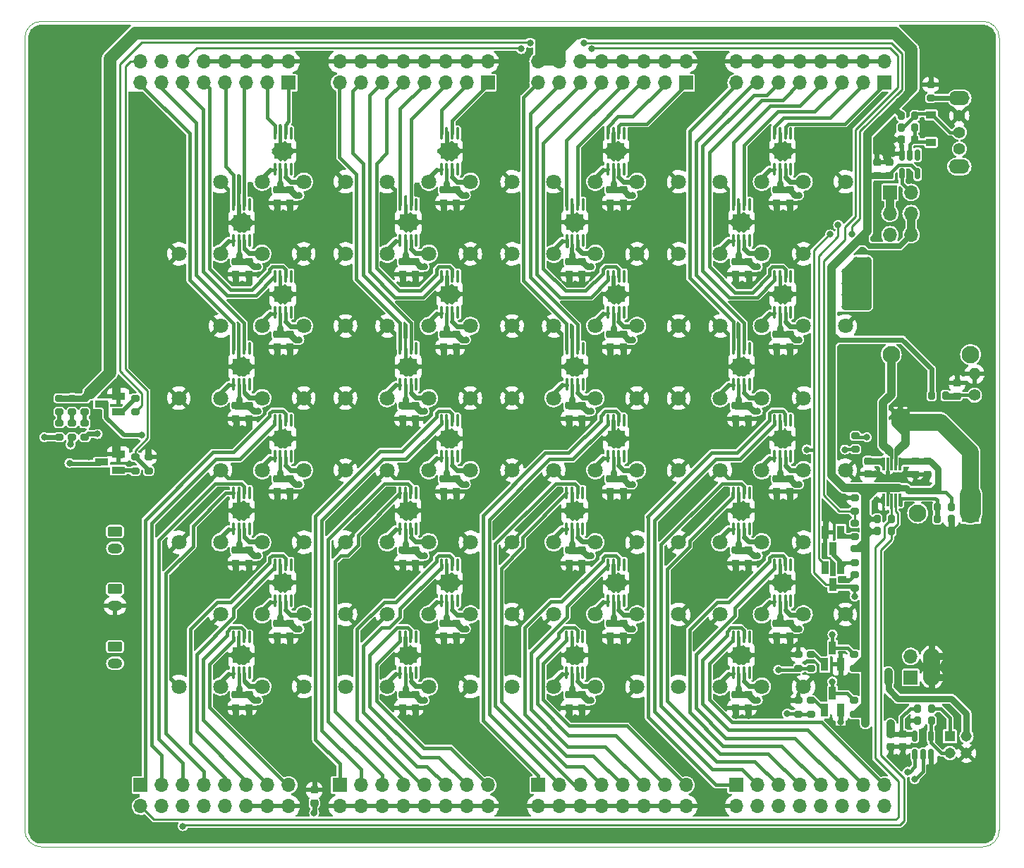
<source format=gtl>
G04 #@! TF.GenerationSoftware,KiCad,Pcbnew,(6.0.11)*
G04 #@! TF.CreationDate,2024-04-02T21:51:25-04:00*
G04 #@! TF.ProjectId,Ultrasonic Sound Steering - Driver Rev. C,556c7472-6173-46f6-9e69-6320536f756e,rev?*
G04 #@! TF.SameCoordinates,Original*
G04 #@! TF.FileFunction,Copper,L1,Top*
G04 #@! TF.FilePolarity,Positive*
%FSLAX46Y46*%
G04 Gerber Fmt 4.6, Leading zero omitted, Abs format (unit mm)*
G04 Created by KiCad (PCBNEW (6.0.11)) date 2024-04-02 21:51:25*
%MOMM*%
%LPD*%
G01*
G04 APERTURE LIST*
G04 Aperture macros list*
%AMRoundRect*
0 Rectangle with rounded corners*
0 $1 Rounding radius*
0 $2 $3 $4 $5 $6 $7 $8 $9 X,Y pos of 4 corners*
0 Add a 4 corners polygon primitive as box body*
4,1,4,$2,$3,$4,$5,$6,$7,$8,$9,$2,$3,0*
0 Add four circle primitives for the rounded corners*
1,1,$1+$1,$2,$3*
1,1,$1+$1,$4,$5*
1,1,$1+$1,$6,$7*
1,1,$1+$1,$8,$9*
0 Add four rect primitives between the rounded corners*
20,1,$1+$1,$2,$3,$4,$5,0*
20,1,$1+$1,$4,$5,$6,$7,0*
20,1,$1+$1,$6,$7,$8,$9,0*
20,1,$1+$1,$8,$9,$2,$3,0*%
G04 Aperture macros list end*
G04 #@! TA.AperFunction,Profile*
%ADD10C,0.100000*%
G04 #@! TD*
G04 #@! TA.AperFunction,SMDPad,CuDef*
%ADD11RoundRect,0.100000X-0.100000X0.625000X-0.100000X-0.625000X0.100000X-0.625000X0.100000X0.625000X0*%
G04 #@! TD*
G04 #@! TA.AperFunction,ComponentPad*
%ADD12C,0.500000*%
G04 #@! TD*
G04 #@! TA.AperFunction,SMDPad,CuDef*
%ADD13R,2.150000X1.950000*%
G04 #@! TD*
G04 #@! TA.AperFunction,SMDPad,CuDef*
%ADD14RoundRect,0.225000X-0.250000X0.225000X-0.250000X-0.225000X0.250000X-0.225000X0.250000X0.225000X0*%
G04 #@! TD*
G04 #@! TA.AperFunction,SMDPad,CuDef*
%ADD15RoundRect,0.225000X0.250000X-0.225000X0.250000X0.225000X-0.250000X0.225000X-0.250000X-0.225000X0*%
G04 #@! TD*
G04 #@! TA.AperFunction,ComponentPad*
%ADD16R,1.700000X1.700000*%
G04 #@! TD*
G04 #@! TA.AperFunction,ComponentPad*
%ADD17O,1.700000X1.700000*%
G04 #@! TD*
G04 #@! TA.AperFunction,SMDPad,CuDef*
%ADD18RoundRect,0.200000X0.200000X0.275000X-0.200000X0.275000X-0.200000X-0.275000X0.200000X-0.275000X0*%
G04 #@! TD*
G04 #@! TA.AperFunction,SMDPad,CuDef*
%ADD19RoundRect,0.200000X-0.275000X0.200000X-0.275000X-0.200000X0.275000X-0.200000X0.275000X0.200000X0*%
G04 #@! TD*
G04 #@! TA.AperFunction,SMDPad,CuDef*
%ADD20R,1.600200X0.863600*%
G04 #@! TD*
G04 #@! TA.AperFunction,SMDPad,CuDef*
%ADD21RoundRect,0.200000X0.275000X-0.200000X0.275000X0.200000X-0.275000X0.200000X-0.275000X-0.200000X0*%
G04 #@! TD*
G04 #@! TA.AperFunction,SMDPad,CuDef*
%ADD22C,0.500000*%
G04 #@! TD*
G04 #@! TA.AperFunction,SMDPad,CuDef*
%ADD23R,0.863600X1.600200*%
G04 #@! TD*
G04 #@! TA.AperFunction,ComponentPad*
%ADD24C,4.700000*%
G04 #@! TD*
G04 #@! TA.AperFunction,ComponentPad*
%ADD25RoundRect,0.250000X-0.625000X0.350000X-0.625000X-0.350000X0.625000X-0.350000X0.625000X0.350000X0*%
G04 #@! TD*
G04 #@! TA.AperFunction,ComponentPad*
%ADD26O,1.750000X1.200000*%
G04 #@! TD*
G04 #@! TA.AperFunction,SMDPad,CuDef*
%ADD27RoundRect,0.200000X-0.200000X-0.275000X0.200000X-0.275000X0.200000X0.275000X-0.200000X0.275000X0*%
G04 #@! TD*
G04 #@! TA.AperFunction,ComponentPad*
%ADD28C,1.400000*%
G04 #@! TD*
G04 #@! TA.AperFunction,ComponentPad*
%ADD29O,2.500000X1.724000*%
G04 #@! TD*
G04 #@! TA.AperFunction,SMDPad,CuDef*
%ADD30R,1.200000X0.900000*%
G04 #@! TD*
G04 #@! TA.AperFunction,SMDPad,CuDef*
%ADD31RoundRect,0.150000X0.150000X-0.512500X0.150000X0.512500X-0.150000X0.512500X-0.150000X-0.512500X0*%
G04 #@! TD*
G04 #@! TA.AperFunction,SMDPad,CuDef*
%ADD32RoundRect,0.150000X-0.150000X0.512500X-0.150000X-0.512500X0.150000X-0.512500X0.150000X0.512500X0*%
G04 #@! TD*
G04 #@! TA.AperFunction,SMDPad,CuDef*
%ADD33R,0.330200X1.524000*%
G04 #@! TD*
G04 #@! TA.AperFunction,SMDPad,CuDef*
%ADD34RoundRect,0.225000X0.225000X0.250000X-0.225000X0.250000X-0.225000X-0.250000X0.225000X-0.250000X0*%
G04 #@! TD*
G04 #@! TA.AperFunction,ComponentPad*
%ADD35C,1.800000*%
G04 #@! TD*
G04 #@! TA.AperFunction,ComponentPad*
%ADD36R,1.308000X1.308000*%
G04 #@! TD*
G04 #@! TA.AperFunction,ComponentPad*
%ADD37C,1.308000*%
G04 #@! TD*
G04 #@! TA.AperFunction,ComponentPad*
%ADD38R,2.100000X2.100000*%
G04 #@! TD*
G04 #@! TA.AperFunction,ComponentPad*
%ADD39C,2.100000*%
G04 #@! TD*
G04 #@! TA.AperFunction,ComponentPad*
%ADD40C,0.499999*%
G04 #@! TD*
G04 #@! TA.AperFunction,ComponentPad*
%ADD41O,1.400000X1.400000*%
G04 #@! TD*
G04 #@! TA.AperFunction,ViaPad*
%ADD42C,0.800000*%
G04 #@! TD*
G04 #@! TA.AperFunction,ViaPad*
%ADD43C,0.600000*%
G04 #@! TD*
G04 #@! TA.AperFunction,Conductor*
%ADD44C,0.800000*%
G04 #@! TD*
G04 #@! TA.AperFunction,Conductor*
%ADD45C,0.400000*%
G04 #@! TD*
G04 #@! TA.AperFunction,Conductor*
%ADD46C,0.600000*%
G04 #@! TD*
G04 #@! TA.AperFunction,Conductor*
%ADD47C,1.000000*%
G04 #@! TD*
G04 #@! TA.AperFunction,Conductor*
%ADD48C,0.650000*%
G04 #@! TD*
G04 #@! TA.AperFunction,Conductor*
%ADD49C,1.200000*%
G04 #@! TD*
G04 #@! TA.AperFunction,Conductor*
%ADD50C,1.500000*%
G04 #@! TD*
G04 #@! TA.AperFunction,Conductor*
%ADD51C,0.300000*%
G04 #@! TD*
G04 #@! TA.AperFunction,Conductor*
%ADD52C,0.200000*%
G04 #@! TD*
G04 #@! TA.AperFunction,Conductor*
%ADD53C,0.325000*%
G04 #@! TD*
G04 #@! TA.AperFunction,Conductor*
%ADD54C,0.350000*%
G04 #@! TD*
G04 #@! TA.AperFunction,Conductor*
%ADD55C,0.500000*%
G04 #@! TD*
G04 #@! TA.AperFunction,Conductor*
%ADD56C,0.250000*%
G04 #@! TD*
G04 #@! TA.AperFunction,Conductor*
%ADD57C,2.000000*%
G04 #@! TD*
G04 #@! TA.AperFunction,Conductor*
%ADD58C,2.500000*%
G04 #@! TD*
G04 APERTURE END LIST*
D10*
X312719114Y-47450000D02*
X312714900Y-142595786D01*
X312719100Y-47450000D02*
G75*
G03*
X310719114Y-45450000I-2000000J0D01*
G01*
X195723314Y-142595786D02*
G75*
G03*
X197723328Y-144595786I1999986J-14D01*
G01*
X195723328Y-142595786D02*
X195723328Y-47454213D01*
X197723328Y-45454213D02*
X310719114Y-45450000D01*
X310714900Y-144595786D02*
X197723328Y-144595786D01*
X310714900Y-144595800D02*
G75*
G03*
X312714900Y-142595786I0J2000000D01*
G01*
X197723328Y-45454228D02*
G75*
G03*
X195723328Y-47454213I-28J-1999972D01*
G01*
G36*
X301670000Y-94680000D02*
G01*
X301170000Y-94680000D01*
X301170000Y-93680000D01*
X301670000Y-93680000D01*
X301670000Y-94680000D01*
G37*
G36*
X302420000Y-93930000D02*
G01*
X301420000Y-93930000D01*
X301420000Y-93430000D01*
X302420000Y-93430000D01*
X302420000Y-93930000D01*
G37*
D11*
X287675000Y-58900000D03*
X287025000Y-58900000D03*
X286375000Y-58900000D03*
X285725000Y-58900000D03*
X285725000Y-63200000D03*
X286375000Y-63200000D03*
X287025000Y-63200000D03*
X287675000Y-63200000D03*
D12*
X286050000Y-61600000D03*
D13*
X286700000Y-61050000D03*
D12*
X287350000Y-60500000D03*
X286050000Y-60500000D03*
X287350000Y-61600000D03*
D14*
X221050000Y-74275000D03*
X221050000Y-75825000D03*
X282600000Y-126325000D03*
X282600000Y-127875000D03*
D15*
X302620000Y-99845000D03*
X302620000Y-98295000D03*
D14*
X222600000Y-91625000D03*
X222600000Y-93175000D03*
D16*
X302090000Y-124255000D03*
D17*
X302090000Y-121715000D03*
X304630000Y-124255000D03*
X304630000Y-121715000D03*
D18*
X304570000Y-129455000D03*
X302920000Y-129455000D03*
D14*
X262600000Y-126325000D03*
X262600000Y-127875000D03*
D19*
X295330000Y-111880000D03*
X295330000Y-113530000D03*
D14*
X286000000Y-65700000D03*
X286000000Y-67250000D03*
X227550000Y-100400000D03*
X227550000Y-101950000D03*
D20*
X206954834Y-99350000D03*
X206954834Y-97449998D03*
X204943834Y-98399999D03*
D14*
X281050000Y-74275000D03*
X281050000Y-75825000D03*
X242600000Y-108975000D03*
X242600000Y-110525000D03*
D11*
X262712020Y-102074487D03*
X262062020Y-102074487D03*
X261412020Y-102074487D03*
X260762020Y-102074487D03*
X260762020Y-106374487D03*
X261412020Y-106374487D03*
X262062020Y-106374487D03*
X262712020Y-106374487D03*
D13*
X261737020Y-104224487D03*
D12*
X262387020Y-103674487D03*
X261087020Y-103674487D03*
X262387020Y-104774487D03*
X261087020Y-104774487D03*
D14*
X247550000Y-100400000D03*
X247550000Y-101950000D03*
D20*
X206955250Y-92350252D03*
X206955250Y-90450250D03*
X204944250Y-91400251D03*
D18*
X306255000Y-90410000D03*
X304605000Y-90410000D03*
D21*
X290090000Y-128650000D03*
X290090000Y-127000000D03*
D14*
X262600000Y-91625000D03*
X262600000Y-93175000D03*
X267550000Y-83050000D03*
X267550000Y-84600000D03*
X282600000Y-91625000D03*
X282600000Y-93175000D03*
D22*
X301420000Y-94680000D03*
X301420000Y-93680000D03*
D11*
X247677020Y-93391028D03*
X247027020Y-93391028D03*
X246377020Y-93391028D03*
X245727020Y-93391028D03*
X245727020Y-97691028D03*
X246377020Y-97691028D03*
X247027020Y-97691028D03*
X247677020Y-97691028D03*
D13*
X246702020Y-95541028D03*
D12*
X246052020Y-96091028D03*
X247352020Y-96091028D03*
X246052020Y-94991028D03*
X247352020Y-94991028D03*
D11*
X242712020Y-119394995D03*
X242062020Y-119394995D03*
X241412020Y-119394995D03*
X240762020Y-119394995D03*
X240762020Y-123694995D03*
X241412020Y-123694995D03*
X242062020Y-123694995D03*
X242712020Y-123694995D03*
D12*
X242387020Y-120994995D03*
X242387020Y-122094995D03*
X241087020Y-120994995D03*
D13*
X241737020Y-121544995D03*
D12*
X241087020Y-122094995D03*
D23*
X291740000Y-122695500D03*
X293640002Y-122695500D03*
X292690001Y-120684500D03*
D15*
X307640000Y-90445000D03*
X307640000Y-88895000D03*
D24*
X200250114Y-140100000D03*
D19*
X202932832Y-90713004D03*
X202932832Y-92363004D03*
D15*
X299550000Y-63965000D03*
X299550000Y-62415000D03*
D23*
X293680001Y-106796000D03*
X291779999Y-106796000D03*
X292730000Y-108807000D03*
D14*
X296975000Y-98275000D03*
X296975000Y-99825000D03*
X226000000Y-83050000D03*
X226000000Y-84600000D03*
X287550000Y-83050000D03*
X287550000Y-84600000D03*
D11*
X242730000Y-67449459D03*
X242080000Y-67449459D03*
X241430000Y-67449459D03*
X240780000Y-67449459D03*
X240780000Y-71749459D03*
X241430000Y-71749459D03*
X242080000Y-71749459D03*
X242730000Y-71749459D03*
D12*
X242405000Y-69049459D03*
X242405000Y-70149459D03*
X241105000Y-69049459D03*
D13*
X241755000Y-69599459D03*
D12*
X241105000Y-70149459D03*
D14*
X299650000Y-131055000D03*
X299650000Y-132605000D03*
D11*
X262712020Y-119394995D03*
X262062020Y-119394995D03*
X261412020Y-119394995D03*
X260762020Y-119394995D03*
X260762020Y-123694995D03*
X261412020Y-123694995D03*
X262062020Y-123694995D03*
X262712020Y-123694995D03*
D13*
X261737020Y-121544995D03*
D12*
X261087020Y-120994995D03*
X262387020Y-122094995D03*
X261087020Y-122094995D03*
X262387020Y-120994995D03*
D14*
X226000000Y-65700000D03*
X226000000Y-67250000D03*
X222600000Y-108975000D03*
X222600000Y-110525000D03*
X226000000Y-117750000D03*
X226000000Y-119300000D03*
X221050000Y-126325000D03*
X221050000Y-127875000D03*
X261050000Y-91625000D03*
X261050000Y-93175000D03*
D25*
X206560000Y-113635000D03*
D26*
X206560000Y-115635000D03*
D14*
X241050000Y-126325000D03*
X241050000Y-127875000D03*
D27*
X298085000Y-105210000D03*
X299735000Y-105210000D03*
D14*
X266000000Y-117750000D03*
X266000000Y-119300000D03*
D19*
X304480000Y-53030000D03*
X304480000Y-54680000D03*
D14*
X286000000Y-83050000D03*
X286000000Y-84600000D03*
D22*
X302420000Y-93680000D03*
X301420000Y-93680000D03*
D28*
X307920000Y-56790000D03*
X307920000Y-58790000D03*
X307920000Y-60790000D03*
D29*
X307920000Y-62890000D03*
X307920000Y-54690000D03*
D24*
X308250089Y-49950000D03*
D16*
X227405000Y-52840000D03*
D17*
X227405000Y-50300000D03*
X224865000Y-52840000D03*
X224865000Y-50300000D03*
X222325000Y-52840000D03*
X222325000Y-50300000D03*
X219785000Y-52840000D03*
X219785000Y-50300000D03*
X217245000Y-52840000D03*
X217245000Y-50300000D03*
X214705000Y-52840000D03*
X214705000Y-50300000D03*
X212165000Y-52840000D03*
X212165000Y-50300000D03*
X209625000Y-52840000D03*
X209625000Y-50300000D03*
D21*
X208999750Y-92375251D03*
X208999750Y-90725251D03*
D11*
X247675000Y-58900000D03*
X247025000Y-58900000D03*
X246375000Y-58900000D03*
X245725000Y-58900000D03*
X245725000Y-63200000D03*
X246375000Y-63200000D03*
X247025000Y-63200000D03*
X247675000Y-63200000D03*
D13*
X246700000Y-61050000D03*
D12*
X247350000Y-60500000D03*
X246050000Y-60500000D03*
X247350000Y-61600000D03*
X246050000Y-61600000D03*
D16*
X299590000Y-66000000D03*
D17*
X302130000Y-66000000D03*
X299590000Y-68540000D03*
X302130000Y-68540000D03*
X299590000Y-71080000D03*
X302130000Y-71080000D03*
D14*
X261050000Y-108975000D03*
X261050000Y-110525000D03*
D25*
X206560000Y-120540000D03*
D26*
X206560000Y-122540000D03*
D11*
X267675000Y-58900000D03*
X267025000Y-58900000D03*
X266375000Y-58900000D03*
X265725000Y-58900000D03*
X265725000Y-63200000D03*
X266375000Y-63200000D03*
X267025000Y-63200000D03*
X267675000Y-63200000D03*
D12*
X267350000Y-61600000D03*
X266050000Y-61600000D03*
D13*
X266700000Y-61050000D03*
D12*
X266050000Y-60500000D03*
X267350000Y-60500000D03*
D14*
X266000000Y-65700000D03*
X266000000Y-67250000D03*
X281050000Y-108975000D03*
X281050000Y-110525000D03*
D11*
X282730000Y-84756508D03*
X282080000Y-84756508D03*
X281430000Y-84756508D03*
X280780000Y-84756508D03*
X280780000Y-89056508D03*
X281430000Y-89056508D03*
X282080000Y-89056508D03*
X282730000Y-89056508D03*
D12*
X281105000Y-86356508D03*
X282405000Y-86356508D03*
D13*
X281755000Y-86906508D03*
D12*
X281105000Y-87456508D03*
X282405000Y-87456508D03*
D14*
X246000000Y-65700000D03*
X246000000Y-67250000D03*
D11*
X247693274Y-76070681D03*
X247043274Y-76070681D03*
X246393274Y-76070681D03*
X245743274Y-76070681D03*
X245743274Y-80370681D03*
X246393274Y-80370681D03*
X247043274Y-80370681D03*
X247693274Y-80370681D03*
D12*
X247368274Y-77670681D03*
X247368274Y-78770681D03*
X246068274Y-77670681D03*
D13*
X246718274Y-78220681D03*
D12*
X246068274Y-78770681D03*
D14*
X261050000Y-74275000D03*
X261050000Y-75825000D03*
X287550000Y-100400000D03*
X287550000Y-101950000D03*
D16*
X298905000Y-52840000D03*
D17*
X298905000Y-50300000D03*
X296365000Y-52840000D03*
X296365000Y-50300000D03*
X293825000Y-52840000D03*
X293825000Y-50300000D03*
X291285000Y-52840000D03*
X291285000Y-50300000D03*
X288745000Y-52840000D03*
X288745000Y-50300000D03*
X286205000Y-52840000D03*
X286205000Y-50300000D03*
X283665000Y-52840000D03*
X283665000Y-50300000D03*
X281125000Y-52840000D03*
X281125000Y-50300000D03*
D11*
X247677020Y-110711536D03*
X247027020Y-110711536D03*
X246377020Y-110711536D03*
X245727020Y-110711536D03*
X245727020Y-115011536D03*
X246377020Y-115011536D03*
X247027020Y-115011536D03*
X247677020Y-115011536D03*
D12*
X246052020Y-113411536D03*
X247352020Y-112311536D03*
X247352020Y-113411536D03*
D13*
X246702020Y-112861536D03*
D12*
X246052020Y-112311536D03*
D14*
X266000000Y-100400000D03*
X266000000Y-101950000D03*
D19*
X199880000Y-93730000D03*
X199880000Y-95380000D03*
D16*
X233517500Y-137160000D03*
D17*
X233517500Y-139700000D03*
X236057500Y-137160000D03*
X236057500Y-139700000D03*
X238597500Y-137160000D03*
X238597500Y-139700000D03*
X241137500Y-137160000D03*
X241137500Y-139700000D03*
X243677500Y-137160000D03*
X243677500Y-139700000D03*
X246217500Y-137160000D03*
X246217500Y-139700000D03*
X248757500Y-137160000D03*
X248757500Y-139700000D03*
X251297500Y-137160000D03*
X251297500Y-139700000D03*
D14*
X301110000Y-131055000D03*
X301110000Y-132605000D03*
D30*
X304512500Y-60007500D03*
X304512500Y-56707500D03*
D15*
X304080000Y-99845000D03*
X304080000Y-98295000D03*
D14*
X242600000Y-74275000D03*
X242600000Y-75825000D03*
D11*
X242712020Y-102074487D03*
X242062020Y-102074487D03*
X241412020Y-102074487D03*
X240762020Y-102074487D03*
X240762020Y-106374487D03*
X241412020Y-106374487D03*
X242062020Y-106374487D03*
X242712020Y-106374487D03*
D12*
X241087020Y-104774487D03*
X241087020Y-103674487D03*
D13*
X241737020Y-104224487D03*
D12*
X242387020Y-103674487D03*
X242387020Y-104774487D03*
D16*
X281125000Y-137160000D03*
D17*
X281125000Y-139700000D03*
X283665000Y-137160000D03*
X283665000Y-139700000D03*
X286205000Y-137160000D03*
X286205000Y-139700000D03*
X288745000Y-137160000D03*
X288745000Y-139700000D03*
X291285000Y-137160000D03*
X291285000Y-139700000D03*
X293825000Y-137160000D03*
X293825000Y-139700000D03*
X296365000Y-137160000D03*
X296365000Y-139700000D03*
X298905000Y-137160000D03*
X298905000Y-139700000D03*
D11*
X267677020Y-110711536D03*
X267027020Y-110711536D03*
X266377020Y-110711536D03*
X265727020Y-110711536D03*
X265727020Y-115011536D03*
X266377020Y-115011536D03*
X267027020Y-115011536D03*
X267677020Y-115011536D03*
D12*
X266052020Y-113411536D03*
X267352020Y-113411536D03*
D13*
X266702020Y-112861536D03*
D12*
X267352020Y-112311536D03*
X266052020Y-112311536D03*
D14*
X267550000Y-100400000D03*
X267550000Y-101950000D03*
D19*
X201410000Y-93725000D03*
X201410000Y-95375000D03*
D27*
X300937500Y-56757500D03*
X302587500Y-56757500D03*
D14*
X221050000Y-91625000D03*
X221050000Y-93175000D03*
D15*
X230470000Y-139305000D03*
X230470000Y-137755000D03*
D11*
X222712020Y-84753979D03*
X222062020Y-84753979D03*
X221412020Y-84753979D03*
X220762020Y-84753979D03*
X220762020Y-89053979D03*
X221412020Y-89053979D03*
X222062020Y-89053979D03*
X222712020Y-89053979D03*
D12*
X221087020Y-87453979D03*
X222387020Y-87453979D03*
D13*
X221737020Y-86903979D03*
D12*
X222387020Y-86353979D03*
X221087020Y-86353979D03*
D21*
X295280000Y-128640000D03*
X295280000Y-126990000D03*
D19*
X288630000Y-121490500D03*
X288630000Y-123140500D03*
D14*
X227550000Y-65700000D03*
X227550000Y-67250000D03*
D21*
X290090000Y-123140500D03*
X290090000Y-121490500D03*
D14*
X242600000Y-91625000D03*
X242600000Y-93175000D03*
X261050000Y-126325000D03*
X261050000Y-127875000D03*
D31*
X302590000Y-133537500D03*
X303540000Y-133537500D03*
X304490000Y-133537500D03*
X304490000Y-131262500D03*
X302590000Y-131262500D03*
D11*
X267677020Y-93391028D03*
X267027020Y-93391028D03*
X266377020Y-93391028D03*
X265727020Y-93391028D03*
X265727020Y-97691028D03*
X266377020Y-97691028D03*
X267027020Y-97691028D03*
X267677020Y-97691028D03*
D12*
X266052020Y-96091028D03*
D13*
X266702020Y-95541028D03*
D12*
X267352020Y-96091028D03*
X266052020Y-94991028D03*
X267352020Y-94991028D03*
D11*
X287677020Y-93391028D03*
X287027020Y-93391028D03*
X286377020Y-93391028D03*
X285727020Y-93391028D03*
X285727020Y-97691028D03*
X286377020Y-97691028D03*
X287027020Y-97691028D03*
X287677020Y-97691028D03*
D12*
X286052020Y-94991028D03*
X287352020Y-96091028D03*
D13*
X286702020Y-95541028D03*
D12*
X286052020Y-96091028D03*
X287352020Y-94991028D03*
D11*
X227677020Y-110711536D03*
X227027020Y-110711536D03*
X226377020Y-110711536D03*
X225727020Y-110711536D03*
X225727020Y-115011536D03*
X226377020Y-115011536D03*
X227027020Y-115011536D03*
X227677020Y-115011536D03*
D12*
X226052020Y-113411536D03*
X227352020Y-113411536D03*
X226052020Y-112311536D03*
X227352020Y-112311536D03*
D13*
X226702020Y-112861536D03*
D19*
X210577750Y-97774999D03*
X210577750Y-99424999D03*
X201410000Y-90705000D03*
X201410000Y-92355000D03*
D11*
X222730000Y-67466000D03*
X222080000Y-67466000D03*
X221430000Y-67466000D03*
X220780000Y-67466000D03*
X220780000Y-71766000D03*
X221430000Y-71766000D03*
X222080000Y-71766000D03*
X222730000Y-71766000D03*
D12*
X221105000Y-69066000D03*
D13*
X221755000Y-69616000D03*
D12*
X222405000Y-70166000D03*
X222405000Y-69066000D03*
X221105000Y-70166000D03*
D14*
X286000000Y-100400000D03*
X286000000Y-101950000D03*
D27*
X300940000Y-58217500D03*
X302590000Y-58217500D03*
D32*
X302917500Y-61487500D03*
X301967500Y-61487500D03*
X301017500Y-61487500D03*
X301017500Y-63762500D03*
X302917500Y-63762500D03*
D23*
X293680001Y-111074500D03*
X291779999Y-111074500D03*
X292730000Y-113085500D03*
D14*
X262600000Y-74275000D03*
X262600000Y-75825000D03*
D11*
X287695000Y-76073049D03*
X287045000Y-76073049D03*
X286395000Y-76073049D03*
X285745000Y-76073049D03*
X285745000Y-80373049D03*
X286395000Y-80373049D03*
X287045000Y-80373049D03*
X287695000Y-80373049D03*
D12*
X287370000Y-77673049D03*
D13*
X286720000Y-78223049D03*
D12*
X286070000Y-77673049D03*
X286070000Y-78773049D03*
X287370000Y-78773049D03*
D14*
X222600000Y-74275000D03*
X222600000Y-75825000D03*
D11*
X227677020Y-76070520D03*
X227027020Y-76070520D03*
X226377020Y-76070520D03*
X225727020Y-76070520D03*
X225727020Y-80370520D03*
X226377020Y-80370520D03*
X227027020Y-80370520D03*
X227677020Y-80370520D03*
D12*
X226052020Y-77670520D03*
X226052020Y-78770520D03*
X227352020Y-78770520D03*
X227352020Y-77670520D03*
D13*
X226702020Y-78220520D03*
D14*
X267550000Y-65700000D03*
X267550000Y-67250000D03*
X227550000Y-117750000D03*
X227550000Y-119300000D03*
X281050000Y-91625000D03*
X281050000Y-93175000D03*
D11*
X262728274Y-84754140D03*
X262078274Y-84754140D03*
X261428274Y-84754140D03*
X260778274Y-84754140D03*
X260778274Y-89054140D03*
X261428274Y-89054140D03*
X262078274Y-89054140D03*
X262728274Y-89054140D03*
D12*
X262403274Y-86354140D03*
X262403274Y-87454140D03*
X261103274Y-86354140D03*
X261103274Y-87454140D03*
D13*
X261753274Y-86904140D03*
D11*
X282730000Y-67449459D03*
X282080000Y-67449459D03*
X281430000Y-67449459D03*
X280780000Y-67449459D03*
X280780000Y-71749459D03*
X281430000Y-71749459D03*
X282080000Y-71749459D03*
X282730000Y-71749459D03*
D12*
X281105000Y-69049459D03*
D13*
X281755000Y-69599459D03*
D12*
X281105000Y-70149459D03*
X282405000Y-70149459D03*
X282405000Y-69049459D03*
D14*
X227550000Y-83050000D03*
X227550000Y-84600000D03*
D21*
X295330000Y-110426500D03*
X295330000Y-108776500D03*
D11*
X222712020Y-119394995D03*
X222062020Y-119394995D03*
X221412020Y-119394995D03*
X220762020Y-119394995D03*
X220762020Y-123694995D03*
X221412020Y-123694995D03*
X222062020Y-123694995D03*
X222712020Y-123694995D03*
D13*
X221737020Y-121544995D03*
D12*
X221087020Y-122094995D03*
X222387020Y-120994995D03*
X221087020Y-120994995D03*
X222387020Y-122094995D03*
D14*
X282600000Y-108975000D03*
X282600000Y-110525000D03*
D19*
X288620000Y-127000000D03*
X288620000Y-128650000D03*
D14*
X281050000Y-126325000D03*
X281050000Y-127875000D03*
X287550000Y-65700000D03*
X287550000Y-67250000D03*
D33*
X300800001Y-98628300D03*
X300299999Y-98628300D03*
X299800000Y-98628300D03*
X299300001Y-98628300D03*
X298799999Y-98628300D03*
X298799999Y-102971700D03*
X299300001Y-102971700D03*
X299800000Y-102971700D03*
X300299999Y-102971700D03*
X300800001Y-102971700D03*
D14*
X247550000Y-65700000D03*
X247550000Y-67250000D03*
D11*
X287677020Y-110711536D03*
X287027020Y-110711536D03*
X286377020Y-110711536D03*
X285727020Y-110711536D03*
X285727020Y-115011536D03*
X286377020Y-115011536D03*
X287027020Y-115011536D03*
X287677020Y-115011536D03*
D12*
X287352020Y-112311536D03*
X287352020Y-113411536D03*
X286052020Y-112311536D03*
X286052020Y-113411536D03*
D13*
X286702020Y-112861536D03*
D14*
X266000000Y-83050000D03*
X266000000Y-84600000D03*
D15*
X298090000Y-63965000D03*
X298090000Y-62415000D03*
D11*
X227675000Y-58900000D03*
X227025000Y-58900000D03*
X226375000Y-58900000D03*
X225725000Y-58900000D03*
X225725000Y-63200000D03*
X226375000Y-63200000D03*
X227025000Y-63200000D03*
X227675000Y-63200000D03*
D12*
X226050000Y-61600000D03*
D13*
X226700000Y-61050000D03*
D12*
X226050000Y-60500000D03*
X227350000Y-61600000D03*
X227350000Y-60500000D03*
D14*
X246000000Y-117750000D03*
X246000000Y-119300000D03*
D18*
X306935000Y-103752000D03*
X305285000Y-103752000D03*
D19*
X295330000Y-102645000D03*
X295330000Y-104295000D03*
X295460000Y-95210000D03*
X295460000Y-96860000D03*
D14*
X221050000Y-108975000D03*
X221050000Y-110525000D03*
X241050000Y-108975000D03*
X241050000Y-110525000D03*
X247550000Y-117750000D03*
X247550000Y-119300000D03*
D24*
X308250072Y-140100000D03*
D16*
X251297500Y-52840000D03*
D17*
X251297500Y-50300000D03*
X248757500Y-52840000D03*
X248757500Y-50300000D03*
X246217500Y-52840000D03*
X246217500Y-50300000D03*
X243677500Y-52840000D03*
X243677500Y-50300000D03*
X241137500Y-52840000D03*
X241137500Y-50300000D03*
X238597500Y-52840000D03*
X238597500Y-50300000D03*
X236057500Y-52840000D03*
X236057500Y-50300000D03*
X233517500Y-52840000D03*
X233517500Y-50300000D03*
D14*
X262600000Y-108975000D03*
X262600000Y-110525000D03*
X241050000Y-91625000D03*
X241050000Y-93175000D03*
D11*
X227677020Y-93391028D03*
X227027020Y-93391028D03*
X226377020Y-93391028D03*
X225727020Y-93391028D03*
X225727020Y-97691028D03*
X226377020Y-97691028D03*
X227027020Y-97691028D03*
X227677020Y-97691028D03*
D12*
X226052020Y-96091028D03*
D13*
X226702020Y-95541028D03*
D12*
X226052020Y-94991028D03*
X227352020Y-94991028D03*
X227352020Y-96091028D03*
D23*
X291729999Y-128180500D03*
X293630001Y-128180500D03*
X292680000Y-126169500D03*
D24*
X200250077Y-49950000D03*
D14*
X246000000Y-100400000D03*
X246000000Y-101950000D03*
X282600000Y-74275000D03*
X282600000Y-75825000D03*
D19*
X208972250Y-97774999D03*
X208972250Y-99424999D03*
D21*
X199882832Y-92363004D03*
X199882832Y-90713004D03*
D11*
X282712020Y-119394995D03*
X282062020Y-119394995D03*
X281412020Y-119394995D03*
X280762020Y-119394995D03*
X280762020Y-123694995D03*
X281412020Y-123694995D03*
X282062020Y-123694995D03*
X282712020Y-123694995D03*
D12*
X282387020Y-122094995D03*
X282387020Y-120994995D03*
X281087020Y-120994995D03*
X281087020Y-122094995D03*
D13*
X281737020Y-121544995D03*
D18*
X306935000Y-105209500D03*
X305285000Y-105209500D03*
D16*
X275120000Y-52840000D03*
D17*
X275120000Y-50300000D03*
X272580000Y-52840000D03*
X272580000Y-50300000D03*
X270040000Y-52840000D03*
X270040000Y-50300000D03*
X267500000Y-52840000D03*
X267500000Y-50300000D03*
X264960000Y-52840000D03*
X264960000Y-50300000D03*
X262420000Y-52840000D03*
X262420000Y-50300000D03*
X259880000Y-52840000D03*
X259880000Y-50300000D03*
X257340000Y-52840000D03*
X257340000Y-50300000D03*
D14*
X241050000Y-74275000D03*
X241050000Y-75825000D03*
X286000000Y-117750000D03*
X286000000Y-119300000D03*
D16*
X209625000Y-137160000D03*
D17*
X209625000Y-139700000D03*
X212165000Y-137160000D03*
X212165000Y-139700000D03*
X214705000Y-137160000D03*
X214705000Y-139700000D03*
X217245000Y-137160000D03*
X217245000Y-139700000D03*
X219785000Y-137160000D03*
X219785000Y-139700000D03*
X222325000Y-137160000D03*
X222325000Y-139700000D03*
X224865000Y-137160000D03*
X224865000Y-139700000D03*
X227405000Y-137160000D03*
X227405000Y-139700000D03*
D27*
X298085000Y-106670000D03*
X299735000Y-106670000D03*
D14*
X287550000Y-117750000D03*
X287550000Y-119300000D03*
D16*
X257340000Y-137160000D03*
D17*
X257340000Y-139700000D03*
X259880000Y-137160000D03*
X259880000Y-139700000D03*
X262420000Y-137160000D03*
X262420000Y-139700000D03*
X264960000Y-137160000D03*
X264960000Y-139700000D03*
X267500000Y-137160000D03*
X267500000Y-139700000D03*
X270040000Y-137160000D03*
X270040000Y-139700000D03*
X272580000Y-137160000D03*
X272580000Y-139700000D03*
X275120000Y-137160000D03*
X275120000Y-139700000D03*
D14*
X246000000Y-83050000D03*
X246000000Y-84600000D03*
D19*
X202940000Y-93735000D03*
X202940000Y-95385000D03*
D11*
X242728274Y-84754140D03*
X242078274Y-84754140D03*
X241428274Y-84754140D03*
X240778274Y-84754140D03*
X240778274Y-89054140D03*
X241428274Y-89054140D03*
X242078274Y-89054140D03*
X242728274Y-89054140D03*
D13*
X241753274Y-86904140D03*
D12*
X241103274Y-87454140D03*
X242403274Y-87454140D03*
X242403274Y-86354140D03*
X241103274Y-86354140D03*
D11*
X222712020Y-102074487D03*
X222062020Y-102074487D03*
X221412020Y-102074487D03*
X220762020Y-102074487D03*
X220762020Y-106374487D03*
X221412020Y-106374487D03*
X222062020Y-106374487D03*
X222712020Y-106374487D03*
D12*
X222387020Y-103674487D03*
X221087020Y-103674487D03*
D13*
X221737020Y-104224487D03*
D12*
X221087020Y-104774487D03*
X222387020Y-104774487D03*
D25*
X206560000Y-106735000D03*
D26*
X206560000Y-108735000D03*
D11*
X262730000Y-67449459D03*
X262080000Y-67449459D03*
X261430000Y-67449459D03*
X260780000Y-67449459D03*
X260780000Y-71749459D03*
X261430000Y-71749459D03*
X262080000Y-71749459D03*
X262730000Y-71749459D03*
D12*
X261105000Y-70149459D03*
D13*
X261755000Y-69599459D03*
D12*
X262405000Y-69049459D03*
X262405000Y-70149459D03*
X261105000Y-69049459D03*
D14*
X242600000Y-126325000D03*
X242600000Y-127875000D03*
D11*
X267693274Y-76070681D03*
X267043274Y-76070681D03*
X266393274Y-76070681D03*
X265743274Y-76070681D03*
X265743274Y-80370681D03*
X266393274Y-80370681D03*
X267043274Y-80370681D03*
X267693274Y-80370681D03*
D12*
X266068274Y-77670681D03*
X267368274Y-78770681D03*
X266068274Y-78770681D03*
X267368274Y-77670681D03*
D13*
X266718274Y-78220681D03*
D14*
X267550000Y-117750000D03*
X267550000Y-119300000D03*
D11*
X282712020Y-102074487D03*
X282062020Y-102074487D03*
X281412020Y-102074487D03*
X280762020Y-102074487D03*
X280762020Y-106374487D03*
X281412020Y-106374487D03*
X282062020Y-106374487D03*
X282712020Y-106374487D03*
D12*
X281087020Y-103674487D03*
X282387020Y-104774487D03*
D13*
X281737020Y-104224487D03*
D12*
X282387020Y-103674487D03*
X281087020Y-104774487D03*
D27*
X302920000Y-127990000D03*
X304570000Y-127990000D03*
D14*
X226000000Y-100400000D03*
X226000000Y-101950000D03*
X222600000Y-126325000D03*
X222600000Y-127875000D03*
D34*
X302537500Y-59675000D03*
X300987500Y-59675000D03*
D14*
X247550000Y-83050000D03*
X247550000Y-84600000D03*
D21*
X295300001Y-123149500D03*
X295300001Y-121499500D03*
D19*
X295330000Y-105705000D03*
X295330000Y-107355000D03*
D35*
X239220000Y-90702549D03*
X234220000Y-90702549D03*
X289220000Y-82042295D03*
X294220000Y-82042295D03*
X269220000Y-99354721D03*
X274220000Y-99354721D03*
X279220000Y-125335483D03*
X274220000Y-125335483D03*
X284220000Y-99354721D03*
X279220000Y-99354721D03*
X284220000Y-73382041D03*
X289220000Y-73382041D03*
D36*
X306775000Y-131320000D03*
D37*
X306775000Y-133320000D03*
X308775000Y-131320000D03*
X308775000Y-133320000D03*
D35*
X229220000Y-99354721D03*
X234220000Y-99354721D03*
X264220000Y-73382041D03*
X269220000Y-73382041D03*
X249220000Y-99354721D03*
X254220000Y-99354721D03*
D38*
X309260000Y-104530000D03*
D39*
X302920000Y-104530000D03*
X299740000Y-85470000D03*
X309260000Y-85470000D03*
D35*
X239220000Y-125335483D03*
X234220000Y-125335483D03*
X229220000Y-82042295D03*
X234220000Y-82042295D03*
X264220000Y-82042295D03*
X259220000Y-82042295D03*
X284220000Y-108014975D03*
X289220000Y-108014975D03*
X264220000Y-90702549D03*
X269220000Y-90702549D03*
X269220000Y-82042295D03*
X274220000Y-82042295D03*
X224220000Y-125335483D03*
X229220000Y-125335483D03*
X229220000Y-64721787D03*
X234220000Y-64721787D03*
X279220000Y-108014975D03*
X274220000Y-108014975D03*
X284210000Y-125328500D03*
X289210000Y-125328500D03*
X279220000Y-73382041D03*
X274220000Y-73382041D03*
X229220000Y-116675229D03*
X234220000Y-116675229D03*
X249220000Y-82042295D03*
X254220000Y-82042295D03*
X244220000Y-108014975D03*
X249220000Y-108014975D03*
X239220000Y-73382041D03*
X234220000Y-73382041D03*
X244220000Y-116675229D03*
X239220000Y-116675229D03*
X264220000Y-125335483D03*
X269220000Y-125335483D03*
X259220000Y-73382041D03*
X254220000Y-73382041D03*
X249220000Y-116675229D03*
X254220000Y-116675229D03*
X284220000Y-64721787D03*
X279220000Y-64721787D03*
X219220000Y-90702549D03*
X214220000Y-90702549D03*
D40*
X301424998Y-92500001D03*
X300245001Y-92500001D03*
X300245001Y-93679999D03*
X301424998Y-93679999D03*
X300835000Y-93090000D03*
D35*
X259220000Y-108014975D03*
X254220000Y-108014975D03*
X224220000Y-108014975D03*
X229220000Y-108014975D03*
X284220000Y-90702549D03*
X289220000Y-90702549D03*
X264220000Y-64721787D03*
X259220000Y-64721787D03*
X289220000Y-64721787D03*
X294220000Y-64721787D03*
X244220000Y-99354721D03*
X239220000Y-99354721D03*
X264220000Y-116675229D03*
X259220000Y-116675229D03*
X259220000Y-90702549D03*
X254220000Y-90702549D03*
X239220000Y-108014975D03*
X234220000Y-108014975D03*
X289220000Y-99354721D03*
X294220000Y-99354721D03*
X284220000Y-116675229D03*
X279220000Y-116675229D03*
X219220000Y-108014975D03*
X214220000Y-108014975D03*
X244220000Y-125335483D03*
X249220000Y-125335483D03*
X219220000Y-73382041D03*
X214220000Y-73382041D03*
X269220000Y-64721787D03*
X274220000Y-64721787D03*
X224220000Y-82042295D03*
X219220000Y-82042295D03*
X224220000Y-99354721D03*
X219220000Y-99354721D03*
X279220000Y-90702549D03*
X274220000Y-90702549D03*
X289220000Y-116675229D03*
X294220000Y-116675229D03*
X224220000Y-90702549D03*
X229220000Y-90702549D03*
X264220000Y-108014975D03*
X269220000Y-108014975D03*
X244220000Y-73382041D03*
X249220000Y-73382041D03*
X244220000Y-90702549D03*
X249220000Y-90702549D03*
X264220000Y-99354721D03*
X259220000Y-99354721D03*
X219220000Y-125335483D03*
X214220000Y-125335483D03*
D28*
X309740000Y-90350000D03*
D41*
X309740000Y-87810000D03*
D35*
X269220000Y-116675229D03*
X274220000Y-116675229D03*
X244220000Y-64721787D03*
X239220000Y-64721787D03*
X224220000Y-73382041D03*
X229220000Y-73382041D03*
X284220000Y-82042295D03*
X279220000Y-82042295D03*
X259220000Y-125335483D03*
X254220000Y-125335483D03*
X249220000Y-64721787D03*
X254220000Y-64721787D03*
X244220000Y-82042295D03*
X239220000Y-82042295D03*
X224220000Y-64721787D03*
X219220000Y-64721787D03*
X224220000Y-116675229D03*
X219220000Y-116675229D03*
D42*
X214090000Y-122650000D03*
X214110000Y-119270000D03*
X296660000Y-129790000D03*
X299650000Y-129800000D03*
X295540000Y-75510000D03*
X283712500Y-74937500D03*
X243712500Y-92287500D03*
X288675000Y-66337500D03*
X283712500Y-109637500D03*
X228675000Y-66350000D03*
X228675000Y-83687500D03*
X223712500Y-92287500D03*
X248675000Y-101037500D03*
X223712500Y-74937500D03*
X288675000Y-83687500D03*
X296940000Y-75510000D03*
X248675000Y-66337500D03*
X296940000Y-79710000D03*
X268675000Y-66337500D03*
X294140000Y-78310000D03*
X283712500Y-126987500D03*
X223712500Y-126987500D03*
X268675000Y-101037500D03*
X230460000Y-140500000D03*
X295540000Y-78310000D03*
X296940000Y-76910000D03*
X288675000Y-101062500D03*
X294140000Y-79710000D03*
X295540000Y-74110000D03*
X243712500Y-109637500D03*
X283712500Y-92287500D03*
X263712500Y-74937500D03*
X295540000Y-76910000D03*
X263712500Y-126987500D03*
X243712500Y-126987500D03*
X263712500Y-109637500D03*
X243712500Y-74912500D03*
X248675000Y-83687500D03*
X263712500Y-92287500D03*
X268675000Y-83687500D03*
X223712500Y-109612500D03*
X294140000Y-76910000D03*
X296940000Y-74110000D03*
X296940000Y-78310000D03*
X294140000Y-75510000D03*
X268675000Y-118412500D03*
X228675000Y-118412500D03*
X288675000Y-118387500D03*
X295540000Y-79710000D03*
X228675000Y-101037500D03*
X248675000Y-118412500D03*
X214705000Y-142095000D03*
X201225000Y-96275000D03*
X299390000Y-123590000D03*
X198066254Y-95378465D03*
X201093750Y-98493750D03*
X209750500Y-95150201D03*
D43*
X269540000Y-100770000D03*
D42*
X267550000Y-85612500D03*
D43*
X229540000Y-118110000D03*
X244590000Y-74730000D03*
D42*
X210547918Y-96725000D03*
D43*
X264590000Y-92070000D03*
D42*
X267550000Y-68262500D03*
X222600000Y-128850000D03*
X262600000Y-111500000D03*
X261025000Y-94175000D03*
X299320000Y-100210000D03*
D43*
X249540000Y-118110000D03*
D42*
X308020000Y-125739998D03*
X287520000Y-127000000D03*
D43*
X289540000Y-100770000D03*
D42*
X282600000Y-128850000D03*
D43*
X244590000Y-109410000D03*
D42*
X234230000Y-122650000D03*
D43*
X269540000Y-83430000D03*
D42*
X247550000Y-102962500D03*
X230469999Y-136495001D03*
X302095000Y-75470000D03*
X267550000Y-120337500D03*
X302646754Y-100830500D03*
X281025000Y-128875000D03*
X241025000Y-128875000D03*
X304480000Y-135110000D03*
X222600000Y-111500000D03*
X227550000Y-68275000D03*
X307580000Y-109140000D03*
D43*
X284590000Y-74730000D03*
D42*
X287550501Y-121490500D03*
X306550000Y-87490000D03*
X265975000Y-102987500D03*
D43*
X289540000Y-83430000D03*
D42*
X247550000Y-120337500D03*
D43*
X229540000Y-66090000D03*
D42*
X247550000Y-68262500D03*
X281025000Y-111525000D03*
D43*
X224590000Y-126750000D03*
D42*
X291961500Y-105345000D03*
X301590000Y-99790000D03*
D43*
X296634988Y-130798887D03*
X244590000Y-126750000D03*
D42*
X308210000Y-75510000D03*
X226000001Y-102962499D03*
X206550000Y-96300000D03*
X234250000Y-119270000D03*
D43*
X294441883Y-114559895D03*
D42*
X301110000Y-133520000D03*
D43*
X301914500Y-137100000D03*
D42*
X307727500Y-113300000D03*
D43*
X224590000Y-109410000D03*
D42*
X221025000Y-128875000D03*
X287550000Y-102987500D03*
X261025000Y-111525000D03*
X281075001Y-76799999D03*
D43*
X284590000Y-109410000D03*
D42*
X262600000Y-94150000D03*
X262625000Y-76800000D03*
D43*
X289540000Y-118110000D03*
D42*
X225975000Y-120362500D03*
D43*
X286140929Y-122431347D03*
X249540000Y-100770000D03*
D42*
X245975000Y-68287500D03*
D43*
X294196373Y-95980600D03*
D42*
X300529500Y-77714486D03*
X203400000Y-97725000D03*
X274210000Y-122570000D03*
X227550000Y-120337500D03*
D43*
X284590000Y-92070000D03*
X269540000Y-66090000D03*
D42*
X265975000Y-68287500D03*
X282600000Y-94150000D03*
X301790000Y-129490000D03*
X310100000Y-125795000D03*
D43*
X224590000Y-74730000D03*
D42*
X265975000Y-120362500D03*
D43*
X244590000Y-92070000D03*
D42*
X222625000Y-94150000D03*
X307580000Y-108170000D03*
X287550000Y-120312500D03*
X298980000Y-61210000D03*
X285975000Y-120337500D03*
X299660000Y-133550000D03*
X274230000Y-119190000D03*
X304035000Y-75460000D03*
X300510000Y-73395363D03*
X261025000Y-128875000D03*
D43*
X229560497Y-140500000D03*
D42*
X300067500Y-59650000D03*
X245975000Y-85637500D03*
X267550000Y-102962500D03*
X262600000Y-128850000D03*
D43*
X224590000Y-92070000D03*
X269540000Y-118110000D03*
X284590000Y-126750000D03*
X249540000Y-66090000D03*
D42*
X254250000Y-122510000D03*
X282625000Y-76825000D03*
D43*
X229540000Y-100770000D03*
D42*
X285975000Y-85637500D03*
X221025000Y-76825000D03*
X298000000Y-61202500D03*
X294224250Y-102640000D03*
X282600000Y-111500000D03*
X242600000Y-111500000D03*
X222600000Y-76800000D03*
X297850000Y-99830000D03*
D43*
X202124503Y-96275000D03*
D42*
X241025000Y-94175000D03*
D43*
X264590000Y-109410000D03*
D42*
X287550000Y-85612500D03*
X241025000Y-111525000D03*
X301120000Y-117600000D03*
X307590000Y-110110000D03*
X245975000Y-102987500D03*
D43*
X289600000Y-95980497D03*
D42*
X304470000Y-51960000D03*
X293347043Y-68908357D03*
X245975000Y-120362500D03*
X293647738Y-124156663D03*
D43*
X231359503Y-140500000D03*
D42*
X300820000Y-120100000D03*
X299340000Y-117600000D03*
X281025000Y-94175000D03*
D43*
X293589426Y-119058165D03*
D42*
X206550000Y-89350000D03*
X307717500Y-112330000D03*
X293930000Y-112474102D03*
X298000000Y-102950000D03*
X265975000Y-85637500D03*
X242600000Y-94150000D03*
D43*
X299661898Y-128800570D03*
D42*
X221050000Y-94175000D03*
X241050000Y-76825000D03*
X247550000Y-85612500D03*
X254270000Y-119130000D03*
X299960000Y-61400000D03*
X242600000Y-128850000D03*
D43*
X249540000Y-83430000D03*
D42*
X225975000Y-85637500D03*
X306935000Y-106227000D03*
X285975000Y-103012500D03*
X242625000Y-76800000D03*
X309180000Y-75500000D03*
X293630000Y-129620000D03*
D43*
X264590000Y-126750000D03*
D42*
X285975000Y-68287500D03*
X303065000Y-75460000D03*
D43*
X197167180Y-95406200D03*
D42*
X225975000Y-68300000D03*
X221025000Y-111525000D03*
X287550000Y-68262500D03*
D43*
X286901345Y-127755093D03*
D42*
X227550000Y-85612500D03*
D43*
X264590000Y-74730000D03*
D42*
X307727500Y-114270000D03*
X292355020Y-70050809D03*
X227550000Y-102962500D03*
D43*
X229540000Y-83430000D03*
X289540000Y-66090000D03*
D42*
X310150000Y-75500000D03*
X261050000Y-76825000D03*
X204459312Y-95009312D03*
X287260000Y-128580000D03*
X293370000Y-69910000D03*
X294984500Y-71010000D03*
X256410000Y-48050000D03*
X295340000Y-114510000D03*
X262820000Y-48060000D03*
X292380000Y-71050000D03*
X294210000Y-96880000D03*
X289600000Y-96880000D03*
X292690001Y-119070001D03*
X301740000Y-135580000D03*
X302560000Y-136470000D03*
X292680000Y-124740000D03*
X296810000Y-95410000D03*
X286180000Y-123330000D03*
X263790000Y-48750000D03*
X255340000Y-48780000D03*
D44*
X295540000Y-79710000D02*
X296940000Y-78310000D01*
X294140000Y-78310000D02*
X295540000Y-79710000D01*
X295540000Y-78310000D02*
X296940000Y-79710000D01*
X294680000Y-78310000D02*
X295540000Y-79170000D01*
X295540000Y-79170000D02*
X295540000Y-79710000D01*
X295540000Y-78310000D02*
X295540000Y-79170000D01*
X294140000Y-78310000D02*
X294680000Y-78310000D01*
X295540000Y-75510000D02*
X296940000Y-76910000D01*
X294140000Y-75510000D02*
X295540000Y-76910000D01*
X295540000Y-74110000D02*
X296940000Y-75510000D01*
X296940000Y-79710000D02*
X296940000Y-74110000D01*
X294140000Y-79710000D02*
X296940000Y-79710000D01*
X294140000Y-75510000D02*
X294140000Y-79710000D01*
X295540000Y-74110000D02*
X294140000Y-75510000D01*
D45*
X275520000Y-58645000D02*
X281125000Y-53040000D01*
X275520000Y-76290644D02*
X275520000Y-58645000D01*
X280770000Y-81540644D02*
X275520000Y-76290644D01*
X280770000Y-84806508D02*
X280770000Y-81540644D01*
X282070000Y-81670000D02*
X276300000Y-75900000D01*
X276300000Y-75900000D02*
X276300000Y-59900000D01*
X276300000Y-59900000D02*
X283360000Y-52840000D01*
X283360000Y-52840000D02*
X283665000Y-52840000D01*
X282070000Y-84806508D02*
X282070000Y-81670000D01*
X283160000Y-52840000D02*
X283665000Y-52840000D01*
X277100000Y-75400000D02*
X277100000Y-60453528D01*
X284745000Y-54300000D02*
X286190000Y-52855000D01*
X280300000Y-78600000D02*
X277100000Y-75400000D01*
X277100000Y-60453528D02*
X283253528Y-54300000D01*
X283650000Y-78600000D02*
X280300000Y-78600000D01*
X286190000Y-52855000D02*
X286190000Y-53410000D01*
X283250000Y-54300000D02*
X284745000Y-54300000D01*
X283253528Y-54300000D02*
X283400000Y-54300000D01*
X285735000Y-76515000D02*
X283650000Y-78600000D01*
X285735000Y-76123049D02*
X285735000Y-76515000D01*
X287035000Y-76123049D02*
X287035000Y-75280942D01*
X284200000Y-54900000D02*
X284500000Y-54900000D01*
X283100000Y-78000000D02*
X281000000Y-78000000D01*
X285437893Y-74948049D02*
X285145000Y-75240942D01*
X277920000Y-61180000D02*
X284200000Y-54900000D01*
X285145000Y-75955000D02*
X283100000Y-78000000D01*
X286685000Y-54900000D02*
X288745000Y-52840000D01*
X281000000Y-78000000D02*
X277920000Y-74920000D01*
X277920000Y-74920000D02*
X277920000Y-61180000D01*
X287035000Y-75280942D02*
X286702107Y-74948049D01*
X286702107Y-74948049D02*
X285437893Y-74948049D01*
X284210499Y-54900000D02*
X286685000Y-54900000D01*
X285145000Y-75240942D02*
X285145000Y-75955000D01*
X285182178Y-55600000D02*
X288725000Y-55600000D01*
X280780000Y-67449459D02*
X280780000Y-60002178D01*
X288725000Y-55600000D02*
X291285000Y-53040000D01*
X280780000Y-60002178D02*
X285182178Y-55600000D01*
X290565000Y-56300000D02*
X293825000Y-53040000D01*
X282080000Y-60320000D02*
X286100000Y-56300000D01*
X286100000Y-56300000D02*
X290565000Y-56300000D01*
X282080000Y-67449459D02*
X282080000Y-60320000D01*
X285725000Y-58900000D02*
X285725000Y-58117893D01*
X286842893Y-57000000D02*
X292405000Y-57000000D01*
X292405000Y-57000000D02*
X296365000Y-53040000D01*
X285725000Y-58117893D02*
X286842893Y-57000000D01*
X287025000Y-58117893D02*
X287367893Y-57775000D01*
X287367893Y-57775000D02*
X294170000Y-57775000D01*
X287025000Y-58900000D02*
X287025000Y-58117893D01*
X294170000Y-57775000D02*
X298905000Y-53040000D01*
X260768274Y-84804140D02*
X260768274Y-81752091D01*
X255600000Y-54900000D02*
X255600000Y-54580000D01*
X255600000Y-54580000D02*
X257340000Y-52840000D01*
X255600000Y-76583817D02*
X255600000Y-54780000D01*
X260768274Y-81752091D02*
X255600000Y-76583817D01*
X262068274Y-81868274D02*
X256400000Y-76200000D01*
X262068274Y-84804140D02*
X262068274Y-81868274D01*
X256400000Y-56520000D02*
X259880000Y-53040000D01*
X256400000Y-76200000D02*
X256400000Y-56520000D01*
X263675000Y-78600000D02*
X260000000Y-78600000D01*
X260000000Y-78600000D02*
X257200000Y-75800000D01*
X265733274Y-76541726D02*
X263675000Y-78600000D01*
X257200000Y-58260000D02*
X262420000Y-53040000D01*
X265733274Y-76120681D02*
X265733274Y-76541726D01*
X257200000Y-75800000D02*
X257200000Y-58260000D01*
X265143274Y-75238574D02*
X265143274Y-75712390D01*
X267033274Y-75278574D02*
X266700381Y-74945681D01*
X257920000Y-75120000D02*
X257920000Y-60080000D01*
X260624500Y-77824500D02*
X257920000Y-75120000D01*
X257920000Y-60080000D02*
X264960000Y-53040000D01*
X265143274Y-75712390D02*
X263031164Y-77824500D01*
X267033274Y-76120681D02*
X267033274Y-75278574D01*
X266700381Y-74945681D02*
X265436167Y-74945681D01*
X263031164Y-77824500D02*
X260624500Y-77824500D01*
X265436167Y-74945681D02*
X265143274Y-75238574D01*
X260770000Y-67499459D02*
X260770000Y-59770000D01*
X260770000Y-59770000D02*
X267500000Y-53040000D01*
X269740000Y-53140000D02*
X270040000Y-52840000D01*
X262080000Y-60500000D02*
X269740000Y-52840000D01*
X269740000Y-52840000D02*
X270040000Y-52840000D01*
X262080000Y-67449459D02*
X262080000Y-60500000D01*
X266942893Y-56900000D02*
X268720000Y-56900000D01*
X268720000Y-56900000D02*
X272580000Y-53040000D01*
X265735000Y-58816000D02*
X265735000Y-58107893D01*
X265735000Y-58107893D02*
X266942893Y-56900000D01*
X270385000Y-57775000D02*
X275120000Y-53040000D01*
X267035000Y-58816000D02*
X267035000Y-58033893D01*
X267040000Y-58028893D02*
X267293893Y-57775000D01*
X267293893Y-57775000D02*
X270385000Y-57775000D01*
X267035000Y-58033893D02*
X267040000Y-58028893D01*
X235520000Y-76420000D02*
X240768274Y-81668274D01*
X240768274Y-81668274D02*
X240768274Y-84804140D01*
X235520000Y-63810000D02*
X235520000Y-76420000D01*
X233517500Y-52840000D02*
X233500000Y-52857500D01*
X233500000Y-61790000D02*
X235520000Y-63810000D01*
X233500000Y-53057500D02*
X233500000Y-61790000D01*
X242068274Y-84804140D02*
X242068274Y-81668274D01*
X235090000Y-53807500D02*
X236057500Y-52840000D01*
X235090000Y-61300000D02*
X235090000Y-54007500D01*
X235090000Y-54100000D02*
X235090000Y-53807500D01*
X236350000Y-62560000D02*
X235090000Y-61300000D01*
X242068274Y-81668274D02*
X236350000Y-75950000D01*
X236350000Y-75950000D02*
X236350000Y-62560000D01*
X237100000Y-54700000D02*
X237100000Y-54337500D01*
X240200000Y-78600000D02*
X237100000Y-75500000D01*
X237100000Y-75500000D02*
X237100000Y-54537500D01*
X245733274Y-76441726D02*
X243575000Y-78600000D01*
X245733274Y-76120681D02*
X245733274Y-76441726D01*
X243575000Y-78600000D02*
X240200000Y-78600000D01*
X237100000Y-54337500D02*
X238597500Y-52840000D01*
X237920000Y-62530000D02*
X239180000Y-61270000D01*
X240668836Y-77799500D02*
X237920000Y-75050664D01*
X247033274Y-76120681D02*
X247033274Y-75278574D01*
X246700381Y-74945681D02*
X245436167Y-74945681D01*
X245143274Y-75238574D02*
X245143274Y-75831726D01*
X239180000Y-54797500D02*
X241137500Y-52840000D01*
X245436167Y-74945681D02*
X245143274Y-75238574D01*
X239180000Y-61270000D02*
X239180000Y-54797500D01*
X241137500Y-53432500D02*
X241137500Y-52840000D01*
X243175500Y-77799500D02*
X240668836Y-77799500D01*
X245143274Y-75831726D02*
X243175500Y-77799500D01*
X247033274Y-75278574D02*
X246700381Y-74945681D01*
X237920000Y-75050664D02*
X237920000Y-62530000D01*
X240780000Y-55937500D02*
X243677500Y-53040000D01*
X240780000Y-67449459D02*
X240780000Y-55937500D01*
X242080000Y-67449459D02*
X242080000Y-57177500D01*
X242080000Y-57177500D02*
X246217500Y-53040000D01*
X245725000Y-58900000D02*
X245725000Y-56072500D01*
X245725000Y-56072500D02*
X248757500Y-53040000D01*
X247025000Y-57375000D02*
X251297500Y-53102500D01*
X247025000Y-58900000D02*
X247025000Y-57375000D01*
X251297500Y-52902500D02*
X251297500Y-52840000D01*
X215520000Y-58935000D02*
X209625000Y-53040000D01*
X220752020Y-84803979D02*
X220752020Y-81735837D01*
X215520000Y-76503817D02*
X215520000Y-58935000D01*
X220752020Y-81735837D02*
X215520000Y-76503817D01*
X216300000Y-75900000D02*
X216300000Y-57600000D01*
X216300000Y-57600000D02*
X212165000Y-53465000D01*
X212165000Y-53465000D02*
X212165000Y-52840000D01*
X212165000Y-53265000D02*
X212165000Y-52840000D01*
X222052020Y-84803979D02*
X222052020Y-81652020D01*
X222052020Y-81652020D02*
X216300000Y-75900000D01*
X225717020Y-76120520D02*
X223437540Y-78400000D01*
X217100000Y-56000000D02*
X214705000Y-53605000D01*
X220000000Y-78400000D02*
X217100000Y-75500000D01*
X217100000Y-75500000D02*
X217100000Y-56000000D01*
X214705000Y-53605000D02*
X214705000Y-52840000D01*
X223437540Y-78400000D02*
X220000000Y-78400000D01*
X214705000Y-53405000D02*
X214705000Y-52840000D01*
X225127020Y-75478644D02*
X222931164Y-77674500D01*
X225127020Y-75238413D02*
X225127020Y-75478644D01*
X220449500Y-77674500D02*
X217900000Y-75125000D01*
X225419913Y-74945520D02*
X225127020Y-75238413D01*
X217900000Y-75125000D02*
X217900000Y-53495000D01*
X227017020Y-75278413D02*
X226684127Y-74945520D01*
X226684127Y-74945520D02*
X225419913Y-74945520D01*
X222931164Y-77674500D02*
X220449500Y-77674500D01*
X227017020Y-76120520D02*
X227017020Y-75278413D01*
X217900000Y-53495000D02*
X217245000Y-52840000D01*
X219800000Y-52855000D02*
X219785000Y-52840000D01*
X220780000Y-67466000D02*
X220780000Y-63880000D01*
X219800000Y-62900000D02*
X219800000Y-53055000D01*
X220780000Y-63880000D02*
X219800000Y-62900000D01*
X222070000Y-67516000D02*
X222070000Y-53095000D01*
X222070000Y-53095000D02*
X222325000Y-52840000D01*
X222070000Y-53095000D02*
X222000000Y-53165000D01*
X225735000Y-57935000D02*
X224865000Y-57065000D01*
X224865000Y-57065000D02*
X224865000Y-53040000D01*
X225735000Y-58832541D02*
X225735000Y-57935000D01*
X227025000Y-58900000D02*
X227025000Y-57875000D01*
X227025000Y-57875000D02*
X227405000Y-57495000D01*
X227405000Y-57495000D02*
X227405000Y-53040000D01*
X280752020Y-119444995D02*
X280752020Y-119747980D01*
X277920000Y-122580000D02*
X277920000Y-126920000D01*
X280752020Y-119747980D02*
X277920000Y-122580000D01*
X277920000Y-126920000D02*
X280600000Y-129600000D01*
X291345000Y-129600000D02*
X298905000Y-137160000D01*
X280600000Y-129600000D02*
X291345000Y-129600000D01*
X277075000Y-127405000D02*
X280190000Y-130520000D01*
X289725000Y-130520000D02*
X296365000Y-137160000D01*
X282052020Y-119444995D02*
X282052020Y-118602888D01*
X280000000Y-118724908D02*
X280000000Y-119200000D01*
X280190000Y-130520000D02*
X289725000Y-130520000D01*
X280454913Y-118269995D02*
X280000000Y-118724908D01*
X277075000Y-122125000D02*
X277075000Y-127405000D01*
X282052020Y-118602888D02*
X281719127Y-118269995D01*
X280000000Y-119200000D02*
X277075000Y-122125000D01*
X281719127Y-118269995D02*
X280454913Y-118269995D01*
X279905000Y-131525000D02*
X288190000Y-131525000D01*
X285727020Y-110771536D02*
X285727020Y-111174758D01*
X276300000Y-127920000D02*
X279905000Y-131525000D01*
X281000000Y-115901778D02*
X281000000Y-116784193D01*
X285727020Y-111174758D02*
X281000000Y-115901778D01*
X288190000Y-131525000D02*
X293825000Y-137160000D01*
X281000000Y-116784193D02*
X276300000Y-121484193D01*
X285717020Y-110761536D02*
X285727020Y-110771536D01*
X276300000Y-121484193D02*
X276300000Y-127920000D01*
X285127020Y-110272980D02*
X280200000Y-115200000D01*
X287017020Y-109919429D02*
X286684127Y-109586536D01*
X285127020Y-109879429D02*
X285127020Y-110272980D01*
X275525000Y-118531751D02*
X275525000Y-128445000D01*
X287017020Y-110761536D02*
X287017020Y-109919429D01*
X286575000Y-132450000D02*
X291285000Y-137160000D01*
X275525000Y-128445000D02*
X279530000Y-132450000D01*
X278856751Y-115200000D02*
X275525000Y-118531751D01*
X280200000Y-115200000D02*
X278856751Y-115200000D01*
X285419913Y-109586536D02*
X285127020Y-109879429D01*
X279530000Y-132450000D02*
X286575000Y-132450000D01*
X286684127Y-109586536D02*
X285419913Y-109586536D01*
X280752020Y-102572980D02*
X275520000Y-107805000D01*
X275520000Y-108553453D02*
X272850000Y-111223453D01*
X279200000Y-133400000D02*
X284985000Y-133400000D01*
X272850000Y-111223453D02*
X272850000Y-127050000D01*
X272850000Y-127050000D02*
X279200000Y-133400000D01*
X275520000Y-107805000D02*
X275520000Y-108553453D01*
X280752020Y-102124487D02*
X280752020Y-102572980D01*
X284985000Y-133400000D02*
X288745000Y-137160000D01*
X281719127Y-100949487D02*
X279440513Y-100949487D01*
X282052020Y-102124487D02*
X282052020Y-101282380D01*
X272110000Y-127640000D02*
X278790000Y-134320000D01*
X279440513Y-100949487D02*
X272110000Y-108280000D01*
X278790000Y-134320000D02*
X283365000Y-134320000D01*
X282052020Y-101282380D02*
X281719127Y-100949487D01*
X283365000Y-134320000D02*
X286205000Y-137160000D01*
X272110000Y-108280000D02*
X272110000Y-127640000D01*
X271310000Y-128320000D02*
X278265000Y-135275000D01*
X278681522Y-98054721D02*
X271310000Y-105426243D01*
X285717020Y-93907980D02*
X281570279Y-98054721D01*
X281570279Y-98054721D02*
X278681522Y-98054721D01*
X271310000Y-105426243D02*
X271310000Y-128320000D01*
X278265000Y-135275000D02*
X281780000Y-135275000D01*
X285717020Y-93441028D02*
X285717020Y-93907980D01*
X281780000Y-135275000D02*
X283665000Y-137160000D01*
X285127020Y-93322980D02*
X281200000Y-97250000D01*
X286684127Y-92266028D02*
X285419913Y-92266028D01*
X270510000Y-104940000D02*
X270520000Y-104950000D01*
X287017020Y-93441028D02*
X287017020Y-92598921D01*
X278710000Y-137160000D02*
X281125000Y-137160000D01*
X287017020Y-92598921D02*
X286684127Y-92266028D01*
X285127020Y-92558921D02*
X285127020Y-93322980D01*
X270520000Y-104950000D02*
X270520000Y-128970000D01*
X278200000Y-97250000D02*
X270510000Y-104940000D01*
X281200000Y-97250000D02*
X278200000Y-97250000D01*
X270520000Y-128970000D02*
X278710000Y-137160000D01*
X285419913Y-92266028D02*
X285127020Y-92558921D01*
X257920001Y-126920001D02*
X261050000Y-130050000D01*
X260752020Y-119444995D02*
X260752020Y-119772980D01*
X261050000Y-130050000D02*
X268010000Y-130050000D01*
X260752020Y-119772980D02*
X257920003Y-122604997D01*
X257920003Y-122604997D02*
X257920001Y-126920001D01*
X268010000Y-130050000D02*
X275120000Y-137160000D01*
X262052020Y-119444995D02*
X262052020Y-118602888D01*
X262052020Y-118602888D02*
X261719127Y-118269995D01*
X257225000Y-127425000D02*
X261025000Y-131225000D01*
X266645000Y-131225000D02*
X272580000Y-137160000D01*
X259800000Y-118924908D02*
X259800000Y-119400000D01*
X257225000Y-121975000D02*
X257225000Y-127425000D01*
X259800000Y-119400000D02*
X257225000Y-121975000D01*
X261719127Y-118269995D02*
X260454913Y-118269995D01*
X261025000Y-131225000D02*
X266645000Y-131225000D01*
X260454913Y-118269995D02*
X259800000Y-118924908D01*
X256500000Y-121284193D02*
X256500000Y-128110000D01*
X265717020Y-110805802D02*
X260825000Y-115697822D01*
X260825000Y-116959193D02*
X256500000Y-121284193D01*
X260915000Y-132525000D02*
X265405000Y-132525000D01*
X265405000Y-132525000D02*
X270040000Y-137160000D01*
X260825000Y-115697822D02*
X260825000Y-116959193D01*
X265717020Y-110761536D02*
X265717020Y-110805802D01*
X256500000Y-128110000D02*
X260915000Y-132525000D01*
X255750000Y-118250000D02*
X255750000Y-128650000D01*
X265127020Y-109879429D02*
X265127020Y-110172980D01*
X258875000Y-115125000D02*
X255750000Y-118250000D01*
X265419913Y-109586536D02*
X265127020Y-109879429D01*
X267017020Y-110761536D02*
X267017020Y-109919429D01*
X266684127Y-109586536D02*
X265419913Y-109586536D01*
X260175000Y-115125000D02*
X258875000Y-115125000D01*
X265127020Y-110172980D02*
X260175000Y-115125000D01*
X267017020Y-109919429D02*
X266684127Y-109586536D01*
X260725000Y-133625000D02*
X263965000Y-133625000D01*
X263965000Y-133625000D02*
X267500000Y-137160000D01*
X255750000Y-128650000D02*
X260725000Y-133625000D01*
X252920000Y-127130000D02*
X260715000Y-134925000D01*
X255460005Y-107416502D02*
X255520000Y-107476497D01*
X260752020Y-102124487D02*
X255460005Y-107416502D01*
X262725000Y-134925000D02*
X264960000Y-137160000D01*
X252920000Y-111153453D02*
X252920000Y-127130000D01*
X255520000Y-108553453D02*
X252920000Y-111153453D01*
X255520000Y-107476497D02*
X255520000Y-108553453D01*
X260715000Y-134925000D02*
X262725000Y-134925000D01*
X262062020Y-101292380D02*
X261719127Y-100949487D01*
X252175000Y-108222204D02*
X252175000Y-127665000D01*
X252175000Y-127665000D02*
X261670000Y-137160000D01*
X261670000Y-137160000D02*
X262420000Y-137160000D01*
X262062020Y-102074487D02*
X262062020Y-101292380D01*
X259447717Y-100949487D02*
X252175000Y-108222204D01*
X261719127Y-100949487D02*
X259447717Y-100949487D01*
X259880000Y-137050000D02*
X259880000Y-137160000D01*
X251475000Y-105261243D02*
X251475000Y-128645000D01*
X258681522Y-98054721D02*
X251475000Y-105261243D01*
X251475000Y-128645000D02*
X259880000Y-137050000D01*
X265717020Y-93832980D02*
X261495279Y-98054721D01*
X261495279Y-98054721D02*
X258681522Y-98054721D01*
X265717020Y-93441028D02*
X265717020Y-93832980D01*
X266684127Y-92266028D02*
X265419913Y-92266028D01*
X267017020Y-92598921D02*
X266684127Y-92266028D01*
X250700000Y-104800000D02*
X250700000Y-129390000D01*
X250700000Y-129390000D02*
X257340000Y-136030000D01*
X264860444Y-93439556D02*
X261000000Y-97300000D01*
X264860444Y-92825497D02*
X264860444Y-93439556D01*
X257340000Y-136030000D02*
X257340000Y-137160000D01*
X258200000Y-97300000D02*
X250700000Y-104800000D01*
X261000000Y-97300000D02*
X258200000Y-97300000D01*
X267017020Y-93441028D02*
X267017020Y-92598921D01*
X265419913Y-92266028D02*
X264860444Y-92825497D01*
X240752020Y-119444995D02*
X240752020Y-119822980D01*
X237920002Y-122654998D02*
X237920000Y-127020000D01*
X243625000Y-132725000D02*
X246862500Y-132725000D01*
X237920000Y-127020000D02*
X243625000Y-132725000D01*
X240752020Y-119822980D02*
X237920002Y-122654998D01*
X246862500Y-132725000D02*
X251297500Y-137160000D01*
X240454913Y-118269995D02*
X237150000Y-121574908D01*
X242052020Y-119444995D02*
X242052020Y-118602888D01*
X237150000Y-127725000D02*
X243250000Y-133825000D01*
X243250000Y-133825000D02*
X245422500Y-133825000D01*
X245422500Y-133825000D02*
X248757500Y-137160000D01*
X237150000Y-121574908D02*
X237150000Y-127725000D01*
X242052020Y-118602888D02*
X241719127Y-118269995D01*
X241719127Y-118269995D02*
X240454913Y-118269995D01*
X243982500Y-134925000D02*
X246217500Y-137160000D01*
X239483707Y-118250000D02*
X238525000Y-118250000D01*
X240775000Y-116000000D02*
X240775000Y-116958707D01*
X236325000Y-128425000D02*
X242825000Y-134925000D01*
X242825000Y-134925000D02*
X243982500Y-134925000D01*
X238525000Y-118250000D02*
X236325000Y-120450000D01*
X245717020Y-111057980D02*
X240775000Y-116000000D01*
X245717020Y-110761536D02*
X245717020Y-111057980D01*
X236325000Y-120450000D02*
X236325000Y-128425000D01*
X240775000Y-116958707D02*
X239483707Y-118250000D01*
X245127020Y-109879429D02*
X245127020Y-110322980D01*
X238881751Y-115175000D02*
X235600000Y-118456751D01*
X245419913Y-109586536D02*
X245127020Y-109879429D01*
X246684127Y-109586536D02*
X245419913Y-109586536D01*
X247017020Y-110761536D02*
X247017020Y-109919429D01*
X235600000Y-129375000D02*
X243385000Y-137160000D01*
X247017020Y-109919429D02*
X246684127Y-109586536D01*
X235600000Y-118456751D02*
X235600000Y-129375000D01*
X240275000Y-115175000D02*
X238881751Y-115175000D01*
X245127020Y-110322980D02*
X240275000Y-115175000D01*
X243385000Y-137160000D02*
X243677500Y-137160000D01*
X232920000Y-128320000D02*
X241137500Y-136537500D01*
X233650000Y-109600000D02*
X232920000Y-110330000D01*
X240752020Y-102124487D02*
X235725000Y-107151507D01*
X232920000Y-110330000D02*
X232920000Y-128320000D01*
X235725000Y-108348453D02*
X234473453Y-109600000D01*
X241137500Y-136537500D02*
X241137500Y-137160000D01*
X235725000Y-107151507D02*
X235725000Y-108348453D01*
X234473453Y-109600000D02*
X233650000Y-109600000D01*
X238597500Y-135922500D02*
X238597500Y-137160000D01*
X242052020Y-102124487D02*
X242052020Y-101282380D01*
X232150000Y-129475000D02*
X238597500Y-135922500D01*
X241719127Y-100949487D02*
X238850513Y-100949487D01*
X242052020Y-101282380D02*
X241719127Y-100949487D01*
X232150000Y-107650000D02*
X232150000Y-129475000D01*
X238850513Y-100949487D02*
X232150000Y-107650000D01*
X231375000Y-105361243D02*
X231375000Y-130600000D01*
X245717020Y-93441028D02*
X245717020Y-93807980D01*
X245717020Y-93807980D02*
X241470279Y-98054721D01*
X231375000Y-130600000D02*
X236057500Y-135282500D01*
X241470279Y-98054721D02*
X238681522Y-98054721D01*
X236057500Y-135282500D02*
X236057500Y-137160000D01*
X238681522Y-98054721D02*
X231375000Y-105361243D01*
X245127020Y-92558921D02*
X245127020Y-92972980D01*
X233517500Y-134617500D02*
X233517500Y-137160000D01*
X241000000Y-97100000D02*
X238393857Y-97100000D01*
X245127020Y-92972980D02*
X241000000Y-97100000D01*
X230600000Y-131700000D02*
X233517500Y-134617500D01*
X230600000Y-104893857D02*
X230600000Y-131700000D01*
X247017020Y-92598921D02*
X246684127Y-92266028D01*
X246684127Y-92266028D02*
X245419913Y-92266028D01*
X238393857Y-97100000D02*
X230600000Y-104893857D01*
X245419913Y-92266028D02*
X245127020Y-92558921D01*
X247017020Y-93441028D02*
X247017020Y-92598921D01*
X227025000Y-64172500D02*
X227035000Y-64182500D01*
D46*
X227035000Y-64182500D02*
X227602500Y-64750000D01*
X227602500Y-64750000D02*
X229156787Y-64750000D01*
X229156787Y-64750000D02*
X229174287Y-64767500D01*
D45*
X227025000Y-63200000D02*
X227025000Y-64172500D01*
D46*
X224220000Y-64723287D02*
X224220000Y-64200000D01*
D45*
X225150000Y-63270000D02*
X225655000Y-63270000D01*
D46*
X224220000Y-64200000D02*
X225150000Y-63270000D01*
D45*
X225655000Y-63270000D02*
X225725000Y-63200000D01*
D46*
X222086250Y-72756250D02*
X222653750Y-73323750D01*
D45*
X222076250Y-71773750D02*
X222076250Y-72746250D01*
D46*
X222653750Y-73323750D02*
X224208037Y-73323750D01*
D45*
X220201250Y-71843750D02*
X220706250Y-71843750D01*
D46*
X219271250Y-73297037D02*
X219271250Y-72773750D01*
D45*
X220706250Y-71843750D02*
X220776250Y-71773750D01*
D46*
X219271250Y-72773750D02*
X220201250Y-71843750D01*
D45*
X220752020Y-119444995D02*
X220752020Y-119797980D01*
X217900000Y-122650000D02*
X217900000Y-127850000D01*
X227210000Y-137160000D02*
X227405000Y-137160000D01*
X217900000Y-127850000D02*
X227210000Y-137160000D01*
X220752020Y-119797980D02*
X217900000Y-122650000D01*
X224865000Y-137065000D02*
X224865000Y-137160000D01*
X217150000Y-129350000D02*
X224865000Y-137065000D01*
X217150000Y-122050000D02*
X217150000Y-129350000D01*
X220000000Y-119200000D02*
X217150000Y-122050000D01*
X222052020Y-119444995D02*
X222052020Y-118602888D01*
X221719127Y-118269995D02*
X220454913Y-118269995D01*
X220454913Y-118269995D02*
X220000000Y-118724908D01*
X222052020Y-118602888D02*
X221719127Y-118269995D01*
X220000000Y-118724908D02*
X220000000Y-119200000D01*
X220800000Y-116000000D02*
X220800000Y-116984193D01*
X216350000Y-130725000D02*
X222325000Y-136700000D01*
X220800000Y-116984193D02*
X216350000Y-121434193D01*
X216350000Y-121434193D02*
X216350000Y-130725000D01*
X225717020Y-110761536D02*
X225717020Y-111082980D01*
X225717020Y-111082980D02*
X220800000Y-116000000D01*
X222325000Y-136700000D02*
X222325000Y-137160000D01*
X218856751Y-115200000D02*
X215600000Y-118456751D01*
X225117020Y-109889429D02*
X225117020Y-110507980D01*
X225419913Y-109586536D02*
X225117020Y-109889429D01*
X227017020Y-110761536D02*
X227017020Y-109919429D01*
X225117020Y-110507980D02*
X220425000Y-115200000D01*
X226684127Y-109586536D02*
X225419913Y-109586536D01*
X215600000Y-132100000D02*
X219785000Y-136285000D01*
X215600000Y-118456751D02*
X215600000Y-132100000D01*
X220425000Y-115200000D02*
X218856751Y-115200000D01*
X219785000Y-136285000D02*
X219785000Y-137160000D01*
X227017020Y-109919429D02*
X226684127Y-109586536D01*
X212675000Y-111775000D02*
X212675000Y-130950000D01*
X220752020Y-102124487D02*
X219850513Y-102124487D01*
X215925000Y-108525000D02*
X212675000Y-111775000D01*
X217245000Y-135520000D02*
X217245000Y-137160000D01*
X212675000Y-130950000D02*
X217245000Y-135520000D01*
X215925000Y-106050000D02*
X215925000Y-108525000D01*
X219850513Y-102124487D02*
X215925000Y-106050000D01*
X211825000Y-107723675D02*
X211825000Y-131600000D01*
X214705000Y-134480000D02*
X214705000Y-137160000D01*
X222052020Y-102124487D02*
X222052020Y-101282380D01*
X222052020Y-101282380D02*
X221719127Y-100949487D01*
X218599188Y-100949487D02*
X211825000Y-107723675D01*
X221719127Y-100949487D02*
X218599188Y-100949487D01*
X211825000Y-131600000D02*
X214705000Y-134480000D01*
X210975000Y-132400000D02*
X212165000Y-133590000D01*
X225717020Y-93832980D02*
X221495279Y-98054721D01*
X212165000Y-133590000D02*
X212165000Y-137160000D01*
X210975000Y-105761243D02*
X210975000Y-132400000D01*
X225717020Y-93441028D02*
X225717020Y-93832980D01*
X218681522Y-98054721D02*
X210975000Y-105761243D01*
X221495279Y-98054721D02*
X218681522Y-98054721D01*
X210150000Y-136635000D02*
X209625000Y-137160000D01*
X226684127Y-92266028D02*
X225419913Y-92266028D01*
X227017020Y-92598921D02*
X226684127Y-92266028D01*
X210150000Y-105350000D02*
X210150000Y-136635000D01*
X218300000Y-97200000D02*
X210150000Y-105350000D01*
X225127020Y-92853644D02*
X220780664Y-97200000D01*
X227017020Y-93441028D02*
X227017020Y-92598921D01*
X225127020Y-92558921D02*
X225127020Y-92853644D01*
X220780664Y-97200000D02*
X218300000Y-97200000D01*
X225419913Y-92266028D02*
X225127020Y-92558921D01*
X287025000Y-63200000D02*
X287025000Y-64172500D01*
X287025000Y-64172500D02*
X287035000Y-64182500D01*
D46*
X287035000Y-64182500D02*
X287602500Y-64750000D01*
X287602500Y-64750000D02*
X289156787Y-64750000D01*
X284220000Y-64723287D02*
X284220000Y-64200000D01*
D45*
X285655000Y-63270000D02*
X285725000Y-63200000D01*
D46*
X284220000Y-64200000D02*
X285150000Y-63270000D01*
D45*
X285150000Y-63270000D02*
X285655000Y-63270000D01*
D46*
X267035000Y-64182500D02*
X267602500Y-64750000D01*
D45*
X267025000Y-63200000D02*
X267025000Y-64172500D01*
X267025000Y-64172500D02*
X267035000Y-64182500D01*
D46*
X267602500Y-64750000D02*
X269156787Y-64750000D01*
D45*
X265150000Y-63270000D02*
X265655000Y-63270000D01*
X265655000Y-63270000D02*
X265725000Y-63200000D01*
D46*
X264220000Y-64200000D02*
X265150000Y-63270000D01*
X264220000Y-64723287D02*
X264220000Y-64200000D01*
X247035000Y-64182500D02*
X247602500Y-64750000D01*
D45*
X247025000Y-63200000D02*
X247025000Y-64172500D01*
D46*
X247602500Y-64750000D02*
X249156787Y-64750000D01*
D45*
X247025000Y-64172500D02*
X247035000Y-64182500D01*
D46*
X244220000Y-64200000D02*
X245150000Y-63270000D01*
D45*
X245655000Y-63270000D02*
X245725000Y-63200000D01*
X245150000Y-63270000D02*
X245655000Y-63270000D01*
D46*
X244220000Y-64723287D02*
X244220000Y-64200000D01*
X282086250Y-72756250D02*
X282653750Y-73323750D01*
X282653750Y-73323750D02*
X284208037Y-73323750D01*
D45*
X282076250Y-71773750D02*
X282076250Y-72746250D01*
X282076250Y-72746250D02*
X282086250Y-72756250D01*
X280706250Y-71843750D02*
X280776250Y-71773750D01*
D46*
X279271250Y-72773750D02*
X280201250Y-71843750D01*
X279271250Y-73297037D02*
X279271250Y-72773750D01*
D45*
X280201250Y-71843750D02*
X280706250Y-71843750D01*
X262076250Y-72746250D02*
X262086250Y-72756250D01*
D46*
X262653750Y-73323750D02*
X264208037Y-73323750D01*
X262086250Y-72756250D02*
X262653750Y-73323750D01*
D45*
X262076250Y-71773750D02*
X262076250Y-72746250D01*
X260780000Y-71674759D02*
X260780000Y-72445240D01*
X260201250Y-71843750D02*
X260706250Y-71843750D01*
D46*
X259271250Y-72773750D02*
X260201250Y-71843750D01*
X259271250Y-73297037D02*
X259271250Y-72773750D01*
D45*
X260706250Y-71843750D02*
X260776250Y-71773750D01*
D46*
X242086250Y-72756250D02*
X242653750Y-73323750D01*
D45*
X242076250Y-71773750D02*
X242076250Y-72746250D01*
D46*
X242653750Y-73323750D02*
X244208037Y-73323750D01*
D45*
X240201250Y-71843750D02*
X240706250Y-71843750D01*
D46*
X239271250Y-72773750D02*
X240201250Y-71843750D01*
X239271250Y-73297037D02*
X239271250Y-72773750D01*
D45*
X287025000Y-80520000D02*
X287025000Y-81492500D01*
D46*
X287035000Y-81502500D02*
X287602500Y-82070000D01*
X287602500Y-82070000D02*
X289156787Y-82070000D01*
D45*
X287025000Y-81492500D02*
X287035000Y-81502500D01*
D46*
X284220000Y-81520000D02*
X285150000Y-80590000D01*
X284220000Y-82043287D02*
X284220000Y-81520000D01*
D45*
X285655000Y-80590000D02*
X285725000Y-80520000D01*
X285150000Y-80590000D02*
X285655000Y-80590000D01*
D46*
X267035000Y-81502500D02*
X267602500Y-82070000D01*
D45*
X267025000Y-80520000D02*
X267025000Y-81492500D01*
D46*
X267602500Y-82070000D02*
X269156787Y-82070000D01*
D45*
X267025000Y-81492500D02*
X267035000Y-81502500D01*
X265655000Y-80590000D02*
X265725000Y-80520000D01*
D46*
X264220000Y-82043287D02*
X264220000Y-81520000D01*
D45*
X265150000Y-80590000D02*
X265655000Y-80590000D01*
D46*
X264220000Y-81520000D02*
X265150000Y-80590000D01*
X247602500Y-82070000D02*
X249156787Y-82070000D01*
D45*
X247025000Y-80520000D02*
X247025000Y-81492500D01*
D46*
X247035000Y-81502500D02*
X247602500Y-82070000D01*
D45*
X247025000Y-81492500D02*
X247035000Y-81502500D01*
D46*
X244220000Y-81520000D02*
X245150000Y-80590000D01*
D45*
X245150000Y-80590000D02*
X245655000Y-80590000D01*
D46*
X244220000Y-82043287D02*
X244220000Y-81520000D01*
D45*
X245655000Y-80590000D02*
X245725000Y-80520000D01*
D46*
X227602500Y-82070000D02*
X229156787Y-82070000D01*
D45*
X227025000Y-80520000D02*
X227025000Y-81492500D01*
X227025000Y-81492500D02*
X227035000Y-81502500D01*
D46*
X227035000Y-81502500D02*
X227602500Y-82070000D01*
X224220000Y-82043287D02*
X224220000Y-81520000D01*
D45*
X225150000Y-80590000D02*
X225655000Y-80590000D01*
X225655000Y-80590000D02*
X225725000Y-80520000D01*
D46*
X224220000Y-81520000D02*
X225150000Y-80590000D01*
X282086250Y-90076250D02*
X282653750Y-90643750D01*
D45*
X282076250Y-90066250D02*
X282086250Y-90076250D01*
D46*
X282653750Y-90643750D02*
X284208037Y-90643750D01*
D45*
X282076250Y-89093750D02*
X282076250Y-90066250D01*
D46*
X279271250Y-90093750D02*
X280201250Y-89163750D01*
D45*
X280706250Y-89163750D02*
X280776250Y-89093750D01*
X280201250Y-89163750D02*
X280706250Y-89163750D01*
D46*
X279271250Y-90617037D02*
X279271250Y-90093750D01*
X262653750Y-90643750D02*
X264208037Y-90643750D01*
D45*
X262076250Y-90066250D02*
X262086250Y-90076250D01*
X262076250Y-89093750D02*
X262076250Y-90066250D01*
D46*
X262086250Y-90076250D02*
X262653750Y-90643750D01*
X259271250Y-90093750D02*
X260201250Y-89163750D01*
D45*
X260706250Y-89163750D02*
X260776250Y-89093750D01*
X260201250Y-89163750D02*
X260706250Y-89163750D01*
D46*
X259271250Y-90617037D02*
X259271250Y-90093750D01*
X242086250Y-90076250D02*
X242653750Y-90643750D01*
D45*
X242076250Y-89093750D02*
X242076250Y-90066250D01*
X242076250Y-90066250D02*
X242086250Y-90076250D01*
D46*
X242653750Y-90643750D02*
X244208037Y-90643750D01*
X239271250Y-90617037D02*
X239271250Y-90093750D01*
D45*
X240706250Y-89163750D02*
X240776250Y-89093750D01*
X240201250Y-89163750D02*
X240706250Y-89163750D01*
D46*
X239271250Y-90093750D02*
X240201250Y-89163750D01*
X222653750Y-90643750D02*
X224208037Y-90643750D01*
D45*
X222076250Y-90066250D02*
X222086250Y-90076250D01*
D46*
X222086250Y-90076250D02*
X222653750Y-90643750D01*
D45*
X222076250Y-89093750D02*
X222076250Y-90066250D01*
D46*
X219271250Y-90093750D02*
X220201250Y-89163750D01*
X219271250Y-90617037D02*
X219271250Y-90093750D01*
D45*
X220201250Y-89163750D02*
X220706250Y-89163750D01*
X220706250Y-89163750D02*
X220776250Y-89093750D01*
D46*
X287602500Y-99390000D02*
X289156787Y-99390000D01*
D45*
X287025000Y-98812500D02*
X287035000Y-98822500D01*
X287025000Y-97840000D02*
X287025000Y-98812500D01*
D46*
X287035000Y-98822500D02*
X287602500Y-99390000D01*
D45*
X285150000Y-97910000D02*
X285655000Y-97910000D01*
D46*
X284220000Y-99363287D02*
X284220000Y-98840000D01*
X284220000Y-98840000D02*
X285150000Y-97910000D01*
D45*
X285655000Y-97910000D02*
X285725000Y-97840000D01*
X267025000Y-97840000D02*
X267025000Y-98812500D01*
D46*
X267602500Y-99390000D02*
X269156787Y-99390000D01*
X267035000Y-98822500D02*
X267602500Y-99390000D01*
D45*
X267025000Y-98812500D02*
X267035000Y-98822500D01*
D46*
X264220000Y-98840000D02*
X265150000Y-97910000D01*
X264220000Y-99363287D02*
X264220000Y-98840000D01*
D45*
X265150000Y-97910000D02*
X265655000Y-97910000D01*
X265655000Y-97910000D02*
X265725000Y-97840000D01*
X247025000Y-97840000D02*
X247025000Y-98812500D01*
D46*
X247602500Y-99390000D02*
X249156787Y-99390000D01*
X247035000Y-98822500D02*
X247602500Y-99390000D01*
D45*
X247025000Y-98812500D02*
X247035000Y-98822500D01*
X245655000Y-97910000D02*
X245725000Y-97840000D01*
X245150000Y-97910000D02*
X245655000Y-97910000D01*
D46*
X244220000Y-99363287D02*
X244220000Y-98840000D01*
X244220000Y-98840000D02*
X245150000Y-97910000D01*
D45*
X227025000Y-98812500D02*
X227035000Y-98822500D01*
X227025000Y-97840000D02*
X227025000Y-98812500D01*
D46*
X227602500Y-99390000D02*
X229156787Y-99390000D01*
X227035000Y-98822500D02*
X227602500Y-99390000D01*
D45*
X225655000Y-97910000D02*
X225725000Y-97840000D01*
D46*
X224220000Y-98840000D02*
X225150000Y-97910000D01*
D45*
X225150000Y-97910000D02*
X225655000Y-97910000D01*
D46*
X224220000Y-99363287D02*
X224220000Y-98840000D01*
X282086250Y-107396250D02*
X282653750Y-107963750D01*
X282653750Y-107963750D02*
X284208037Y-107963750D01*
D45*
X282076250Y-107386250D02*
X282086250Y-107396250D01*
X282076250Y-106413750D02*
X282076250Y-107386250D01*
D46*
X279271250Y-107937037D02*
X279271250Y-107413750D01*
D45*
X280706250Y-106483750D02*
X280776250Y-106413750D01*
D46*
X279271250Y-107413750D02*
X280201250Y-106483750D01*
D45*
X280201250Y-106483750D02*
X280706250Y-106483750D01*
X262076250Y-107386250D02*
X262086250Y-107396250D01*
X262076250Y-106413750D02*
X262076250Y-107386250D01*
D46*
X262653750Y-107963750D02*
X264208037Y-107963750D01*
X262086250Y-107396250D02*
X262653750Y-107963750D01*
X259271250Y-107937037D02*
X259271250Y-107413750D01*
D45*
X260201250Y-106483750D02*
X260706250Y-106483750D01*
D46*
X259271250Y-107413750D02*
X260201250Y-106483750D01*
D45*
X260706250Y-106483750D02*
X260776250Y-106413750D01*
D46*
X242086250Y-107396250D02*
X242653750Y-107963750D01*
D45*
X242076250Y-106413750D02*
X242076250Y-107386250D01*
X242076250Y-107386250D02*
X242086250Y-107396250D01*
D46*
X242653750Y-107963750D02*
X244208037Y-107963750D01*
X239271250Y-107413750D02*
X240201250Y-106483750D01*
D45*
X240706250Y-106483750D02*
X240776250Y-106413750D01*
X240201250Y-106483750D02*
X240706250Y-106483750D01*
D46*
X239271250Y-107937037D02*
X239271250Y-107413750D01*
X222086250Y-107396250D02*
X222653750Y-107963750D01*
D45*
X222076250Y-107386250D02*
X222086250Y-107396250D01*
X222076250Y-106413750D02*
X222076250Y-107386250D01*
D46*
X222653750Y-107963750D02*
X224208037Y-107963750D01*
X219271250Y-107937037D02*
X219271250Y-107413750D01*
D45*
X220201250Y-106483750D02*
X220706250Y-106483750D01*
D46*
X219271250Y-107413750D02*
X220201250Y-106483750D01*
D45*
X220706250Y-106483750D02*
X220776250Y-106413750D01*
D46*
X287602500Y-116710000D02*
X289156787Y-116710000D01*
D45*
X287025000Y-115160000D02*
X287025000Y-116132500D01*
X287025000Y-116132500D02*
X287035000Y-116142500D01*
D46*
X287035000Y-116142500D02*
X287602500Y-116710000D01*
X284220000Y-116160000D02*
X285150000Y-115230000D01*
X284220000Y-116683287D02*
X284220000Y-116160000D01*
D45*
X285655000Y-115230000D02*
X285725000Y-115160000D01*
X285150000Y-115230000D02*
X285655000Y-115230000D01*
X267025000Y-115160000D02*
X267025000Y-116132500D01*
X267025000Y-116132500D02*
X267035000Y-116142500D01*
D46*
X267035000Y-116142500D02*
X267602500Y-116710000D01*
X267602500Y-116710000D02*
X269156787Y-116710000D01*
X264220000Y-116160000D02*
X265150000Y-115230000D01*
D45*
X265655000Y-115230000D02*
X265725000Y-115160000D01*
D46*
X264220000Y-116683287D02*
X264220000Y-116160000D01*
D45*
X265150000Y-115230000D02*
X265655000Y-115230000D01*
D46*
X247035000Y-116142500D02*
X247602500Y-116710000D01*
X247602500Y-116710000D02*
X249156787Y-116710000D01*
D45*
X247025000Y-115160000D02*
X247025000Y-116132500D01*
X247025000Y-116132500D02*
X247035000Y-116142500D01*
D46*
X244220000Y-116683287D02*
X244220000Y-116160000D01*
D45*
X245150000Y-115230000D02*
X245655000Y-115230000D01*
X245655000Y-115230000D02*
X245725000Y-115160000D01*
D46*
X244220000Y-116160000D02*
X245150000Y-115230000D01*
X227035000Y-116142500D02*
X227602500Y-116710000D01*
D45*
X227025000Y-116132500D02*
X227035000Y-116142500D01*
X227025000Y-115160000D02*
X227025000Y-116132500D01*
D46*
X227602500Y-116710000D02*
X229156787Y-116710000D01*
X224220000Y-116160000D02*
X225150000Y-115230000D01*
D45*
X225655000Y-115230000D02*
X225725000Y-115160000D01*
X225150000Y-115230000D02*
X225655000Y-115230000D01*
D46*
X224220000Y-116683287D02*
X224220000Y-116160000D01*
D45*
X282076250Y-124706250D02*
X282086250Y-124716250D01*
X282076250Y-123733750D02*
X282076250Y-124706250D01*
D46*
X282086250Y-124716250D02*
X282653750Y-125283750D01*
X282653750Y-125283750D02*
X284208037Y-125283750D01*
D45*
X280706250Y-123803750D02*
X280776250Y-123733750D01*
D46*
X279271250Y-125257037D02*
X279271250Y-124733750D01*
D45*
X280201250Y-123803750D02*
X280706250Y-123803750D01*
D46*
X279271250Y-124733750D02*
X280201250Y-123803750D01*
D45*
X262076250Y-124706250D02*
X262086250Y-124716250D01*
X262076250Y-123733750D02*
X262076250Y-124706250D01*
D46*
X262086250Y-124716250D02*
X262653750Y-125283750D01*
X262653750Y-125283750D02*
X264208037Y-125283750D01*
X259271250Y-124733750D02*
X260201250Y-123803750D01*
X259271250Y-125257037D02*
X259271250Y-124733750D01*
D45*
X260201250Y-123803750D02*
X260706250Y-123803750D01*
X260706250Y-123803750D02*
X260776250Y-123733750D01*
X242076250Y-124706250D02*
X242086250Y-124716250D01*
D46*
X242653750Y-125283750D02*
X244208037Y-125283750D01*
D45*
X242076250Y-123733750D02*
X242076250Y-124706250D01*
D46*
X242086250Y-124716250D02*
X242653750Y-125283750D01*
X239271250Y-124733750D02*
X240201250Y-123803750D01*
D45*
X240201250Y-123803750D02*
X240706250Y-123803750D01*
X240706250Y-123803750D02*
X240776250Y-123733750D01*
D46*
X239271250Y-125257037D02*
X239271250Y-124733750D01*
D45*
X222076250Y-124706250D02*
X222086250Y-124716250D01*
D46*
X222086250Y-124716250D02*
X222653750Y-125283750D01*
D45*
X222076250Y-123733750D02*
X222076250Y-124706250D01*
D46*
X222653750Y-125283750D02*
X224208037Y-125283750D01*
X219271250Y-125257037D02*
X219271250Y-124733750D01*
X219271250Y-124733750D02*
X220201250Y-123803750D01*
D45*
X220201250Y-123803750D02*
X220706250Y-123803750D01*
X220706250Y-123803750D02*
X220776250Y-123733750D01*
D47*
X296660000Y-101540000D02*
X296660000Y-129790000D01*
D44*
X296470000Y-121935872D02*
X295300001Y-123105871D01*
D47*
X258290000Y-49740000D02*
X260340000Y-47690000D01*
X257375000Y-50325000D02*
X259425000Y-48275000D01*
D45*
X302917500Y-63497500D02*
X302917500Y-63762500D01*
D47*
X255850811Y-46700000D02*
X255690811Y-46860000D01*
D44*
X296113500Y-108776500D02*
X295330000Y-108776500D01*
D47*
X292580000Y-99977463D02*
X294112537Y-101510000D01*
D48*
X302130000Y-71080000D02*
X300755000Y-72455000D01*
D47*
X296900000Y-63910000D02*
X296900000Y-62725000D01*
D45*
X298102500Y-106820000D02*
X296857500Y-106820000D01*
D47*
X296660000Y-104390000D02*
X296660000Y-102734365D01*
X259200000Y-49725000D02*
X261250000Y-47675000D01*
D45*
X299300000Y-102090850D02*
X299300000Y-101210000D01*
D44*
X299440000Y-63965000D02*
X296955000Y-63965000D01*
D47*
X300800000Y-55140000D02*
X300500000Y-55440000D01*
D49*
X260070000Y-49151622D02*
X260070000Y-50270000D01*
D45*
X306260000Y-102030000D02*
X304840000Y-102030000D01*
D47*
X205838004Y-87811996D02*
X203050000Y-90600000D01*
D44*
X296470000Y-108420000D02*
X296113500Y-108776500D01*
D50*
X205920000Y-49920000D02*
X205920000Y-87725836D01*
X255690811Y-46860000D02*
X208980000Y-46860000D01*
X302170000Y-53370000D02*
X302170000Y-48840000D01*
D46*
X299650000Y-131055000D02*
X301110000Y-131055000D01*
D47*
X257550000Y-49730000D02*
X259600000Y-47680000D01*
X296900000Y-70670000D02*
X296900000Y-63910000D01*
D44*
X304070000Y-98280000D02*
X302980000Y-98280000D01*
D45*
X299440000Y-63899683D02*
X300639683Y-62700000D01*
X306935000Y-103752000D02*
X306935000Y-102705000D01*
D47*
X292580000Y-87650000D02*
X292580000Y-83900000D01*
D49*
X256949189Y-46850000D02*
X255830811Y-46850000D01*
D45*
X298085000Y-106670000D02*
X296670000Y-106670000D01*
D51*
X293530642Y-83730642D02*
X292820000Y-83020000D01*
D52*
X299300001Y-101710001D02*
X298250049Y-101710001D01*
D45*
X305510000Y-100945000D02*
X305510000Y-101875000D01*
X298085000Y-105210000D02*
X296840000Y-105210000D01*
D46*
X301110000Y-131055000D02*
X302382500Y-131055000D01*
D45*
X300990000Y-129040000D02*
X300990000Y-130935000D01*
D48*
X296726500Y-72040000D02*
X295333500Y-72040000D01*
X296710000Y-71986500D02*
X296710000Y-70593500D01*
D51*
X297530000Y-105160000D02*
X296819358Y-105870642D01*
D48*
X297175000Y-72455000D02*
X296190000Y-71470000D01*
X302210000Y-68575000D02*
X302210000Y-69040000D01*
D53*
X299300001Y-102971700D02*
X299300001Y-101710001D01*
D45*
X298162500Y-106540000D02*
X296917500Y-106540000D01*
D49*
X262640000Y-46710000D02*
X261521622Y-46710000D01*
D44*
X301500000Y-101520000D02*
X300230000Y-101520000D01*
D47*
X302150000Y-68540000D02*
X302150000Y-71080000D01*
X292580000Y-74990000D02*
X296900000Y-70670000D01*
D44*
X296310000Y-123150000D02*
X295581681Y-123149999D01*
D50*
X302170000Y-48840000D02*
X300190000Y-46860000D01*
D47*
X259690000Y-49230000D02*
X261740000Y-47180000D01*
D44*
X302380200Y-98310000D02*
X301139799Y-98310000D01*
D45*
X296670000Y-104470000D02*
X296660000Y-104460000D01*
D47*
X206100000Y-87475000D02*
X206100000Y-87550000D01*
D44*
X199885836Y-90710000D02*
X199882832Y-90713004D01*
D47*
X257340000Y-50300000D02*
X259880000Y-50300000D01*
D45*
X300990000Y-130935000D02*
X301110000Y-131055000D01*
X297025000Y-62600000D02*
X296900000Y-62725000D01*
D44*
X301810000Y-101830000D02*
X301500000Y-101520000D01*
D47*
X206100000Y-87550000D02*
X203300000Y-90350000D01*
D49*
X258730000Y-47351622D02*
X258730000Y-48470000D01*
D48*
X296190000Y-71470000D02*
X295920000Y-71470000D01*
D54*
X295378500Y-108781500D02*
X295088500Y-108781500D01*
D55*
X302560000Y-98180000D02*
X302660000Y-98280000D01*
D44*
X296584999Y-108779128D02*
X295856680Y-108779127D01*
D48*
X295920000Y-71470000D02*
X295230000Y-72160000D01*
D49*
X263390000Y-46880000D02*
X262271622Y-46880000D01*
D47*
X292580000Y-87650000D02*
X292580000Y-99977463D01*
X302420000Y-53510000D02*
X302420000Y-53030000D01*
D45*
X299440000Y-63965000D02*
X299440000Y-63899683D01*
X298042500Y-105100000D02*
X296797500Y-105100000D01*
X306935000Y-102705000D02*
X306260000Y-102030000D01*
D49*
X257350000Y-46710000D02*
X256231622Y-46710000D01*
D44*
X304160000Y-98280000D02*
X302660000Y-98280000D01*
D46*
X304605000Y-90410000D02*
X304605000Y-87215000D01*
D45*
X305385000Y-101810000D02*
X304455000Y-101810000D01*
D47*
X258625000Y-50300000D02*
X260675000Y-48250000D01*
D44*
X202935000Y-90710000D02*
X199885836Y-90710000D01*
D45*
X296955000Y-63965000D02*
X296900000Y-63910000D01*
D44*
X296744999Y-107565000D02*
X295575000Y-108734999D01*
X304080000Y-98290000D02*
X304410000Y-98290000D01*
D47*
X299650000Y-129800000D02*
X299650000Y-131055000D01*
X292580000Y-83900000D02*
X292580000Y-74990000D01*
D51*
X293450642Y-83730642D02*
X292740000Y-83020000D01*
D47*
X296120000Y-101510000D02*
X299900436Y-101510000D01*
D49*
X256698378Y-46710000D02*
X255580000Y-46710000D01*
D45*
X304840000Y-102030000D02*
X304640000Y-101830000D01*
D51*
X297480000Y-106640000D02*
X296769358Y-107350642D01*
D49*
X257590000Y-47311622D02*
X257590000Y-48430000D01*
D50*
X300190000Y-46860000D02*
X263529189Y-46860000D01*
D51*
X296800000Y-105960000D02*
X297510642Y-106670642D01*
D44*
X300120000Y-55910000D02*
X300937500Y-56727500D01*
D45*
X298082500Y-105330000D02*
X296837500Y-105330000D01*
D52*
X296660000Y-103300050D02*
X296660000Y-104390000D01*
D47*
X263529189Y-46860000D02*
X263379189Y-46710000D01*
D46*
X301070000Y-83680000D02*
X292800000Y-83680000D01*
D44*
X305310000Y-101160000D02*
X304640000Y-101830000D01*
D47*
X296660000Y-102734365D02*
X297884665Y-101509700D01*
D45*
X302120000Y-62700000D02*
X302917500Y-63497500D01*
D46*
X304605000Y-87215000D02*
X301070000Y-83680000D01*
D44*
X296470000Y-127450000D02*
X295280000Y-128640000D01*
D45*
X300639683Y-62700000D02*
X302120000Y-62700000D01*
D47*
X296810000Y-101510000D02*
X300590436Y-101510000D01*
X257340000Y-50300000D02*
X259390000Y-48250000D01*
D49*
X257590000Y-48741622D02*
X257590000Y-49860000D01*
D55*
X302590000Y-131262500D02*
X302590000Y-131552500D01*
D51*
X293640642Y-83740642D02*
X292930000Y-83030000D01*
D45*
X302425000Y-98300000D02*
X301128301Y-98300000D01*
D47*
X300810000Y-55120000D02*
X300510000Y-55420000D01*
D52*
X300872500Y-98610000D02*
X301147500Y-98610000D01*
D51*
X297480000Y-105230000D02*
X296769358Y-104519358D01*
D47*
X257980000Y-50030000D02*
X260030000Y-47980000D01*
X296530000Y-101510000D02*
X296630000Y-101610000D01*
D45*
X302382500Y-131055000D02*
X302590000Y-131262500D01*
D49*
X263379189Y-46710000D02*
X262260811Y-46710000D01*
D47*
X296670000Y-101530000D02*
X296660000Y-101540000D01*
D45*
X302040000Y-127990000D02*
X300990000Y-129040000D01*
D49*
X264050000Y-46710000D02*
X262931622Y-46710000D01*
D44*
X304410000Y-98290000D02*
X305310000Y-99190000D01*
X304640000Y-101830000D02*
X301810000Y-101830000D01*
D47*
X296900000Y-62725000D02*
X296900000Y-59030000D01*
D51*
X292749358Y-84450642D02*
X293460000Y-83740000D01*
D52*
X301107500Y-98010000D02*
X300832500Y-98010000D01*
D47*
X257000000Y-50300000D02*
X259050000Y-48250000D01*
D50*
X262110811Y-46860000D02*
X257129189Y-46860000D01*
D55*
X300880000Y-98120000D02*
X300880000Y-98680000D01*
D50*
X205920000Y-87725836D02*
X203585836Y-90060000D01*
D49*
X256980000Y-46730000D02*
X255861622Y-46730000D01*
D47*
X296660000Y-103610000D02*
X296660000Y-105390000D01*
D44*
X304080000Y-98290000D02*
X304070000Y-98280000D01*
D48*
X302140000Y-68540000D02*
X302140000Y-71080000D01*
D47*
X296900000Y-59030000D02*
X300490000Y-55440000D01*
D48*
X300755000Y-72455000D02*
X297175000Y-72455000D01*
D49*
X257590000Y-47941622D02*
X257590000Y-49060000D01*
D44*
X295300001Y-123105871D02*
X295300001Y-123149500D01*
D50*
X203585836Y-90060000D02*
X203580000Y-90060000D01*
D47*
X294112537Y-101510000D02*
X296530000Y-101510000D01*
X297150000Y-58800000D02*
X300700000Y-55250000D01*
D55*
X300937500Y-56727500D02*
X300937500Y-56757500D01*
D51*
X301570000Y-54140000D02*
X301570000Y-49610000D01*
D47*
X262260811Y-46710000D02*
X262110811Y-46860000D01*
D45*
X305435000Y-102030000D02*
X304505000Y-102030000D01*
D51*
X297470000Y-106780000D02*
X296759358Y-107490642D01*
D45*
X302920000Y-127990000D02*
X302040000Y-127990000D01*
D47*
X258175000Y-50300000D02*
X260225000Y-48250000D01*
D45*
X302917500Y-63762500D02*
X302917500Y-63417500D01*
D44*
X305310000Y-99190000D02*
X305310000Y-101160000D01*
X296340000Y-128640000D02*
X295611681Y-128639999D01*
D45*
X296840000Y-105210000D02*
X296660000Y-105390000D01*
D51*
X296450000Y-102460000D02*
X295739358Y-101749358D01*
D50*
X208980000Y-46860000D02*
X205920000Y-49920000D01*
D47*
X296660000Y-105390000D02*
X296660000Y-106660000D01*
X296660000Y-101960000D02*
X296660000Y-129790000D01*
D49*
X260070000Y-48291622D02*
X260070000Y-49410000D01*
D47*
X300700000Y-55230000D02*
X302420000Y-53510000D01*
D45*
X292800000Y-83680000D02*
X292580000Y-83900000D01*
D47*
X257129189Y-46860000D02*
X256969189Y-46700000D01*
D45*
X287711671Y-117750000D02*
X287549999Y-117749999D01*
D44*
X247550000Y-65700000D02*
X246000000Y-65700000D01*
X295540000Y-75510000D02*
X295130000Y-75510000D01*
X246000000Y-65687500D02*
X246375000Y-65312500D01*
D45*
X221025003Y-126324999D02*
X221050001Y-126324999D01*
X226375000Y-64900000D02*
X226335499Y-64860499D01*
D44*
X262587500Y-74287500D02*
X263237500Y-74937500D01*
X241037500Y-126337500D02*
X241412500Y-125962500D01*
X283237500Y-109637500D02*
X283712500Y-109637500D01*
X296940000Y-78310000D02*
X295540000Y-76910000D01*
X222587500Y-91637500D02*
X223237500Y-92287500D01*
X282587500Y-108987500D02*
X283237500Y-109637500D01*
X281762500Y-91637500D02*
X281387500Y-91262500D01*
D45*
X241050000Y-91625000D02*
X241425000Y-91250000D01*
D44*
X223237500Y-109612500D02*
X223712500Y-109612500D01*
X287550000Y-65687500D02*
X286000000Y-65687500D01*
D45*
X262686670Y-91624999D02*
X262599999Y-91624999D01*
X266375000Y-100125000D02*
X266375000Y-97900000D01*
D44*
X286375000Y-82662500D02*
X286375000Y-82237500D01*
X281037500Y-91637500D02*
X281412500Y-91262500D01*
X266375000Y-117387500D02*
X266375000Y-116962500D01*
D45*
X266000000Y-117750000D02*
X266375000Y-117375000D01*
X281025003Y-74274999D02*
X281050001Y-74274999D01*
D44*
X226375000Y-100012500D02*
X226375000Y-99587500D01*
X295590000Y-76910000D02*
X296265000Y-77585000D01*
X241762500Y-74262500D02*
X241387500Y-73887500D01*
X261037500Y-74287500D02*
X261412500Y-73912500D01*
D45*
X246375000Y-82775000D02*
X246375000Y-80550000D01*
X242650001Y-109025001D02*
X242599999Y-108974999D01*
D44*
X281412500Y-125962500D02*
X281412500Y-125537500D01*
X222587500Y-74287500D02*
X221037500Y-74287500D01*
X243237500Y-74912500D02*
X243712500Y-74912500D01*
X296940000Y-76910000D02*
X296265000Y-77585000D01*
D45*
X282736672Y-74325001D02*
X282650001Y-74325001D01*
D44*
X248200000Y-83687500D02*
X248675000Y-83687500D01*
X246725000Y-65687500D02*
X246350000Y-65312500D01*
X287550000Y-100400000D02*
X286000000Y-100400000D01*
D45*
X226000000Y-100400000D02*
X226375000Y-100025000D01*
D44*
X222587500Y-74287500D02*
X223237500Y-74937500D01*
X247550000Y-65687500D02*
X248200000Y-66337500D01*
X222587500Y-126337500D02*
X221037500Y-126337500D01*
X287550000Y-117750000D02*
X286000000Y-117750000D01*
D45*
X261425000Y-108700000D02*
X261425000Y-106475000D01*
D44*
X227550000Y-117762500D02*
X228200000Y-118412500D01*
X294140000Y-78310000D02*
X294170000Y-78310000D01*
X281037500Y-108987500D02*
X281412500Y-108612500D01*
X247550000Y-100387500D02*
X248200000Y-101037500D01*
X268200000Y-66337500D02*
X268675000Y-66337500D01*
D45*
X226375000Y-116962500D02*
X226375000Y-115262500D01*
D44*
X266000000Y-100387500D02*
X266375000Y-100012500D01*
X268200000Y-83687500D02*
X268675000Y-83687500D01*
X287550000Y-100412500D02*
X288200000Y-101062500D01*
X263237500Y-126987500D02*
X263712500Y-126987500D01*
D45*
X261425000Y-126050000D02*
X261425000Y-123825000D01*
X227711671Y-100400000D02*
X227549999Y-100399999D01*
D44*
X266725000Y-65687500D02*
X266350000Y-65312500D01*
D45*
X242650001Y-74325001D02*
X242599999Y-74274999D01*
D44*
X281762500Y-74287500D02*
X281387500Y-73912500D01*
D45*
X261025003Y-91624999D02*
X261050001Y-91624999D01*
X281425000Y-108700000D02*
X281425000Y-106475000D01*
D44*
X288200000Y-101062500D02*
X288675000Y-101062500D01*
X267550000Y-100400000D02*
X266000000Y-100400000D01*
X266725000Y-100387500D02*
X266350000Y-100012500D01*
X228200000Y-118412500D02*
X228675000Y-118412500D01*
D45*
X241425000Y-74000000D02*
X241425000Y-71775000D01*
D44*
X226725000Y-100387500D02*
X226350000Y-100012500D01*
D45*
X221412500Y-108162500D02*
X221412500Y-106462500D01*
X266375000Y-82775000D02*
X266375000Y-80550000D01*
X221050000Y-74275000D02*
X221425000Y-73900000D01*
D44*
X226000000Y-83037500D02*
X226375000Y-82662500D01*
D45*
X261412500Y-108187500D02*
X261412500Y-106487500D01*
D44*
X296940000Y-74110000D02*
X295540000Y-74110000D01*
X267550000Y-117762500D02*
X268200000Y-118412500D01*
D45*
X286000000Y-100400000D02*
X286375000Y-100025000D01*
X266375000Y-65425000D02*
X266375000Y-63200000D01*
D44*
X246725000Y-117762500D02*
X246350000Y-117387500D01*
X282600000Y-74275000D02*
X281050000Y-74275000D01*
D45*
X222650000Y-74325001D02*
X222599998Y-74274999D01*
X246000000Y-65700000D02*
X246375000Y-65325000D01*
D44*
X294140000Y-76910000D02*
X295540000Y-78310000D01*
D45*
X262736672Y-91675001D02*
X262686670Y-91624999D01*
X262686670Y-126324999D02*
X262599999Y-126324999D01*
D44*
X261412500Y-108612500D02*
X261412500Y-108187500D01*
X262587500Y-126337500D02*
X263237500Y-126987500D01*
X262600000Y-108975000D02*
X261050000Y-108975000D01*
D45*
X261412500Y-125537500D02*
X261412500Y-123837500D01*
X222686670Y-126324999D02*
X222599999Y-126324999D01*
D44*
X262587500Y-126337500D02*
X261037500Y-126337500D01*
X247550000Y-83037500D02*
X248200000Y-83687500D01*
D45*
X241425000Y-108700000D02*
X241425000Y-106475000D01*
D44*
X263237500Y-109637500D02*
X263712500Y-109637500D01*
D45*
X241412500Y-90837500D02*
X241412500Y-89137500D01*
D44*
X286375000Y-65312500D02*
X286375000Y-64887500D01*
D45*
X287711671Y-100400000D02*
X287549999Y-100399999D01*
D44*
X241037500Y-108987500D02*
X241412500Y-108612500D01*
X294170000Y-78310000D02*
X294740000Y-78310000D01*
X247550000Y-117750000D02*
X246000000Y-117750000D01*
X282600000Y-91625000D02*
X281050000Y-91625000D01*
D45*
X286375000Y-117475000D02*
X286375000Y-115250000D01*
D44*
X281037500Y-126337500D02*
X281412500Y-125962500D01*
X286000000Y-65687500D02*
X286375000Y-65312500D01*
D45*
X282736672Y-91675001D02*
X282650000Y-91675001D01*
X260975001Y-74325001D02*
X261000000Y-74325001D01*
X280975001Y-74325001D02*
X281025003Y-74274999D01*
D44*
X294140000Y-76910000D02*
X295540000Y-75510000D01*
D45*
X246000000Y-117750000D02*
X246375000Y-117375000D01*
D44*
X283237500Y-74937500D02*
X283712500Y-74937500D01*
X261762500Y-108987500D02*
X261387500Y-108612500D01*
X247550000Y-100387500D02*
X246000000Y-100387500D01*
X223237500Y-92287500D02*
X223712500Y-92287500D01*
D45*
X241412500Y-73462500D02*
X241412500Y-71762500D01*
D44*
X267550000Y-83050000D02*
X266000000Y-83050000D01*
X228200000Y-101037500D02*
X228675000Y-101037500D01*
X267550000Y-65687500D02*
X268200000Y-66337500D01*
D45*
X282650001Y-109025001D02*
X282599999Y-108974999D01*
D44*
X242600000Y-74275000D02*
X241050000Y-74275000D01*
D45*
X226375000Y-100125000D02*
X226375000Y-97900000D01*
D44*
X221762500Y-74287500D02*
X221387500Y-73912500D01*
D45*
X281025003Y-91624999D02*
X281050001Y-91624999D01*
X240975001Y-109025001D02*
X241025003Y-108974999D01*
D44*
X222587500Y-91637500D02*
X221037500Y-91637500D01*
X267550000Y-117762500D02*
X266000000Y-117762500D01*
X227550000Y-83037500D02*
X228200000Y-83687500D01*
X283237500Y-92287500D02*
X283712500Y-92287500D01*
X295540000Y-76910000D02*
X295590000Y-76910000D01*
X246375000Y-82662500D02*
X246375000Y-82237500D01*
X247550000Y-117762500D02*
X246000000Y-117762500D01*
X294140000Y-75510000D02*
X295130000Y-75510000D01*
D45*
X247711671Y-100400000D02*
X247549999Y-100399999D01*
D44*
X266375000Y-82662500D02*
X266375000Y-82237500D01*
D45*
X221050000Y-91625000D02*
X221425000Y-91250000D01*
D44*
X243237500Y-126987500D02*
X243712500Y-126987500D01*
D45*
X246000000Y-100400000D02*
X246375000Y-100025000D01*
D44*
X262587500Y-108987500D02*
X261037500Y-108987500D01*
X242600000Y-126325000D02*
X241050000Y-126325000D01*
D45*
X247711671Y-117750000D02*
X247549999Y-117749999D01*
X286375000Y-116937500D02*
X286375000Y-115237500D01*
X240975001Y-126375001D02*
X241025003Y-126324999D01*
D44*
X294740000Y-78310000D02*
X296940000Y-78310000D01*
D45*
X262650001Y-109025001D02*
X262599999Y-108974999D01*
D44*
X228200000Y-83687500D02*
X228675000Y-83687500D01*
D45*
X221425000Y-91350000D02*
X221425000Y-89125000D01*
D44*
X243237500Y-92287500D02*
X243712500Y-92287500D01*
X295540000Y-74110000D02*
X295540000Y-74780000D01*
D45*
X261425000Y-91350000D02*
X261425000Y-89125000D01*
X242686670Y-126324999D02*
X242599999Y-126324999D01*
D44*
X242600000Y-91625000D02*
X241050000Y-91625000D01*
X286725000Y-117737500D02*
X286350000Y-117362500D01*
D45*
X222736672Y-91675001D02*
X222650000Y-91675001D01*
D44*
X228200000Y-66350000D02*
X228675000Y-66350000D01*
X286000000Y-100412500D02*
X286375000Y-100037500D01*
X227550000Y-117750000D02*
X226000000Y-117750000D01*
X266725000Y-83037500D02*
X266350000Y-82662500D01*
D45*
X261050000Y-91625000D02*
X261425000Y-91250000D01*
X267711671Y-65700000D02*
X267549999Y-65699999D01*
X280975001Y-126375001D02*
X281025003Y-126324999D01*
X242650000Y-91675001D02*
X242599998Y-91624999D01*
X287711671Y-83050000D02*
X287549999Y-83049999D01*
X281025003Y-126324999D02*
X281050001Y-126324999D01*
X261025003Y-126324999D02*
X261050001Y-126324999D01*
D44*
X267550000Y-100387500D02*
X266000000Y-100387500D01*
X267550000Y-65687500D02*
X266000000Y-65687500D01*
D45*
X280975001Y-91675001D02*
X281025003Y-91624999D01*
X222736672Y-74325001D02*
X222650000Y-74325001D01*
D44*
X266375000Y-100012500D02*
X266375000Y-99587500D01*
D45*
X241412500Y-125537500D02*
X241412500Y-123837500D01*
X261025003Y-108974999D02*
X261050001Y-108974999D01*
D44*
X267550000Y-117750000D02*
X266000000Y-117750000D01*
X221762500Y-126337500D02*
X221387500Y-125962500D01*
X282587500Y-126337500D02*
X283237500Y-126987500D01*
D45*
X282736672Y-126375001D02*
X282686670Y-126324999D01*
D44*
X247550000Y-65687500D02*
X246000000Y-65687500D01*
X262600000Y-91625000D02*
X261050000Y-91625000D01*
D45*
X267711671Y-100400000D02*
X267549999Y-100399999D01*
D44*
X286000000Y-117737500D02*
X286375000Y-117362500D01*
X287550000Y-65700000D02*
X286000000Y-65700000D01*
X266375000Y-65312500D02*
X266375000Y-64887500D01*
X221412500Y-125962500D02*
X221412500Y-125537500D01*
D45*
X281412500Y-125537500D02*
X281412500Y-123837500D01*
X282686670Y-126324999D02*
X282599999Y-126324999D01*
X246375000Y-100125000D02*
X246375000Y-97900000D01*
D44*
X222600000Y-74275000D02*
X221050000Y-74275000D01*
X241037500Y-74262500D02*
X241412500Y-73887500D01*
D45*
X266375000Y-117475000D02*
X266375000Y-115250000D01*
X281412500Y-90837500D02*
X281412500Y-89137500D01*
D44*
X221037500Y-126337500D02*
X221412500Y-125962500D01*
X266725000Y-117762500D02*
X266350000Y-117387500D01*
X282587500Y-74287500D02*
X283237500Y-74937500D01*
D45*
X262650001Y-74325001D02*
X262599999Y-74274999D01*
D44*
X268200000Y-101037500D02*
X268675000Y-101037500D01*
X246000000Y-100387500D02*
X246375000Y-100012500D01*
X227550000Y-100387500D02*
X226000000Y-100387500D01*
D45*
X286375000Y-82775000D02*
X286375000Y-80550000D01*
D44*
X282600000Y-108975000D02*
X281050000Y-108975000D01*
D46*
X230470000Y-139305000D02*
X230470000Y-140490000D01*
D44*
X282587500Y-74287500D02*
X281037500Y-74287500D01*
X242587500Y-91637500D02*
X241037500Y-91637500D01*
X262600000Y-126325000D02*
X261050000Y-126325000D01*
D45*
X267711671Y-117750000D02*
X267549999Y-117749999D01*
X286375000Y-99612500D02*
X286375000Y-97912500D01*
D44*
X281762500Y-108987500D02*
X281387500Y-108612500D01*
X286725000Y-100412500D02*
X286350000Y-100037500D01*
X296940000Y-76910000D02*
X294140000Y-76910000D01*
D45*
X246375000Y-117475000D02*
X246375000Y-115250000D01*
X226375000Y-99587500D02*
X226375000Y-97887500D01*
X230470000Y-140490000D02*
X230460000Y-140500000D01*
X241025003Y-91624999D02*
X241050001Y-91624999D01*
D44*
X222600000Y-126325000D02*
X221050000Y-126325000D01*
X241762500Y-91637500D02*
X241387500Y-91262500D01*
D45*
X241425000Y-126050000D02*
X241425000Y-123825000D01*
X226000000Y-83050000D02*
X226375000Y-82675000D01*
X240975001Y-91675001D02*
X241025003Y-91624999D01*
X260975001Y-126375001D02*
X261025003Y-126324999D01*
X221000000Y-74325001D02*
X221050002Y-74274999D01*
X220975001Y-126375001D02*
X221025003Y-126324999D01*
D44*
X223237500Y-126987500D02*
X223712500Y-126987500D01*
D45*
X281425000Y-74000000D02*
X281425000Y-71775000D01*
D44*
X247550000Y-83050000D02*
X246000000Y-83050000D01*
D45*
X260975001Y-109025001D02*
X261025003Y-108974999D01*
D44*
X296940000Y-75510000D02*
X295540000Y-76910000D01*
X241762500Y-108987500D02*
X241387500Y-108612500D01*
X261037500Y-126337500D02*
X261412500Y-125962500D01*
X296265000Y-77585000D02*
X295540000Y-78310000D01*
D45*
X246375000Y-116962500D02*
X246375000Y-115262500D01*
X227711671Y-83050000D02*
X227549999Y-83049999D01*
X261050000Y-108975000D02*
X261425000Y-108600000D01*
D44*
X227550000Y-83050000D02*
X226000000Y-83050000D01*
D45*
X227711671Y-117750000D02*
X227549999Y-117749999D01*
X220975001Y-74325001D02*
X221000000Y-74325001D01*
D44*
X282587500Y-91637500D02*
X283237500Y-92287500D01*
X223237500Y-74937500D02*
X223712500Y-74937500D01*
D45*
X241025003Y-126324999D02*
X241050001Y-126324999D01*
D44*
X221762500Y-108962500D02*
X221387500Y-108587500D01*
D45*
X246000000Y-83050000D02*
X246375000Y-82675000D01*
X241050000Y-126325000D02*
X241425000Y-125950000D01*
X221412500Y-90837500D02*
X221412500Y-89137500D01*
D44*
X248200000Y-66337500D02*
X248675000Y-66337500D01*
D45*
X262736672Y-74325001D02*
X262650001Y-74325001D01*
X222650001Y-109025001D02*
X222599999Y-108974999D01*
X266000000Y-65700000D02*
X266375000Y-65325000D01*
D44*
X261762500Y-91637500D02*
X261387500Y-91262500D01*
X247550000Y-83037500D02*
X246000000Y-83037500D01*
X287550000Y-83037500D02*
X286000000Y-83037500D01*
D45*
X286375000Y-100125000D02*
X286375000Y-97900000D01*
X221025003Y-91624999D02*
X221050001Y-91624999D01*
X261412500Y-90837500D02*
X261412500Y-89137500D01*
D44*
X227550000Y-100387500D02*
X228200000Y-101037500D01*
D45*
X260975001Y-91675001D02*
X261025003Y-91624999D01*
D44*
X242587500Y-126337500D02*
X243237500Y-126987500D01*
D45*
X266000000Y-100400000D02*
X266375000Y-100025000D01*
D44*
X227550000Y-100400000D02*
X226000000Y-100400000D01*
X221037500Y-91637500D02*
X221412500Y-91262500D01*
X242587500Y-74262500D02*
X241037500Y-74262500D01*
D45*
X220975001Y-91675001D02*
X221025003Y-91624999D01*
D44*
X261037500Y-91637500D02*
X261412500Y-91262500D01*
D45*
X221425000Y-108700000D02*
X221425000Y-106475000D01*
D44*
X247550000Y-117762500D02*
X248200000Y-118412500D01*
X222587500Y-126337500D02*
X223237500Y-126987500D01*
D45*
X226375000Y-82237500D02*
X226375000Y-80537500D01*
D44*
X286000000Y-83037500D02*
X286375000Y-82662500D01*
X287550000Y-83050000D02*
X286000000Y-83050000D01*
X283237500Y-126987500D02*
X283712500Y-126987500D01*
D45*
X226335499Y-64860499D02*
X226335499Y-63239501D01*
D44*
X295540000Y-76910000D02*
X295540000Y-76940000D01*
D45*
X247711671Y-65700000D02*
X247549999Y-65699999D01*
D44*
X226725000Y-83037500D02*
X226350000Y-82662500D01*
X222600000Y-108975000D02*
X221050000Y-108975000D01*
D45*
X286000000Y-117750000D02*
X286375000Y-117375000D01*
D44*
X267550000Y-83037500D02*
X268200000Y-83687500D01*
X287550000Y-65687500D02*
X288200000Y-66337500D01*
X266000000Y-117762500D02*
X266375000Y-117387500D01*
X221037500Y-108962500D02*
X221412500Y-108587500D01*
D45*
X241050000Y-108975000D02*
X241425000Y-108600000D01*
D44*
X281412500Y-91262500D02*
X281412500Y-90837500D01*
D45*
X261050000Y-74275000D02*
X261425000Y-73900000D01*
D44*
X266000000Y-83037500D02*
X266375000Y-82662500D01*
D45*
X286375000Y-65425000D02*
X286375000Y-63200000D01*
X222650000Y-91675001D02*
X222599998Y-91624999D01*
D44*
X295540000Y-76910000D02*
X295540000Y-78310000D01*
X241412500Y-125962500D02*
X241412500Y-125537500D01*
X267550000Y-83037500D02*
X266000000Y-83037500D01*
X261762500Y-74287500D02*
X261387500Y-73912500D01*
X267550000Y-65700000D02*
X266000000Y-65700000D01*
D45*
X281412500Y-73487500D02*
X281412500Y-71787500D01*
D44*
X282587500Y-126337500D02*
X281037500Y-126337500D01*
X268200000Y-118412500D02*
X268675000Y-118412500D01*
X248200000Y-101037500D02*
X248675000Y-101037500D01*
X226375000Y-117387500D02*
X226375000Y-116962500D01*
X281412500Y-73912500D02*
X281412500Y-73487500D01*
D45*
X220975001Y-109025001D02*
X221025003Y-108974999D01*
D44*
X242587500Y-108987500D02*
X241037500Y-108987500D01*
X241412500Y-73887500D02*
X241412500Y-73462500D01*
D45*
X247711671Y-83050000D02*
X247549999Y-83049999D01*
D44*
X288200000Y-66337500D02*
X288675000Y-66337500D01*
D45*
X281025003Y-108974999D02*
X281050001Y-108974999D01*
X282650001Y-74325001D02*
X282599999Y-74274999D01*
D44*
X226725000Y-117762500D02*
X226350000Y-117387500D01*
D45*
X266375000Y-99587500D02*
X266375000Y-97887500D01*
X242736672Y-91675001D02*
X242650000Y-91675001D01*
X286375000Y-82237500D02*
X286375000Y-80537500D01*
X286000000Y-83050000D02*
X286375000Y-82675000D01*
X246375000Y-82237500D02*
X246375000Y-80537500D01*
X221425000Y-74000000D02*
X221425000Y-71775000D01*
X242736672Y-74325001D02*
X242650001Y-74325001D01*
D44*
X226725000Y-65700000D02*
X226350000Y-65325000D01*
D45*
X281050000Y-91625000D02*
X281425000Y-91250000D01*
X222736672Y-126375001D02*
X222686670Y-126324999D01*
D44*
X221412500Y-73912500D02*
X221412500Y-73487500D01*
X262587500Y-91637500D02*
X261037500Y-91637500D01*
X246375000Y-65312500D02*
X246375000Y-64887500D01*
X246000000Y-83037500D02*
X246375000Y-82662500D01*
X263237500Y-74937500D02*
X263712500Y-74937500D01*
D45*
X266375000Y-64887500D02*
X266375000Y-63187500D01*
D44*
X261412500Y-73912500D02*
X261412500Y-73487500D01*
X261762500Y-126337500D02*
X261387500Y-125962500D01*
X241412500Y-108612500D02*
X241412500Y-108187500D01*
D45*
X282650000Y-91675001D02*
X282599998Y-91624999D01*
X286375000Y-64887500D02*
X286375000Y-63187500D01*
X282736672Y-109025001D02*
X282650001Y-109025001D01*
X286000000Y-65700000D02*
X286375000Y-65325000D01*
D44*
X226375000Y-65325000D02*
X226375000Y-64900000D01*
X295540000Y-76940000D02*
X294170000Y-78310000D01*
X266000000Y-65687500D02*
X266375000Y-65312500D01*
X227550000Y-65700000D02*
X228200000Y-66350000D01*
D45*
X241050000Y-74275000D02*
X241425000Y-73900000D01*
D44*
X261037500Y-108987500D02*
X261412500Y-108612500D01*
D45*
X281050000Y-108975000D02*
X281425000Y-108600000D01*
X221050000Y-108975000D02*
X221425000Y-108600000D01*
D44*
X227550000Y-65700000D02*
X226000000Y-65700000D01*
X282587500Y-108987500D02*
X281037500Y-108987500D01*
X246725000Y-83037500D02*
X246350000Y-82662500D01*
X281762500Y-126337500D02*
X281387500Y-125962500D01*
D45*
X246375000Y-65425000D02*
X246375000Y-63200000D01*
X241025003Y-108974999D02*
X241050001Y-108974999D01*
X221412500Y-125537500D02*
X221412500Y-123837500D01*
D44*
X226000000Y-100387500D02*
X226375000Y-100012500D01*
X287550000Y-117737500D02*
X288200000Y-118387500D01*
D45*
X267711671Y-83050000D02*
X267549999Y-83049999D01*
D44*
X246725000Y-100387500D02*
X246350000Y-100012500D01*
D45*
X240999999Y-74325001D02*
X241050001Y-74274999D01*
X226375000Y-65425000D02*
X226375000Y-64900000D01*
D44*
X246375000Y-100012500D02*
X246375000Y-99587500D01*
X286725000Y-83037500D02*
X286350000Y-82662500D01*
X262587500Y-74287500D02*
X261037500Y-74287500D01*
X288200000Y-83687500D02*
X288675000Y-83687500D01*
X247550000Y-100400000D02*
X246000000Y-100400000D01*
D45*
X221425000Y-126050000D02*
X221425000Y-123825000D01*
D44*
X286375000Y-100037500D02*
X286375000Y-99612500D01*
X227550000Y-117762500D02*
X226000000Y-117762500D01*
D45*
X261430000Y-73040000D02*
X261430000Y-72265000D01*
D44*
X287550000Y-83037500D02*
X288200000Y-83687500D01*
D45*
X246375000Y-64887500D02*
X246375000Y-63187500D01*
D55*
X261440000Y-73780000D02*
X261440000Y-72720000D01*
D44*
X262587500Y-108987500D02*
X263237500Y-109637500D01*
X242587500Y-74262500D02*
X243237500Y-74912500D01*
D45*
X281412500Y-108187500D02*
X281412500Y-106487500D01*
X280975001Y-109025001D02*
X281025003Y-108974999D01*
D44*
X222587500Y-108962500D02*
X221037500Y-108962500D01*
D45*
X226375000Y-82775000D02*
X226375000Y-80550000D01*
D44*
X222600000Y-91625000D02*
X221050000Y-91625000D01*
X242587500Y-126337500D02*
X241037500Y-126337500D01*
X286725000Y-65687500D02*
X286350000Y-65312500D01*
X267550000Y-100387500D02*
X268200000Y-101037500D01*
X222587500Y-108962500D02*
X223237500Y-109612500D01*
X281037500Y-74287500D02*
X281412500Y-73912500D01*
X295130000Y-75510000D02*
X296940000Y-75510000D01*
D45*
X266375000Y-116962500D02*
X266375000Y-115262500D01*
D44*
X261412500Y-91262500D02*
X261412500Y-90837500D01*
X221762500Y-91637500D02*
X221387500Y-91262500D01*
D45*
X242736672Y-109025001D02*
X242650001Y-109025001D01*
D44*
X221412500Y-91262500D02*
X221412500Y-90837500D01*
D45*
X242736672Y-126375001D02*
X242686670Y-126324999D01*
D44*
X242587500Y-108987500D02*
X243237500Y-109637500D01*
X242587500Y-91637500D02*
X243237500Y-92287500D01*
D45*
X246375000Y-99587500D02*
X246375000Y-97887500D01*
D44*
X287550000Y-100412500D02*
X286000000Y-100412500D01*
D45*
X266000000Y-83050000D02*
X266375000Y-82675000D01*
D44*
X261412500Y-125962500D02*
X261412500Y-125537500D01*
X287550000Y-117737500D02*
X286000000Y-117737500D01*
D45*
X281425000Y-126050000D02*
X281425000Y-123825000D01*
D44*
X286375000Y-117362500D02*
X286375000Y-116937500D01*
X241412500Y-91262500D02*
X241412500Y-90837500D01*
D45*
X262736672Y-126375001D02*
X262686670Y-126324999D01*
D44*
X243237500Y-109637500D02*
X243712500Y-109637500D01*
D45*
X241425000Y-91350000D02*
X241425000Y-89125000D01*
D44*
X295540000Y-74780000D02*
X295540000Y-75510000D01*
D45*
X221025003Y-108974999D02*
X221050001Y-108974999D01*
D44*
X296940000Y-74110000D02*
X295540000Y-75510000D01*
D45*
X266375000Y-82237500D02*
X266375000Y-80537500D01*
D44*
X241762500Y-126337500D02*
X241387500Y-125962500D01*
D45*
X241412500Y-108187500D02*
X241412500Y-106487500D01*
X261000000Y-74325001D02*
X261050002Y-74274999D01*
X261050000Y-126325000D02*
X261425000Y-125950000D01*
D44*
X226375000Y-82662500D02*
X226375000Y-82237500D01*
X294740000Y-79110000D02*
X294740000Y-78310000D01*
X246000000Y-117762500D02*
X246375000Y-117387500D01*
X282600000Y-126325000D02*
X281050000Y-126325000D01*
D45*
X287711671Y-65700000D02*
X287549999Y-65699999D01*
D44*
X227550000Y-83037500D02*
X226000000Y-83037500D01*
X221412500Y-108587500D02*
X221412500Y-108162500D01*
D45*
X226375000Y-117475000D02*
X226375000Y-115250000D01*
D44*
X294810000Y-75510000D02*
X295540000Y-74780000D01*
D45*
X221050000Y-126325000D02*
X221425000Y-125950000D01*
X226335499Y-63239501D02*
X226375000Y-63200000D01*
D44*
X248200000Y-118412500D02*
X248675000Y-118412500D01*
D45*
X262736672Y-109025001D02*
X262650001Y-109025001D01*
X221412500Y-73487500D02*
X221412500Y-71787500D01*
D44*
X242600000Y-108975000D02*
X241050000Y-108975000D01*
X221037500Y-74287500D02*
X221412500Y-73912500D01*
X295540000Y-75510000D02*
X295540000Y-76910000D01*
X294140000Y-79710000D02*
X294740000Y-79110000D01*
D45*
X281425000Y-91350000D02*
X281425000Y-89125000D01*
D44*
X246375000Y-117387500D02*
X246375000Y-116962500D01*
X282587500Y-91637500D02*
X281037500Y-91637500D01*
X226000000Y-65700000D02*
X226375000Y-65325000D01*
X263237500Y-92287500D02*
X263712500Y-92287500D01*
D45*
X222736672Y-109025001D02*
X222650001Y-109025001D01*
D44*
X241037500Y-91637500D02*
X241412500Y-91262500D01*
D45*
X240975001Y-74325001D02*
X240999999Y-74325001D01*
D44*
X262600000Y-74275000D02*
X261050000Y-74275000D01*
X281412500Y-108612500D02*
X281412500Y-108187500D01*
X294140000Y-75510000D02*
X294810000Y-75510000D01*
X288200000Y-118387500D02*
X288675000Y-118387500D01*
D45*
X281050000Y-126325000D02*
X281425000Y-125950000D01*
D44*
X262587500Y-91637500D02*
X263237500Y-92287500D01*
X226375000Y-65325000D02*
X226375000Y-64900000D01*
D55*
X207103791Y-99375000D02*
X208922251Y-99375000D01*
D44*
X307600000Y-90485000D02*
X306330000Y-90485000D01*
D45*
X307640000Y-90445000D02*
X307600000Y-90485000D01*
D44*
X306330000Y-90485000D02*
X306255000Y-90410000D01*
D45*
X309770000Y-90350000D02*
X307735000Y-90350000D01*
X307735000Y-90350000D02*
X307640000Y-90445000D01*
D56*
X207825000Y-50875000D02*
X207825000Y-87200000D01*
D51*
X210577750Y-99424128D02*
X210577750Y-99402750D01*
X208972250Y-97818628D02*
X208972249Y-97774997D01*
D56*
X210475000Y-95475000D02*
X208972250Y-96977750D01*
X208972250Y-96977750D02*
X208972250Y-97774999D01*
D55*
X208972249Y-97797249D02*
X208972249Y-97774997D01*
X210577750Y-99402750D02*
X208972249Y-97797249D01*
D45*
X209625000Y-50300000D02*
X209375000Y-50300000D01*
D56*
X207825000Y-87200000D02*
X210475000Y-89850000D01*
X209375000Y-50300000D02*
X208400000Y-50300000D01*
X210475000Y-89850000D02*
X210475000Y-95475000D01*
D44*
X210577750Y-99424999D02*
X210577750Y-99424128D01*
D56*
X208400000Y-50300000D02*
X207825000Y-50875000D01*
D45*
X209625000Y-139700000D02*
X209650000Y-139700000D01*
D56*
X211235000Y-141310000D02*
X300310000Y-141310000D01*
X297790000Y-133950000D02*
X297790000Y-108640000D01*
D54*
X299800000Y-102971700D02*
X299800000Y-103946615D01*
D56*
X209625000Y-139700000D02*
X211235000Y-141310000D01*
X299735000Y-105210000D02*
X299800000Y-105145000D01*
X298920000Y-107510000D02*
X298920000Y-106025000D01*
X300580000Y-141040000D02*
X300580000Y-136740000D01*
X300580000Y-136740000D02*
X297790000Y-133950000D01*
X300310000Y-141310000D02*
X300580000Y-141040000D01*
X298920000Y-106025000D02*
X299735000Y-105210000D01*
X297790000Y-108640000D02*
X298920000Y-107510000D01*
X299800000Y-105145000D02*
X299800000Y-103946615D01*
X301290000Y-136350000D02*
X301290000Y-141460000D01*
X298530000Y-133590000D02*
X301290000Y-136350000D01*
X214825000Y-141975000D02*
X214705000Y-142095000D01*
X300560000Y-104530000D02*
X300299999Y-104269999D01*
D54*
X300299999Y-103768798D02*
X300299999Y-102971700D01*
D56*
X299735000Y-106670000D02*
X299735000Y-107710000D01*
X298530000Y-108910000D02*
X298530000Y-133590000D01*
X299735000Y-107705000D02*
X298530000Y-108910000D01*
X301290000Y-141460000D02*
X300775000Y-141975000D01*
X300775000Y-141975000D02*
X214825000Y-141975000D01*
X299735000Y-106605000D02*
X300560000Y-105780000D01*
X300299999Y-104269999D02*
X300299999Y-103768798D01*
X300560000Y-105780000D02*
X300560000Y-104530000D01*
D45*
X302565000Y-59917500D02*
X304365000Y-59917500D01*
X301967500Y-61487500D02*
X301967500Y-60250000D01*
X302567500Y-59650000D02*
X302542500Y-59675000D01*
X301967500Y-60250000D02*
X302542500Y-59675000D01*
X302590000Y-58167500D02*
X302590000Y-59892500D01*
D46*
X201225000Y-96275000D02*
X201225000Y-95560000D01*
X201225000Y-95560000D02*
X201410000Y-95375000D01*
D57*
X309260000Y-104530000D02*
X309260000Y-97180000D01*
D51*
X300299999Y-98628300D02*
X300299999Y-96869999D01*
D57*
X309260000Y-97180000D02*
X305660000Y-93580000D01*
X305660000Y-93580000D02*
X303550000Y-93580000D01*
D51*
X300400294Y-97470000D02*
X300570000Y-97470000D01*
D47*
X301420000Y-93740000D02*
X301420000Y-95190000D01*
D52*
X300370000Y-96840000D02*
X300690000Y-97160000D01*
D51*
X300580000Y-97465000D02*
X301630000Y-96415000D01*
D57*
X303875000Y-93580000D02*
X301765000Y-93580000D01*
D58*
X309260000Y-102345000D02*
X309260000Y-104455000D01*
D47*
X301420000Y-96130000D02*
X300690000Y-96860000D01*
D51*
X300320000Y-98729150D02*
X300320000Y-96970849D01*
D47*
X300250000Y-93690000D02*
X300980000Y-94420000D01*
X300570000Y-94010000D02*
X301300000Y-94740000D01*
D57*
X304545000Y-93580000D02*
X302435000Y-93580000D01*
D47*
X301380000Y-96170000D02*
X300650000Y-96900000D01*
X301420000Y-94680000D02*
X301420000Y-96130000D01*
X299390000Y-123590000D02*
X299400000Y-123600000D01*
D44*
X300530000Y-126790000D02*
X306980000Y-126790000D01*
X306980000Y-126790000D02*
X308775000Y-128585000D01*
X308775000Y-128585000D02*
X308775000Y-131320000D01*
D47*
X299400000Y-123600000D02*
X299400000Y-124740000D01*
D44*
X299390000Y-123590000D02*
X299390000Y-125650000D01*
X299390000Y-125650000D02*
X300530000Y-126790000D01*
D55*
X207374749Y-92350252D02*
X206955250Y-92350252D01*
X208999750Y-90725251D02*
X207374749Y-92350252D01*
D45*
X304362500Y-56557500D02*
X302787500Y-56557500D01*
X304512500Y-56707500D02*
X304677500Y-56707500D01*
X306760000Y-58790000D02*
X307920000Y-58790000D01*
X304677500Y-56707500D02*
X306760000Y-58790000D01*
X302787500Y-56557500D02*
X300937500Y-58407500D01*
D46*
X198067789Y-95380000D02*
X199880000Y-95380000D01*
X198066254Y-95378465D02*
X198067789Y-95380000D01*
D52*
X298627500Y-98580000D02*
X298352500Y-98580000D01*
X298687500Y-97980000D02*
X298412500Y-97980000D01*
X298597500Y-97980000D02*
X298322500Y-97980000D01*
D44*
X296980000Y-98280000D02*
X298370000Y-98280000D01*
D52*
X298587500Y-98580000D02*
X298312500Y-98580000D01*
D55*
X298680000Y-98120000D02*
X298680000Y-98680000D01*
D44*
X296975000Y-98275000D02*
X296980000Y-98280000D01*
D55*
X201093750Y-98493750D02*
X201175000Y-98575000D01*
X201175000Y-98575000D02*
X204768833Y-98575000D01*
X204768833Y-98575000D02*
X204943834Y-98399999D01*
X205500000Y-92295901D02*
X205500000Y-91225000D01*
X209750500Y-95150201D02*
X207623299Y-95150201D01*
X207623299Y-95150201D02*
X205475000Y-93001902D01*
X205475000Y-92570901D02*
X205475000Y-91500000D01*
X205500000Y-92920901D02*
X205500000Y-91850000D01*
X205500000Y-92545901D02*
X205500000Y-91475000D01*
X205475000Y-91931001D02*
X204944250Y-91400251D01*
X205475000Y-93001902D02*
X205475000Y-91931001D01*
D45*
X286367020Y-94892528D02*
X286367020Y-93442528D01*
D56*
X212165000Y-140065000D02*
X212495000Y-140065000D01*
D45*
X221420000Y-67517500D02*
X221420000Y-68967500D01*
X221075000Y-93137500D02*
X221075000Y-93137498D01*
D46*
X288620000Y-127000000D02*
X287520000Y-127000000D01*
D44*
X266000000Y-84587500D02*
X266000000Y-85612500D01*
X206550000Y-97045164D02*
X206979834Y-97474998D01*
X302646754Y-100830500D02*
X303429500Y-100830500D01*
D45*
X286375000Y-58900000D02*
X286375000Y-60725000D01*
X281050000Y-93137500D02*
X281050000Y-93137498D01*
X281813749Y-104914257D02*
X282312019Y-104415987D01*
X262600000Y-110487500D02*
X262600000Y-110487498D01*
D44*
X262600000Y-110475000D02*
X262600000Y-111500000D01*
X246000000Y-84587500D02*
X246000000Y-85612500D01*
X267550000Y-67237500D02*
X267550000Y-68262500D01*
D45*
X304470000Y-53020000D02*
X304480000Y-53030000D01*
D44*
X246000000Y-101937500D02*
X246000000Y-102962500D01*
D45*
X286000000Y-67250000D02*
X286000000Y-67249998D01*
X287550000Y-101950000D02*
X287550000Y-101949998D01*
D44*
X297850000Y-99830000D02*
X297844999Y-99824999D01*
D45*
X221402020Y-102125987D02*
X221402020Y-103575987D01*
X281831729Y-70289229D02*
X282329999Y-69790959D01*
D44*
X286000000Y-101962500D02*
X286000000Y-102987500D01*
D45*
X282575001Y-75875001D02*
X282600000Y-75850002D01*
D44*
X221050000Y-110475000D02*
X221050000Y-111500000D01*
D45*
X266762020Y-96247528D02*
X266762020Y-96245987D01*
X281420000Y-84808008D02*
X281420000Y-86258008D01*
X301062500Y-92862500D02*
X300835000Y-93090000D01*
D44*
X286000000Y-119287500D02*
X286000000Y-120312500D01*
D45*
X301615000Y-99815000D02*
X302695000Y-99815000D01*
X286000000Y-119300000D02*
X286000000Y-119299998D01*
D44*
X242625000Y-75775000D02*
X242625000Y-76800000D01*
X227550000Y-84587500D02*
X227550000Y-85612500D01*
D45*
X300992500Y-59675000D02*
X300967500Y-59650000D01*
X242600000Y-127837500D02*
X242600000Y-127837498D01*
X242600000Y-93137500D02*
X242600000Y-93137498D01*
D46*
X293630001Y-128180500D02*
X293630000Y-129620000D01*
D45*
X246778274Y-78925640D02*
X247294233Y-78409681D01*
D46*
X301110000Y-132605000D02*
X301110000Y-133520000D01*
D45*
X281049999Y-76825001D02*
X281075001Y-76799999D01*
X241050000Y-127837500D02*
X241050000Y-127837498D01*
D46*
X230470000Y-137755000D02*
X230470000Y-136495000D01*
D45*
X226367020Y-112213036D02*
X226367020Y-110763036D01*
D44*
X206550000Y-90045000D02*
X206955250Y-90450250D01*
X242600000Y-127825000D02*
X242600000Y-128850000D01*
D45*
X300835000Y-93090000D02*
X300470000Y-93090000D01*
D46*
X293640002Y-124160895D02*
X293640002Y-122950500D01*
D45*
X301790000Y-129490000D02*
X301825000Y-129455000D01*
X286762020Y-96247528D02*
X286762020Y-96245987D01*
X300470000Y-93090000D02*
X300460000Y-93100000D01*
X286385000Y-77574549D02*
X286385000Y-76124549D01*
X221813749Y-104914257D02*
X222312019Y-104415987D01*
X301040001Y-93219999D02*
X301170000Y-93090000D01*
D44*
X241050000Y-93125000D02*
X241050000Y-94150000D01*
D45*
X246000000Y-119300000D02*
X246000000Y-119299998D01*
X242600000Y-110487500D02*
X242600000Y-110487498D01*
D55*
X298620000Y-103010000D02*
X298060000Y-103010000D01*
D45*
X261050000Y-110487500D02*
X261050000Y-110487498D01*
X281402020Y-102125987D02*
X281402020Y-103575987D01*
D44*
X241050000Y-110475000D02*
X241050000Y-111500000D01*
D45*
X267550000Y-119300000D02*
X267550000Y-119299998D01*
D46*
X304470000Y-51960000D02*
X304470000Y-53020000D01*
X288630000Y-121490500D02*
X287550501Y-121490500D01*
D45*
X261418274Y-84805640D02*
X261418274Y-86255640D01*
X226762020Y-96245987D02*
X227277979Y-95730028D01*
X266780000Y-61620959D02*
X267295959Y-61105000D01*
D44*
X226000000Y-84587500D02*
X226000000Y-85612500D01*
X282625000Y-75775000D02*
X282625000Y-76825000D01*
D45*
X266000000Y-67250000D02*
X266000000Y-67249998D01*
D44*
X247550000Y-67237500D02*
X247550000Y-68262500D01*
X262600000Y-127825000D02*
X262600000Y-128850000D01*
X261050000Y-110475000D02*
X261050000Y-111500000D01*
X222625000Y-93125000D02*
X222625000Y-94150000D01*
D45*
X287550000Y-119300000D02*
X287549999Y-119299998D01*
D44*
X286000000Y-67237500D02*
X286000000Y-68262500D01*
D55*
X299320000Y-99570000D02*
X299320000Y-100210000D01*
D46*
X307640000Y-88895000D02*
X307640000Y-87950000D01*
D44*
X242600000Y-93125000D02*
X242600000Y-94150000D01*
X287550000Y-67237500D02*
X287550000Y-68262500D01*
X262625000Y-75775000D02*
X262625000Y-76800000D01*
X221050000Y-75775000D02*
X221050000Y-76800000D01*
D45*
X266000000Y-101950000D02*
X266000000Y-101949998D01*
X225975000Y-68300000D02*
X225974999Y-68300001D01*
X267550000Y-67250000D02*
X267550000Y-67249998D01*
D44*
X282600000Y-110475000D02*
X282600000Y-111500000D01*
D45*
X241050000Y-76825000D02*
X241049999Y-76825001D01*
X301040001Y-93679999D02*
X301040001Y-93219999D01*
D57*
X304620000Y-121715000D02*
X304620000Y-124255000D01*
D45*
X246762020Y-96247528D02*
X246762020Y-96245987D01*
X266367020Y-112213036D02*
X266367020Y-110763036D01*
D47*
X300245001Y-93679999D02*
X300869999Y-93679999D01*
D44*
X206979834Y-97474998D02*
X207350001Y-97474998D01*
X286000000Y-84587500D02*
X286000000Y-85612500D01*
X206550000Y-96300000D02*
X206550000Y-97045164D01*
D45*
X300835000Y-93090000D02*
X300835000Y-93645000D01*
X302646754Y-100830500D02*
X303159500Y-100830500D01*
D44*
X241075000Y-75775000D02*
X241075000Y-76800000D01*
D45*
X246385000Y-60267500D02*
X246385000Y-58817500D01*
X267550000Y-101950000D02*
X267550000Y-101949998D01*
D44*
X210547916Y-97745165D02*
X210547916Y-96725000D01*
D45*
X282600000Y-75850002D02*
X282600000Y-75824998D01*
X300835000Y-93090000D02*
X301424998Y-93679999D01*
X281025001Y-75849997D02*
X281050000Y-75824998D01*
X226000000Y-84600000D02*
X226000000Y-84599998D01*
D44*
X206550000Y-89350000D02*
X206550000Y-90045000D01*
X246000000Y-119312500D02*
X246000000Y-120337500D01*
D45*
X261813749Y-104914257D02*
X262312019Y-104415987D01*
D55*
X300055000Y-61400000D02*
X299955000Y-61500000D01*
D44*
X221075000Y-93125000D02*
X221075000Y-94150000D01*
D47*
X301040001Y-93679999D02*
X301424998Y-93679999D01*
D44*
X281050000Y-110475000D02*
X281050000Y-111500000D01*
D45*
X246000000Y-101950000D02*
X246000000Y-101949998D01*
X266780000Y-61622500D02*
X266780000Y-61620959D01*
X266778274Y-78927181D02*
X266778274Y-78925640D01*
X241813749Y-104914257D02*
X242312019Y-104415987D01*
D47*
X300869999Y-93679999D02*
X301040001Y-93679999D01*
D45*
X227550000Y-84600000D02*
X227550000Y-84599998D01*
X286780000Y-78929549D02*
X286780000Y-78928008D01*
X247550000Y-119300000D02*
X247550000Y-119299998D01*
D47*
X301424998Y-92500001D02*
X300245001Y-92500001D01*
D45*
X301424998Y-92500001D02*
X301062500Y-92862500D01*
X298060000Y-103010000D02*
X298000000Y-102950000D01*
X227550000Y-101950000D02*
X227550000Y-101949998D01*
X241418274Y-87593910D02*
X241830003Y-87593910D01*
X221050000Y-110487500D02*
X221050000Y-110487498D01*
D44*
X247550000Y-119312500D02*
X247550000Y-120337500D01*
X222600000Y-127825000D02*
X222600000Y-128850000D01*
D45*
X221050000Y-127837500D02*
X221050000Y-127837498D01*
X262600000Y-93137500D02*
X262600000Y-93137498D01*
D44*
X226000000Y-101937500D02*
X226000000Y-102962500D01*
D45*
X266000000Y-84600000D02*
X266000000Y-84599998D01*
X295321500Y-102630000D02*
X295341500Y-102610000D01*
X286000000Y-84600000D02*
X286000000Y-84599998D01*
X247550000Y-67250000D02*
X247550000Y-67249998D01*
X226762020Y-78927020D02*
X226762020Y-78925479D01*
X222600000Y-110487500D02*
X222600000Y-110487498D01*
X246778274Y-78927181D02*
X246778274Y-78925640D01*
X300835000Y-93090000D02*
X300245001Y-93679999D01*
D44*
X266000000Y-67237500D02*
X266000000Y-68262500D01*
D45*
X281050000Y-127837500D02*
X281050000Y-127837498D01*
D44*
X266000000Y-101937500D02*
X266000000Y-102962500D01*
X281075000Y-75775000D02*
X281075000Y-76800000D01*
X242600000Y-110475000D02*
X242600000Y-111500000D01*
X306935000Y-106227000D02*
X306935000Y-105209500D01*
D45*
X291779999Y-106796000D02*
X291779999Y-106414999D01*
D55*
X298980000Y-61210000D02*
X298980000Y-61880000D01*
D45*
X246367020Y-112213036D02*
X246367020Y-110763036D01*
X241418274Y-84805640D02*
X241418274Y-86255640D01*
D44*
X226000000Y-68275000D02*
X225974999Y-68300001D01*
X301590000Y-99790000D02*
X302620000Y-99790000D01*
D45*
X261050000Y-76825000D02*
X261049999Y-76825001D01*
D44*
X226000000Y-67250000D02*
X226000000Y-68275000D01*
D45*
X222600000Y-127837500D02*
X222600000Y-127837498D01*
X241813749Y-122234765D02*
X242312019Y-121736495D01*
X286367020Y-112213036D02*
X286367020Y-110763036D01*
X301590000Y-99790000D02*
X301615000Y-99815000D01*
X281402020Y-119446495D02*
X281402020Y-120896495D01*
D46*
X307180000Y-87490000D02*
X306550000Y-87490000D01*
D45*
X221025000Y-76825000D02*
X221024999Y-76825001D01*
D55*
X298000000Y-61202500D02*
X298000000Y-62257500D01*
D44*
X281050000Y-127825000D02*
X281050000Y-128850000D01*
X247550000Y-84587500D02*
X247550000Y-85612500D01*
D45*
X226367020Y-94892528D02*
X226367020Y-93442528D01*
X282600000Y-127837500D02*
X282600000Y-127837498D01*
D44*
X247550000Y-101937500D02*
X247550000Y-102962500D01*
X262600000Y-93125000D02*
X262600000Y-94150000D01*
D45*
X241402020Y-119446495D02*
X241402020Y-120896495D01*
X300835000Y-93645000D02*
X300869999Y-93679999D01*
D44*
X267550000Y-119312500D02*
X267550000Y-120337500D01*
D45*
X287550000Y-67250000D02*
X287550000Y-67249998D01*
X241050000Y-93137500D02*
X241050000Y-93137498D01*
X294735898Y-112474102D02*
X293930000Y-112474102D01*
X221813749Y-87593749D02*
X222312019Y-87095479D01*
X226367020Y-77572020D02*
X226367020Y-76122020D01*
X241402020Y-102125987D02*
X241402020Y-103575987D01*
D44*
X287550000Y-119287500D02*
X287550000Y-120312500D01*
D45*
X247550000Y-84600000D02*
X247550000Y-84599998D01*
D47*
X301424998Y-92500001D02*
X301424998Y-93679999D01*
D45*
X286762020Y-96245987D02*
X287277979Y-95730028D01*
D44*
X226000000Y-119312500D02*
X226000000Y-120337500D01*
X267550000Y-101937500D02*
X267550000Y-102962500D01*
D45*
X261050000Y-127837500D02*
X261050000Y-127837498D01*
D44*
X222600000Y-110475000D02*
X222600000Y-111500000D01*
D45*
X261402020Y-119446495D02*
X261402020Y-120896495D01*
X296975000Y-99825000D02*
X296975001Y-99824999D01*
D55*
X300967500Y-59650000D02*
X300067500Y-59650000D01*
D45*
X261830003Y-87593910D02*
X262328273Y-87095640D01*
X246383274Y-77572181D02*
X246383274Y-76122181D01*
X266367020Y-94892528D02*
X266367020Y-93442528D01*
D44*
X261075000Y-76800000D02*
X261049999Y-76825001D01*
D45*
X281420000Y-87530000D02*
X281851992Y-87098008D01*
X212165000Y-139700000D02*
X212165000Y-140065000D01*
D46*
X304480000Y-135110000D02*
X304490000Y-135100000D01*
D44*
X227550000Y-119312500D02*
X227550000Y-120337500D01*
D45*
X303159500Y-100830500D02*
X304165000Y-99825000D01*
D44*
X287550000Y-101962500D02*
X287550000Y-102987500D01*
X221050000Y-76800000D02*
X221024999Y-76825001D01*
X261075000Y-75775000D02*
X261075000Y-76800000D01*
D45*
X226000000Y-119300000D02*
X226000000Y-119299998D01*
D55*
X291779999Y-106414999D02*
X291961500Y-106233498D01*
D45*
X262600000Y-127837500D02*
X262600000Y-127837498D01*
D55*
X298720000Y-102710000D02*
X298720000Y-103270000D01*
D45*
X281813749Y-122234765D02*
X282312019Y-121736495D01*
D44*
X241050000Y-127825000D02*
X241050000Y-128850000D01*
D45*
X221813749Y-87593749D02*
X221685291Y-87593749D01*
D44*
X261050000Y-127825000D02*
X261050000Y-128850000D01*
X221050000Y-127825000D02*
X221050000Y-128850000D01*
D45*
X226375000Y-60725000D02*
X226700000Y-61050000D01*
X226000000Y-101950000D02*
X226000000Y-101949998D01*
X261831729Y-70289229D02*
X262329999Y-69790959D01*
D55*
X301005000Y-61500000D02*
X300905000Y-61400000D01*
D45*
X300700001Y-92500001D02*
X301062500Y-92862500D01*
X221402020Y-119446495D02*
X221402020Y-120896495D01*
D44*
X282600000Y-93125000D02*
X282600000Y-94150000D01*
D47*
X300245001Y-92500001D02*
X300700001Y-92500001D01*
D44*
X206550000Y-90050000D02*
X206979834Y-90479834D01*
D45*
X301825000Y-129455000D02*
X302920000Y-129455000D01*
X261402020Y-102125987D02*
X261402020Y-103575987D01*
X261050000Y-93137500D02*
X261050000Y-93137498D01*
X266762020Y-96245987D02*
X267277979Y-95730028D01*
X246000000Y-67250000D02*
X246000000Y-67249998D01*
D44*
X297844999Y-99824999D02*
X296975001Y-99824999D01*
D45*
X281050000Y-110487500D02*
X281050000Y-110487498D01*
X286000000Y-101950000D02*
X286000000Y-101949998D01*
D44*
X222600000Y-75775000D02*
X222600000Y-76800000D01*
D45*
X241050000Y-110487500D02*
X241050000Y-110487498D01*
D46*
X299660000Y-133550000D02*
X299650000Y-133540000D01*
D45*
X221813749Y-122234765D02*
X222312019Y-121736495D01*
D44*
X287550000Y-84587500D02*
X287550000Y-85612500D01*
D45*
X247550000Y-101950000D02*
X247550000Y-101949998D01*
X221402020Y-84805479D02*
X221402020Y-86255479D01*
D46*
X307640000Y-87950000D02*
X307180000Y-87490000D01*
D45*
X241830003Y-87593910D02*
X242328273Y-87095640D01*
X300835000Y-93090000D02*
X300245001Y-92500001D01*
D55*
X298980000Y-61880000D02*
X299440000Y-62340000D01*
D45*
X286375000Y-60725000D02*
X286700000Y-61050000D01*
D54*
X299300001Y-98628300D02*
X299300000Y-99700000D01*
D45*
X261418274Y-87593910D02*
X261830003Y-87593910D01*
D44*
X281050000Y-93125000D02*
X281050000Y-94150000D01*
X303429500Y-100830500D02*
X304090000Y-100170000D01*
D45*
X226762020Y-96247528D02*
X226762020Y-96245987D01*
X261420000Y-67500959D02*
X261420000Y-68950959D01*
X227550000Y-119300000D02*
X227550000Y-119299998D01*
X282600000Y-93137500D02*
X282600000Y-93137498D01*
X246367020Y-94892528D02*
X246367020Y-93442528D01*
X266383274Y-77572181D02*
X266383274Y-76122181D01*
X282600000Y-110487500D02*
X282600000Y-110487498D01*
D44*
X304090000Y-100170000D02*
X304090000Y-99800000D01*
D45*
X281025001Y-75875001D02*
X281025001Y-75849997D01*
D55*
X294224250Y-102640000D02*
X295375750Y-102640000D01*
D47*
X300245001Y-92500001D02*
X300245001Y-93679999D01*
D45*
X266778274Y-78925640D02*
X267294233Y-78409681D01*
X222625000Y-93137500D02*
X222625000Y-93137498D01*
D44*
X282600000Y-127825000D02*
X282600000Y-128850000D01*
X267550000Y-84587500D02*
X267550000Y-85612500D01*
D45*
X267550000Y-84600000D02*
X267550000Y-84599998D01*
X266000000Y-119300000D02*
X266000000Y-119299998D01*
X226375000Y-58900000D02*
X226375000Y-60725000D01*
X241420000Y-67500959D02*
X241420000Y-68950959D01*
X266385000Y-60267500D02*
X266385000Y-58817500D01*
X281420000Y-67500959D02*
X281420000Y-68950959D01*
D55*
X291961500Y-106233498D02*
X291961500Y-105345000D01*
D45*
X241831729Y-70289229D02*
X242329999Y-69790959D01*
X287550000Y-84600000D02*
X287550000Y-84599998D01*
D44*
X266000000Y-119312500D02*
X266000000Y-120337500D01*
X246000000Y-67237500D02*
X246000000Y-68262500D01*
D45*
X261813749Y-122234765D02*
X262312019Y-121736495D01*
D55*
X300905000Y-61400000D02*
X300055000Y-61400000D01*
D44*
X227550000Y-101937500D02*
X227550000Y-102962500D01*
D45*
X286780000Y-78928008D02*
X287295959Y-78412049D01*
X246762020Y-96245987D02*
X247277979Y-95730028D01*
X226762020Y-78925479D02*
X227277979Y-78409520D01*
D44*
X261050000Y-93125000D02*
X261050000Y-94150000D01*
D46*
X299650000Y-133540000D02*
X299650000Y-132605000D01*
D44*
X210577750Y-97774999D02*
X210547916Y-97745165D01*
X241075000Y-76800000D02*
X241049999Y-76825001D01*
D45*
X246000000Y-84600000D02*
X246000000Y-84599998D01*
D44*
X227550000Y-67250000D02*
X227550000Y-68275000D01*
D45*
X295330000Y-111880000D02*
X294735898Y-112474102D01*
D46*
X304490000Y-135100000D02*
X304490000Y-133537500D01*
X204459312Y-95009312D02*
X203315688Y-95009312D01*
X203315688Y-95009312D02*
X202940000Y-95385000D01*
D45*
X304570000Y-127990000D02*
X305710000Y-127990000D01*
X305710000Y-127990000D02*
X306775000Y-129055000D01*
X306775000Y-129055000D02*
X306775000Y-131320000D01*
X288550000Y-128580000D02*
X288620000Y-128650000D01*
X288620000Y-128650000D02*
X290090000Y-128650000D01*
X287260000Y-128580000D02*
X288550000Y-128580000D01*
D56*
X291023199Y-73596801D02*
X291023199Y-109973199D01*
D47*
X299610000Y-66000000D02*
X299610000Y-68540000D01*
D56*
X291023199Y-109973199D02*
X291779999Y-110729999D01*
X293370000Y-69910000D02*
X293370000Y-71250000D01*
X293370000Y-71250000D02*
X291023199Y-73596801D01*
X291779999Y-110729999D02*
X291779999Y-111074500D01*
D45*
X301017500Y-63762500D02*
X301105000Y-63850000D01*
X302130000Y-66000000D02*
X302140000Y-66000000D01*
X301287500Y-65157500D02*
X302130000Y-66000000D01*
X302210000Y-66500000D02*
X302220000Y-66500000D01*
X301690000Y-66050000D02*
X302140000Y-66500000D01*
X301017500Y-64887500D02*
X302130000Y-66000000D01*
X301017500Y-63762500D02*
X301017500Y-64887500D01*
D56*
X209745000Y-47980000D02*
X256340000Y-47980000D01*
D55*
X292969500Y-113325000D02*
X293019500Y-113375000D01*
D56*
X207150000Y-50575000D02*
X209745000Y-47980000D01*
X294984500Y-70115500D02*
X295970000Y-69130000D01*
X292340000Y-71050000D02*
X290450499Y-72939501D01*
D45*
X289600000Y-96880000D02*
X290370000Y-96880000D01*
X292730000Y-113085500D02*
X292969500Y-113325000D01*
D55*
X295035000Y-113375000D02*
X295055000Y-113395000D01*
D45*
X295340000Y-114510000D02*
X295330000Y-114500000D01*
X294230000Y-96860000D02*
X294210000Y-96880000D01*
D56*
X207150000Y-87475000D02*
X207150000Y-50575000D01*
X262854500Y-48025500D02*
X262820000Y-48060000D01*
X290450499Y-111626900D02*
X291909099Y-113085500D01*
X301010000Y-49310000D02*
X299725500Y-48025500D01*
X256340000Y-47980000D02*
X256410000Y-48050000D01*
D55*
X293532250Y-113375000D02*
X295547750Y-113375000D01*
D56*
X299725500Y-48025500D02*
X262854500Y-48025500D01*
X294984500Y-71010000D02*
X294984500Y-70115500D01*
X295970000Y-69130000D02*
X295970000Y-58670000D01*
D45*
X295460000Y-96860000D02*
X294230000Y-96860000D01*
D56*
X295970000Y-58670000D02*
X301010000Y-53630000D01*
X209799750Y-90124750D02*
X207150000Y-87475000D01*
X290450499Y-72939501D02*
X290450499Y-96870499D01*
X208999750Y-92375251D02*
X209799750Y-91575251D01*
X209799750Y-91575251D02*
X209799750Y-90124750D01*
X291909099Y-113085500D02*
X292730000Y-113085500D01*
X292380000Y-71050000D02*
X292340000Y-71050000D01*
D55*
X293019500Y-113375000D02*
X295035000Y-113375000D01*
D56*
X301010000Y-53630000D02*
X301010000Y-49310000D01*
X290450499Y-96870499D02*
X290450499Y-111626900D01*
D51*
X295330000Y-114500000D02*
X295330000Y-113530000D01*
D55*
X294229001Y-107345000D02*
X293680000Y-106795999D01*
D45*
X295330000Y-107355000D02*
X295330001Y-107355001D01*
D55*
X295330001Y-107355001D02*
X295320000Y-107345000D01*
X295320000Y-107345000D02*
X294229001Y-107345000D01*
X294865500Y-107345000D02*
X293774500Y-107344999D01*
D45*
X293680001Y-106796000D02*
X293680000Y-106795999D01*
D55*
X292730000Y-109465000D02*
X292730000Y-109475000D01*
D45*
X293680001Y-110415001D02*
X293680001Y-111074500D01*
X295281500Y-110475000D02*
X294279501Y-110475000D01*
X294650999Y-110475000D02*
X293649000Y-110475000D01*
X292730000Y-108807000D02*
X292730000Y-109465000D01*
X294279501Y-110475000D02*
X293680001Y-111074500D01*
X295330000Y-110426500D02*
X295281500Y-110475000D01*
D55*
X292730000Y-109475000D02*
X293670001Y-110415001D01*
D45*
X290535000Y-121490500D02*
X291740000Y-122695500D01*
X290090000Y-121490500D02*
X290535000Y-121490500D01*
X292690001Y-120684500D02*
X294485001Y-120684500D01*
X301740000Y-135580000D02*
X301950000Y-135580000D01*
X292690001Y-119070001D02*
X292690001Y-120684500D01*
X294485001Y-120684500D02*
X295300001Y-121499500D01*
X302590000Y-134940000D02*
X302590000Y-133537500D01*
X302590000Y-133537500D02*
X302590000Y-133632500D01*
X301950000Y-135580000D02*
X302590000Y-134940000D01*
X290090000Y-127000000D02*
X290549499Y-127000000D01*
X290549499Y-127000000D02*
X291729999Y-128180500D01*
X292680000Y-126169500D02*
X294459500Y-126169500D01*
X292680000Y-126169500D02*
X292680000Y-124740000D01*
X302610000Y-136470000D02*
X303540000Y-135540000D01*
X303540000Y-135540000D02*
X303540000Y-133537500D01*
X302560000Y-136470000D02*
X302610000Y-136470000D01*
X294459500Y-126169500D02*
X295280000Y-126990000D01*
D55*
X199882832Y-92363004D02*
X199882832Y-93600001D01*
D45*
X304490000Y-54690000D02*
X304480000Y-54680000D01*
D46*
X307920000Y-54690000D02*
X304490000Y-54690000D01*
D55*
X201390000Y-92423003D02*
X201390000Y-93660000D01*
X202932832Y-92363004D02*
X202932832Y-93600001D01*
D45*
X295660000Y-95410000D02*
X296810000Y-95410000D01*
X295460000Y-95210000D02*
X295660000Y-95410000D01*
D56*
X299840000Y-97700000D02*
X299840000Y-97930000D01*
D45*
X299470000Y-97450000D02*
X299700001Y-97450000D01*
X299610000Y-96840000D02*
X299790000Y-97020000D01*
D47*
X298780000Y-91250000D02*
X299290000Y-90740000D01*
X298950000Y-91080000D02*
X299460000Y-90570000D01*
D45*
X299790000Y-97540000D02*
X299790000Y-97770000D01*
X299800000Y-85530000D02*
X299740000Y-85470000D01*
D47*
X299230000Y-90800000D02*
X299740000Y-90290000D01*
D45*
X299170000Y-96840000D02*
X299610000Y-96840000D01*
D47*
X298750000Y-96300000D02*
X298750000Y-91280000D01*
X299930000Y-85660000D02*
X299740000Y-85470000D01*
X298750000Y-91280000D02*
X299260000Y-90770000D01*
D56*
X299760000Y-97710000D02*
X299760000Y-97940000D01*
D45*
X299790000Y-97020000D02*
X299790000Y-97560000D01*
D47*
X299490000Y-97040000D02*
X298750000Y-96300000D01*
D45*
X299158682Y-97133683D02*
X299321317Y-97296318D01*
D47*
X299740000Y-90290000D02*
X299740000Y-85530000D01*
X298850000Y-91180000D02*
X299360000Y-90670000D01*
D45*
X299307365Y-97287365D02*
X299470000Y-97450000D01*
X290090000Y-123140500D02*
X288630000Y-123140500D01*
X288440500Y-123330000D02*
X288630000Y-123140500D01*
X286180000Y-123330000D02*
X288440500Y-123330000D01*
D56*
X214705000Y-50300000D02*
X216365000Y-48640000D01*
X295330000Y-104271500D02*
X295330000Y-105705000D01*
X295445000Y-58475000D02*
X295445000Y-68855000D01*
X294140000Y-70160000D02*
X294140000Y-71710000D01*
X255200000Y-48640000D02*
X255340000Y-48780000D01*
X299580000Y-48680000D02*
X300510000Y-49610000D01*
X294140000Y-71710000D02*
X291610000Y-74240000D01*
X263790000Y-48750000D02*
X263860000Y-48680000D01*
X300510000Y-53410000D02*
X295445000Y-58475000D01*
X263860000Y-48680000D02*
X299580000Y-48680000D01*
X293510000Y-104280000D02*
X295321500Y-104280000D01*
X300510000Y-49610000D02*
X300510000Y-53410000D01*
X291610000Y-74240000D02*
X291610000Y-102380000D01*
X291610000Y-102380000D02*
X293510000Y-104280000D01*
X216365000Y-48640000D02*
X255200000Y-48640000D01*
X295445000Y-68855000D02*
X294140000Y-70160000D01*
D45*
X305285000Y-102965000D02*
X305040000Y-102720000D01*
X305285000Y-103752000D02*
X305285000Y-102965000D01*
X300874999Y-102720000D02*
X300874999Y-103539499D01*
X300830000Y-103517799D02*
X300830000Y-102950000D01*
D46*
X305285000Y-105209500D02*
X305285000Y-103752000D01*
D45*
X305040000Y-102720000D02*
X300874999Y-102720000D01*
X306775000Y-133320000D02*
X305740000Y-133320000D01*
X304490000Y-129535000D02*
X304490000Y-131262500D01*
X305740000Y-133320000D02*
X304490000Y-132070000D01*
X304490000Y-132070000D02*
X304490000Y-131262500D01*
X304570000Y-129455000D02*
X304490000Y-129535000D01*
G04 #@! TA.AperFunction,Conductor*
G36*
X310697396Y-45852052D02*
G01*
X310719111Y-45855492D01*
X310728906Y-45853941D01*
X310735263Y-45853941D01*
X310755242Y-45853084D01*
X310937762Y-45866140D01*
X310955547Y-45868697D01*
X311160932Y-45913378D01*
X311178175Y-45918440D01*
X311375130Y-45991901D01*
X311391473Y-45999366D01*
X311553941Y-46088081D01*
X311575948Y-46100098D01*
X311591071Y-46109816D01*
X311743574Y-46223980D01*
X311759346Y-46235787D01*
X311772931Y-46247560D01*
X311921550Y-46396179D01*
X311933323Y-46409765D01*
X312059288Y-46578036D01*
X312069002Y-46593150D01*
X312169743Y-46777644D01*
X312177205Y-46793983D01*
X312207227Y-46874475D01*
X312250660Y-46990926D01*
X312255724Y-47008175D01*
X312300404Y-47213565D01*
X312302963Y-47231360D01*
X312316020Y-47413929D01*
X312315173Y-47433690D01*
X312315173Y-47440206D01*
X312313622Y-47450000D01*
X312315173Y-47459793D01*
X312315173Y-47459795D01*
X312317060Y-47471708D01*
X312318612Y-47491421D01*
X312316574Y-93502989D01*
X312314402Y-142554343D01*
X312312851Y-142574045D01*
X312310959Y-142585992D01*
X312310959Y-142585994D01*
X312309408Y-142595789D01*
X312310959Y-142605582D01*
X312310959Y-142611941D01*
X312311816Y-142631921D01*
X312306976Y-142699604D01*
X312298764Y-142814433D01*
X312296206Y-142832227D01*
X312251528Y-143037616D01*
X312246464Y-143054861D01*
X312209736Y-143153336D01*
X312173009Y-143251805D01*
X312165541Y-143268158D01*
X312067028Y-143448575D01*
X312064807Y-143452642D01*
X312055090Y-143467761D01*
X311941553Y-143619430D01*
X311929126Y-143636030D01*
X311917354Y-143649616D01*
X311768725Y-143798247D01*
X311755138Y-143810020D01*
X311586872Y-143935983D01*
X311571754Y-143945699D01*
X311387268Y-144046437D01*
X311370921Y-144053902D01*
X311198335Y-144118274D01*
X311173973Y-144127360D01*
X311156724Y-144132424D01*
X310951339Y-144177104D01*
X310933552Y-144179661D01*
X310751091Y-144192712D01*
X310730897Y-144191846D01*
X310724696Y-144191846D01*
X310714900Y-144190294D01*
X310705107Y-144191845D01*
X310705106Y-144191845D01*
X310694462Y-144193531D01*
X310693187Y-144193733D01*
X310693174Y-144193735D01*
X310673464Y-144195286D01*
X197764758Y-144195286D01*
X197745051Y-144193735D01*
X197723322Y-144190294D01*
X197713529Y-144191845D01*
X197707170Y-144191845D01*
X197687190Y-144192702D01*
X197504679Y-144179651D01*
X197486885Y-144177093D01*
X197281493Y-144132415D01*
X197264244Y-144127350D01*
X197067303Y-144053897D01*
X197050950Y-144046429D01*
X196866473Y-143945699D01*
X196851349Y-143935980D01*
X196683080Y-143810017D01*
X196669493Y-143798244D01*
X196520863Y-143649615D01*
X196509090Y-143636028D01*
X196383129Y-143467764D01*
X196373409Y-143452640D01*
X196362689Y-143433008D01*
X196272671Y-143268151D01*
X196265209Y-143251812D01*
X196191753Y-143054867D01*
X196186688Y-143037618D01*
X196142008Y-142832226D01*
X196139450Y-142814431D01*
X196126402Y-142631982D01*
X196127268Y-142611786D01*
X196127268Y-142605585D01*
X196128820Y-142595789D01*
X196127269Y-142585992D01*
X196125379Y-142574062D01*
X196123828Y-142554352D01*
X196123828Y-122534376D01*
X205479455Y-122534376D01*
X205480191Y-122541379D01*
X205480191Y-122541380D01*
X205496947Y-122700800D01*
X205498227Y-122712983D01*
X205500498Y-122719654D01*
X205553627Y-122875719D01*
X205556103Y-122882993D01*
X205559793Y-122888991D01*
X205559794Y-122888993D01*
X205572409Y-122909498D01*
X205650206Y-123035955D01*
X205655132Y-123040986D01*
X205655135Y-123040989D01*
X205678265Y-123064608D01*
X205775859Y-123164268D01*
X205781784Y-123168087D01*
X205781786Y-123168088D01*
X205896810Y-123242216D01*
X205926817Y-123261554D01*
X205933437Y-123263963D01*
X205933440Y-123263965D01*
X206088961Y-123320570D01*
X206088964Y-123320571D01*
X206095578Y-123322978D01*
X206152308Y-123330144D01*
X206230355Y-123340004D01*
X206230358Y-123340004D01*
X206234283Y-123340500D01*
X206880155Y-123340500D01*
X207013472Y-123325546D01*
X207020847Y-123322978D01*
X207119254Y-123288709D01*
X207183073Y-123266485D01*
X207189867Y-123262240D01*
X207329401Y-123175049D01*
X207335375Y-123171316D01*
X207407652Y-123099542D01*
X207457810Y-123049733D01*
X207457813Y-123049729D01*
X207462807Y-123044770D01*
X207472808Y-123029012D01*
X207529522Y-122939644D01*
X207559037Y-122893136D01*
X207569643Y-122863352D01*
X207616919Y-122730586D01*
X207616920Y-122730581D01*
X207619281Y-122723951D01*
X207620114Y-122716965D01*
X207620115Y-122716961D01*
X207636232Y-122581791D01*
X207640545Y-122545624D01*
X207638628Y-122527383D01*
X207622510Y-122374025D01*
X207622509Y-122374021D01*
X207621773Y-122367017D01*
X207591142Y-122277038D01*
X207566168Y-122203677D01*
X207566167Y-122203674D01*
X207563897Y-122197007D01*
X207531499Y-122144344D01*
X207498204Y-122090225D01*
X207469794Y-122044045D01*
X207464868Y-122039014D01*
X207464865Y-122039011D01*
X207368797Y-121940910D01*
X207344141Y-121915732D01*
X207337541Y-121911478D01*
X207199109Y-121822265D01*
X207193183Y-121818446D01*
X207186563Y-121816037D01*
X207186560Y-121816035D01*
X207031039Y-121759430D01*
X207031036Y-121759429D01*
X207024422Y-121757022D01*
X206960722Y-121748975D01*
X206889645Y-121739996D01*
X206889642Y-121739996D01*
X206885717Y-121739500D01*
X206239845Y-121739500D01*
X206106528Y-121754454D01*
X206099875Y-121756771D01*
X206099874Y-121756771D01*
X206031549Y-121780564D01*
X205936927Y-121813515D01*
X205930953Y-121817248D01*
X205930951Y-121817249D01*
X205847195Y-121869586D01*
X205784625Y-121908684D01*
X205744165Y-121948863D01*
X205662190Y-122030267D01*
X205662187Y-122030271D01*
X205657193Y-122035230D01*
X205653419Y-122041176D01*
X205653418Y-122041178D01*
X205630243Y-122077697D01*
X205560963Y-122186864D01*
X205558598Y-122193506D01*
X205503081Y-122349414D01*
X205503080Y-122349419D01*
X205500719Y-122356049D01*
X205499886Y-122363035D01*
X205499885Y-122363039D01*
X205490298Y-122443439D01*
X205479455Y-122534376D01*
X196123828Y-122534376D01*
X196123828Y-120943834D01*
X205484500Y-120943834D01*
X205487481Y-120975369D01*
X205532366Y-121103184D01*
X205537958Y-121110754D01*
X205537959Y-121110757D01*
X205592803Y-121185009D01*
X205612850Y-121212150D01*
X205620421Y-121217742D01*
X205714243Y-121287041D01*
X205714246Y-121287042D01*
X205721816Y-121292634D01*
X205849631Y-121337519D01*
X205857277Y-121338242D01*
X205857278Y-121338242D01*
X205863248Y-121338806D01*
X205881166Y-121340500D01*
X207238834Y-121340500D01*
X207256752Y-121338806D01*
X207262722Y-121338242D01*
X207262723Y-121338242D01*
X207270369Y-121337519D01*
X207398184Y-121292634D01*
X207405754Y-121287042D01*
X207405757Y-121287041D01*
X207499579Y-121217742D01*
X207507150Y-121212150D01*
X207527197Y-121185009D01*
X207582041Y-121110757D01*
X207582042Y-121110754D01*
X207587634Y-121103184D01*
X207632519Y-120975369D01*
X207635500Y-120943834D01*
X207635500Y-120136166D01*
X207632519Y-120104631D01*
X207587634Y-119976816D01*
X207582042Y-119969246D01*
X207582041Y-119969243D01*
X207512742Y-119875421D01*
X207507150Y-119867850D01*
X207475247Y-119844286D01*
X207405757Y-119792959D01*
X207405754Y-119792958D01*
X207398184Y-119787366D01*
X207270369Y-119742481D01*
X207262723Y-119741758D01*
X207262722Y-119741758D01*
X207256752Y-119741194D01*
X207238834Y-119739500D01*
X205881166Y-119739500D01*
X205863248Y-119741194D01*
X205857278Y-119741758D01*
X205857277Y-119741758D01*
X205849631Y-119742481D01*
X205721816Y-119787366D01*
X205714246Y-119792958D01*
X205714243Y-119792959D01*
X205644753Y-119844286D01*
X205612850Y-119867850D01*
X205607258Y-119875421D01*
X205537959Y-119969243D01*
X205537958Y-119969246D01*
X205532366Y-119976816D01*
X205487481Y-120104631D01*
X205484500Y-120136166D01*
X205484500Y-120943834D01*
X196123828Y-120943834D01*
X196123828Y-115902399D01*
X205209712Y-115902399D01*
X205231194Y-115991537D01*
X205235083Y-116002832D01*
X205317629Y-116184382D01*
X205323576Y-116194724D01*
X205438968Y-116357397D01*
X205446761Y-116366425D01*
X205590831Y-116504342D01*
X205600196Y-116511738D01*
X205767741Y-116619921D01*
X205778345Y-116625417D01*
X205963312Y-116699961D01*
X205974770Y-116703355D01*
X206171928Y-116741857D01*
X206180791Y-116742934D01*
X206183500Y-116743000D01*
X206287885Y-116743000D01*
X206303124Y-116738525D01*
X206304329Y-116737135D01*
X206306000Y-116729452D01*
X206306000Y-116724885D01*
X206814000Y-116724885D01*
X206818475Y-116740124D01*
X206819865Y-116741329D01*
X206827548Y-116743000D01*
X206884832Y-116743000D01*
X206890808Y-116742715D01*
X207039494Y-116728529D01*
X207051228Y-116726270D01*
X207242599Y-116670128D01*
X207253675Y-116665698D01*
X207430978Y-116574381D01*
X207441024Y-116567931D01*
X207597857Y-116444738D01*
X207606506Y-116436501D01*
X207737212Y-116285877D01*
X207744147Y-116276153D01*
X207844010Y-116103533D01*
X207848984Y-116092669D01*
X207914407Y-115904273D01*
X207914648Y-115903284D01*
X207913180Y-115892992D01*
X207899615Y-115889000D01*
X206832115Y-115889000D01*
X206816876Y-115893475D01*
X206815671Y-115894865D01*
X206814000Y-115902548D01*
X206814000Y-116724885D01*
X206306000Y-116724885D01*
X206306000Y-115907115D01*
X206301525Y-115891876D01*
X206300135Y-115890671D01*
X206292452Y-115889000D01*
X205224598Y-115889000D01*
X205211067Y-115892973D01*
X205209712Y-115902399D01*
X196123828Y-115902399D01*
X196123828Y-115366716D01*
X205205352Y-115366716D01*
X205206820Y-115377008D01*
X205220385Y-115381000D01*
X207895402Y-115381000D01*
X207908933Y-115377027D01*
X207910288Y-115367601D01*
X207888806Y-115278463D01*
X207884917Y-115267168D01*
X207802371Y-115085618D01*
X207796424Y-115075276D01*
X207681032Y-114912603D01*
X207673239Y-114903575D01*
X207529169Y-114765658D01*
X207519804Y-114758262D01*
X207352259Y-114650079D01*
X207341659Y-114644585D01*
X207337372Y-114642857D01*
X207281667Y-114598840D01*
X207258603Y-114531694D01*
X207275502Y-114462738D01*
X207326999Y-114413864D01*
X207342722Y-114407111D01*
X207398184Y-114387634D01*
X207405754Y-114382042D01*
X207405757Y-114382041D01*
X207499579Y-114312742D01*
X207507150Y-114307150D01*
X207519665Y-114290206D01*
X207582041Y-114205757D01*
X207582042Y-114205754D01*
X207587634Y-114198184D01*
X207632519Y-114070369D01*
X207635500Y-114038834D01*
X207635500Y-113231166D01*
X207632519Y-113199631D01*
X207587634Y-113071816D01*
X207582042Y-113064246D01*
X207582041Y-113064243D01*
X207512742Y-112970421D01*
X207507150Y-112962850D01*
X207452063Y-112922162D01*
X207405757Y-112887959D01*
X207405754Y-112887958D01*
X207398184Y-112882366D01*
X207270369Y-112837481D01*
X207262723Y-112836758D01*
X207262722Y-112836758D01*
X207256752Y-112836194D01*
X207238834Y-112834500D01*
X205881166Y-112834500D01*
X205863248Y-112836194D01*
X205857278Y-112836758D01*
X205857277Y-112836758D01*
X205849631Y-112837481D01*
X205721816Y-112882366D01*
X205714246Y-112887958D01*
X205714243Y-112887959D01*
X205667937Y-112922162D01*
X205612850Y-112962850D01*
X205607258Y-112970421D01*
X205537959Y-113064243D01*
X205537958Y-113064246D01*
X205532366Y-113071816D01*
X205487481Y-113199631D01*
X205484500Y-113231166D01*
X205484500Y-114038834D01*
X205487481Y-114070369D01*
X205532366Y-114198184D01*
X205537958Y-114205754D01*
X205537959Y-114205757D01*
X205600335Y-114290206D01*
X205612850Y-114307150D01*
X205620421Y-114312742D01*
X205714243Y-114382041D01*
X205714246Y-114382042D01*
X205721816Y-114387634D01*
X205781831Y-114408709D01*
X205839475Y-114450152D01*
X205865564Y-114516181D01*
X205851813Y-114585834D01*
X205797774Y-114639608D01*
X205689023Y-114695619D01*
X205678976Y-114702069D01*
X205522143Y-114825262D01*
X205513494Y-114833499D01*
X205382788Y-114984123D01*
X205375853Y-114993847D01*
X205275990Y-115166467D01*
X205271016Y-115177331D01*
X205205593Y-115365727D01*
X205205352Y-115366716D01*
X196123828Y-115366716D01*
X196123828Y-108729376D01*
X205479455Y-108729376D01*
X205480191Y-108736379D01*
X205480191Y-108736380D01*
X205494644Y-108873888D01*
X205498227Y-108907983D01*
X205500498Y-108914654D01*
X205539389Y-109028895D01*
X205556103Y-109077993D01*
X205559793Y-109083991D01*
X205559794Y-109083993D01*
X205587859Y-109129612D01*
X205650206Y-109230955D01*
X205655132Y-109235986D01*
X205655135Y-109235989D01*
X205699264Y-109281052D01*
X205775859Y-109359268D01*
X205781784Y-109363087D01*
X205781786Y-109363088D01*
X205873012Y-109421879D01*
X205926817Y-109456554D01*
X205933437Y-109458963D01*
X205933440Y-109458965D01*
X206088961Y-109515570D01*
X206088964Y-109515571D01*
X206095578Y-109517978D01*
X206122121Y-109521331D01*
X206230355Y-109535004D01*
X206230358Y-109535004D01*
X206234283Y-109535500D01*
X206880155Y-109535500D01*
X207013472Y-109520546D01*
X207020847Y-109517978D01*
X207104273Y-109488926D01*
X207183073Y-109461485D01*
X207190965Y-109456554D01*
X207329401Y-109370049D01*
X207335375Y-109366316D01*
X207430402Y-109271950D01*
X207457810Y-109244733D01*
X207457813Y-109244729D01*
X207462807Y-109239770D01*
X207468271Y-109231161D01*
X207540182Y-109117846D01*
X207559037Y-109088136D01*
X207574459Y-109044826D01*
X207616919Y-108925586D01*
X207616920Y-108925581D01*
X207619281Y-108918951D01*
X207620114Y-108911965D01*
X207620115Y-108911961D01*
X207636467Y-108774826D01*
X207640545Y-108740624D01*
X207638628Y-108722383D01*
X207622510Y-108569025D01*
X207622509Y-108569021D01*
X207621773Y-108562017D01*
X207599565Y-108496780D01*
X207566168Y-108398677D01*
X207566167Y-108398674D01*
X207563897Y-108392007D01*
X207558912Y-108383903D01*
X207493751Y-108277987D01*
X207469794Y-108239045D01*
X207464868Y-108234014D01*
X207464865Y-108234011D01*
X207394326Y-108161979D01*
X207344141Y-108110732D01*
X207333851Y-108104100D01*
X207199109Y-108017265D01*
X207193183Y-108013446D01*
X207186563Y-108011037D01*
X207186560Y-108011035D01*
X207031039Y-107954430D01*
X207031036Y-107954429D01*
X207024422Y-107952022D01*
X206943172Y-107941758D01*
X206889645Y-107934996D01*
X206889642Y-107934996D01*
X206885717Y-107934500D01*
X206239845Y-107934500D01*
X206106528Y-107949454D01*
X206099875Y-107951771D01*
X206099874Y-107951771D01*
X206090711Y-107954962D01*
X205936927Y-108008515D01*
X205930953Y-108012248D01*
X205930951Y-108012249D01*
X205797066Y-108095910D01*
X205784625Y-108103684D01*
X205739859Y-108148139D01*
X205662190Y-108225267D01*
X205662187Y-108225271D01*
X205657193Y-108230230D01*
X205560963Y-108381864D01*
X205555583Y-108396972D01*
X205503081Y-108544414D01*
X205503080Y-108544419D01*
X205500719Y-108551049D01*
X205499886Y-108558035D01*
X205499885Y-108558039D01*
X205490374Y-108637806D01*
X205479455Y-108729376D01*
X196123828Y-108729376D01*
X196123828Y-107138834D01*
X205484500Y-107138834D01*
X205487481Y-107170369D01*
X205532366Y-107298184D01*
X205537958Y-107305754D01*
X205537959Y-107305757D01*
X205588103Y-107373645D01*
X205612850Y-107407150D01*
X205620421Y-107412742D01*
X205714243Y-107482041D01*
X205714246Y-107482042D01*
X205721816Y-107487634D01*
X205849631Y-107532519D01*
X205857277Y-107533242D01*
X205857278Y-107533242D01*
X205863248Y-107533806D01*
X205881166Y-107535500D01*
X207238834Y-107535500D01*
X207256752Y-107533806D01*
X207262722Y-107533242D01*
X207262723Y-107533242D01*
X207270369Y-107532519D01*
X207398184Y-107487634D01*
X207405754Y-107482042D01*
X207405757Y-107482041D01*
X207499579Y-107412742D01*
X207507150Y-107407150D01*
X207531897Y-107373645D01*
X207582041Y-107305757D01*
X207582042Y-107305754D01*
X207587634Y-107298184D01*
X207632519Y-107170369D01*
X207635500Y-107138834D01*
X207635500Y-106331166D01*
X207632519Y-106299631D01*
X207587634Y-106171816D01*
X207582042Y-106164246D01*
X207582041Y-106164243D01*
X207512742Y-106070421D01*
X207507150Y-106062850D01*
X207468418Y-106034242D01*
X207405757Y-105987959D01*
X207405754Y-105987958D01*
X207398184Y-105982366D01*
X207270369Y-105937481D01*
X207262723Y-105936758D01*
X207262722Y-105936758D01*
X207256752Y-105936194D01*
X207238834Y-105934500D01*
X205881166Y-105934500D01*
X205863248Y-105936194D01*
X205857278Y-105936758D01*
X205857277Y-105936758D01*
X205849631Y-105937481D01*
X205721816Y-105982366D01*
X205714246Y-105987958D01*
X205714243Y-105987959D01*
X205651582Y-106034242D01*
X205612850Y-106062850D01*
X205607258Y-106070421D01*
X205537959Y-106164243D01*
X205537958Y-106164246D01*
X205532366Y-106171816D01*
X205487481Y-106299631D01*
X205484500Y-106331166D01*
X205484500Y-107138834D01*
X196123828Y-107138834D01*
X196123828Y-97177883D01*
X205646734Y-97177883D01*
X205651209Y-97193122D01*
X205652599Y-97194327D01*
X205660282Y-97195998D01*
X206682719Y-97195998D01*
X206697958Y-97191523D01*
X206699163Y-97190133D01*
X206700834Y-97182450D01*
X206700834Y-96528314D01*
X206696359Y-96513075D01*
X206694969Y-96511870D01*
X206687286Y-96510199D01*
X206110065Y-96510199D01*
X206103244Y-96510569D01*
X206052382Y-96516093D01*
X206037130Y-96519719D01*
X205916680Y-96564874D01*
X205901085Y-96573412D01*
X205799010Y-96649913D01*
X205786449Y-96662474D01*
X205709948Y-96764549D01*
X205701410Y-96780144D01*
X205656256Y-96900592D01*
X205652629Y-96915847D01*
X205647103Y-96966712D01*
X205646734Y-96973526D01*
X205646734Y-97177883D01*
X196123828Y-97177883D01*
X196123828Y-95378465D01*
X197460572Y-95378465D01*
X197461650Y-95386653D01*
X197478868Y-95517434D01*
X197481210Y-95535227D01*
X197541718Y-95681306D01*
X197563969Y-95710304D01*
X197631187Y-95797904D01*
X197637972Y-95806747D01*
X197763413Y-95903001D01*
X197909492Y-95963509D01*
X197917680Y-95964587D01*
X197937505Y-95967197D01*
X198066254Y-95984147D01*
X198074442Y-95983069D01*
X198099843Y-95979725D01*
X198214828Y-95964587D01*
X198223016Y-95963509D01*
X198369095Y-95903001D01*
X198375645Y-95897975D01*
X198376674Y-95897381D01*
X198439674Y-95880500D01*
X199290438Y-95880500D01*
X199358559Y-95900502D01*
X199360302Y-95901694D01*
X199366658Y-95908050D01*
X199375489Y-95912550D01*
X199375491Y-95912551D01*
X199408773Y-95929509D01*
X199479696Y-95965646D01*
X199489485Y-95967196D01*
X199489487Y-95967197D01*
X199510185Y-95970475D01*
X199573481Y-95980500D01*
X199879938Y-95980500D01*
X200186518Y-95980499D01*
X200191412Y-95979724D01*
X200270506Y-95967198D01*
X200270508Y-95967197D01*
X200280304Y-95965646D01*
X200393342Y-95908050D01*
X200483050Y-95818342D01*
X200487550Y-95809510D01*
X200493383Y-95801482D01*
X200495087Y-95802720D01*
X200534981Y-95760480D01*
X200603896Y-95743414D01*
X200671098Y-95766315D01*
X200715250Y-95821912D01*
X200724500Y-95869298D01*
X200724500Y-95898922D01*
X200707619Y-95961923D01*
X200705494Y-95965604D01*
X200700464Y-95972159D01*
X200639956Y-96118238D01*
X200619318Y-96275000D01*
X200639956Y-96431762D01*
X200700464Y-96577841D01*
X200796718Y-96703282D01*
X200922159Y-96799536D01*
X201068238Y-96860044D01*
X201076426Y-96861122D01*
X201142920Y-96869876D01*
X201225000Y-96880682D01*
X201233188Y-96879604D01*
X201238969Y-96878843D01*
X201307080Y-96869876D01*
X201373574Y-96861122D01*
X201381762Y-96860044D01*
X201527841Y-96799536D01*
X201653282Y-96703282D01*
X201749536Y-96577841D01*
X201810044Y-96431762D01*
X201830682Y-96275000D01*
X201810044Y-96118238D01*
X201806884Y-96110609D01*
X201806883Y-96110605D01*
X201800761Y-96095825D01*
X201793172Y-96025235D01*
X201824952Y-95961748D01*
X201859966Y-95935342D01*
X201923342Y-95903050D01*
X202013050Y-95813342D01*
X202060186Y-95720833D01*
X202108933Y-95669219D01*
X202177848Y-95652153D01*
X202245050Y-95675054D01*
X202284719Y-95720834D01*
X202331855Y-95813342D01*
X202336950Y-95823342D01*
X202426658Y-95913050D01*
X202539696Y-95970646D01*
X202549485Y-95972196D01*
X202549487Y-95972197D01*
X202576849Y-95976530D01*
X202633481Y-95985500D01*
X202939938Y-95985500D01*
X203246518Y-95985499D01*
X203251412Y-95984724D01*
X203330506Y-95972198D01*
X203330508Y-95972197D01*
X203340304Y-95970646D01*
X203352196Y-95964587D01*
X203398811Y-95940835D01*
X203453342Y-95913050D01*
X203543050Y-95823342D01*
X203600646Y-95710304D01*
X203607076Y-95669710D01*
X203615500Y-95616519D01*
X203617810Y-95616885D01*
X203639674Y-95559560D01*
X203696822Y-95517434D01*
X203739982Y-95509812D01*
X204083234Y-95509812D01*
X204146235Y-95526693D01*
X204149916Y-95528818D01*
X204156471Y-95533848D01*
X204302550Y-95594356D01*
X204310738Y-95595434D01*
X204350745Y-95600701D01*
X204459312Y-95614994D01*
X204467500Y-95613916D01*
X204607886Y-95595434D01*
X204616074Y-95594356D01*
X204762153Y-95533848D01*
X204876102Y-95446412D01*
X204881048Y-95442617D01*
X204887594Y-95437594D01*
X204983848Y-95312153D01*
X205044356Y-95166074D01*
X205064994Y-95009312D01*
X205047425Y-94875858D01*
X205045434Y-94860738D01*
X205044356Y-94852550D01*
X204983848Y-94706471D01*
X204887594Y-94581030D01*
X204762153Y-94484776D01*
X204616074Y-94424268D01*
X204459312Y-94403630D01*
X204302550Y-94424268D01*
X204156471Y-94484776D01*
X204149916Y-94489806D01*
X204146235Y-94491931D01*
X204083234Y-94508812D01*
X203495835Y-94508812D01*
X203427714Y-94488810D01*
X203381221Y-94435154D01*
X203371117Y-94364880D01*
X203400611Y-94300300D01*
X203438633Y-94270545D01*
X203444508Y-94267552D01*
X203444512Y-94267549D01*
X203453342Y-94263050D01*
X203543050Y-94173342D01*
X203600646Y-94060304D01*
X203602405Y-94049202D01*
X203613498Y-93979157D01*
X203615500Y-93966519D01*
X203615499Y-93503482D01*
X203607338Y-93451953D01*
X203602198Y-93419494D01*
X203602197Y-93419492D01*
X203600646Y-93409696D01*
X203543050Y-93296658D01*
X203453342Y-93206950D01*
X203444510Y-93202450D01*
X203436482Y-93196617D01*
X203438664Y-93193614D01*
X203400516Y-93157588D01*
X203383332Y-93094065D01*
X203383332Y-92998994D01*
X203403334Y-92930873D01*
X203435269Y-92897059D01*
X203437336Y-92895557D01*
X203446174Y-92891054D01*
X203535882Y-92801346D01*
X203593478Y-92688308D01*
X203608332Y-92594523D01*
X203608331Y-92131486D01*
X203607063Y-92123481D01*
X203595030Y-92047498D01*
X203595029Y-92047496D01*
X203593478Y-92037700D01*
X203535882Y-91924662D01*
X203446174Y-91834954D01*
X203333136Y-91777358D01*
X203323347Y-91775808D01*
X203323345Y-91775807D01*
X203282600Y-91769354D01*
X203239351Y-91762504D01*
X202932894Y-91762504D01*
X202626314Y-91762505D01*
X202621421Y-91763280D01*
X202621420Y-91763280D01*
X202542326Y-91775806D01*
X202542324Y-91775807D01*
X202532528Y-91777358D01*
X202419490Y-91834954D01*
X202329782Y-91924662D01*
X202299212Y-91984659D01*
X202285722Y-92011134D01*
X202236973Y-92062749D01*
X202168058Y-92079815D01*
X202100857Y-92056914D01*
X202061188Y-92011134D01*
X202050428Y-91990017D01*
X202013050Y-91916658D01*
X201923342Y-91826950D01*
X201810304Y-91769354D01*
X201800515Y-91767804D01*
X201800513Y-91767803D01*
X201771948Y-91763279D01*
X201716519Y-91754500D01*
X201410062Y-91754500D01*
X201103482Y-91754501D01*
X201098589Y-91755276D01*
X201098588Y-91755276D01*
X201019494Y-91767802D01*
X201019492Y-91767803D01*
X201009696Y-91769354D01*
X201000859Y-91773857D01*
X201000858Y-91773857D01*
X200999102Y-91774752D01*
X200896658Y-91826950D01*
X200806950Y-91916658D01*
X200771278Y-91986669D01*
X200756644Y-92015389D01*
X200707896Y-92067004D01*
X200638981Y-92084070D01*
X200571779Y-92061169D01*
X200532110Y-92015389D01*
X200516452Y-91984659D01*
X200485882Y-91924662D01*
X200396174Y-91834954D01*
X200283136Y-91777358D01*
X200273347Y-91775808D01*
X200273345Y-91775807D01*
X200232600Y-91769354D01*
X200189351Y-91762504D01*
X199882894Y-91762504D01*
X199576314Y-91762505D01*
X199571421Y-91763280D01*
X199571420Y-91763280D01*
X199492326Y-91775806D01*
X199492324Y-91775807D01*
X199482528Y-91777358D01*
X199369490Y-91834954D01*
X199279782Y-91924662D01*
X199222186Y-92037700D01*
X199220636Y-92047489D01*
X199220635Y-92047491D01*
X199219143Y-92056914D01*
X199207332Y-92131485D01*
X199207333Y-92594522D01*
X199208108Y-92599413D01*
X199208108Y-92599416D01*
X199218737Y-92666528D01*
X199222186Y-92688308D01*
X199279782Y-92801346D01*
X199369490Y-92891054D01*
X199378328Y-92895557D01*
X199380395Y-92897059D01*
X199423748Y-92953282D01*
X199432332Y-92998994D01*
X199432332Y-93091952D01*
X199412330Y-93160073D01*
X199380395Y-93193886D01*
X199375490Y-93197450D01*
X199366658Y-93201950D01*
X199276950Y-93291658D01*
X199219354Y-93404696D01*
X199204500Y-93498481D01*
X199204501Y-93961518D01*
X199205276Y-93966411D01*
X199205276Y-93966412D01*
X199207348Y-93979492D01*
X199219354Y-94055304D01*
X199223857Y-94064141D01*
X199223857Y-94064142D01*
X199224296Y-94065004D01*
X199276950Y-94168342D01*
X199366658Y-94258050D01*
X199479696Y-94315646D01*
X199489485Y-94317196D01*
X199489487Y-94317197D01*
X199511265Y-94320646D01*
X199573481Y-94330500D01*
X199879938Y-94330500D01*
X200186518Y-94330499D01*
X200202462Y-94327974D01*
X200270506Y-94317198D01*
X200270508Y-94317197D01*
X200280304Y-94315646D01*
X200393342Y-94258050D01*
X200483050Y-94168342D01*
X200534007Y-94068334D01*
X200582756Y-94016719D01*
X200651671Y-93999653D01*
X200718872Y-94022554D01*
X200758540Y-94068333D01*
X200806950Y-94163342D01*
X200896658Y-94253050D01*
X201009696Y-94310646D01*
X201019485Y-94312196D01*
X201019487Y-94312197D01*
X201046834Y-94316528D01*
X201103481Y-94325500D01*
X201409938Y-94325500D01*
X201716518Y-94325499D01*
X201737368Y-94322197D01*
X201800506Y-94312198D01*
X201800508Y-94312197D01*
X201810304Y-94310646D01*
X201923342Y-94253050D01*
X202013050Y-94163342D01*
X202060186Y-94070833D01*
X202108933Y-94019219D01*
X202177848Y-94002153D01*
X202245050Y-94025054D01*
X202284719Y-94070834D01*
X202331855Y-94163342D01*
X202336950Y-94173342D01*
X202426658Y-94263050D01*
X202539696Y-94320646D01*
X202549485Y-94322196D01*
X202549487Y-94322197D01*
X202570343Y-94325500D01*
X202633481Y-94335500D01*
X202645723Y-94335500D01*
X203003442Y-94335499D01*
X203071561Y-94355501D01*
X203118054Y-94409156D01*
X203128159Y-94479430D01*
X203098666Y-94544011D01*
X203077771Y-94563239D01*
X203072259Y-94567266D01*
X203054602Y-94577584D01*
X203051427Y-94579615D01*
X203043260Y-94583328D01*
X203036465Y-94589183D01*
X203036462Y-94589185D01*
X203008013Y-94613699D01*
X203000093Y-94619987D01*
X202989352Y-94627834D01*
X202978609Y-94638577D01*
X202971763Y-94644935D01*
X202934651Y-94676912D01*
X202929768Y-94684446D01*
X202923869Y-94691208D01*
X202923864Y-94691204D01*
X202914888Y-94702298D01*
X202869590Y-94747596D01*
X202807278Y-94781622D01*
X202780495Y-94784501D01*
X202633482Y-94784501D01*
X202628589Y-94785276D01*
X202628588Y-94785276D01*
X202549494Y-94797802D01*
X202549492Y-94797803D01*
X202539696Y-94799354D01*
X202530859Y-94803857D01*
X202530858Y-94803857D01*
X202527838Y-94805396D01*
X202426658Y-94856950D01*
X202336950Y-94946658D01*
X202291089Y-95036666D01*
X202289815Y-95039166D01*
X202241067Y-95090781D01*
X202172152Y-95107847D01*
X202104950Y-95084946D01*
X202065281Y-95039166D01*
X202017551Y-94945491D01*
X202017550Y-94945489D01*
X202013050Y-94936658D01*
X201923342Y-94846950D01*
X201810304Y-94789354D01*
X201800515Y-94787804D01*
X201800513Y-94787803D01*
X201773151Y-94783470D01*
X201716519Y-94774500D01*
X201410062Y-94774500D01*
X201103482Y-94774501D01*
X201098589Y-94775276D01*
X201098588Y-94775276D01*
X201019494Y-94787802D01*
X201019492Y-94787803D01*
X201009696Y-94789354D01*
X200896658Y-94846950D01*
X200806950Y-94936658D01*
X200780027Y-94989498D01*
X200755993Y-95036666D01*
X200707244Y-95088281D01*
X200638329Y-95105347D01*
X200571128Y-95082446D01*
X200531459Y-95036666D01*
X200521694Y-95017500D01*
X200483050Y-94941658D01*
X200393342Y-94851950D01*
X200280304Y-94794354D01*
X200270515Y-94792804D01*
X200270513Y-94792803D01*
X200238936Y-94787802D01*
X200186519Y-94779500D01*
X199880062Y-94779500D01*
X199573482Y-94779501D01*
X199568589Y-94780276D01*
X199568588Y-94780276D01*
X199489494Y-94792802D01*
X199489492Y-94792803D01*
X199479696Y-94794354D01*
X199470859Y-94798857D01*
X199470858Y-94798857D01*
X199375491Y-94847449D01*
X199375489Y-94847450D01*
X199366658Y-94851950D01*
X199362437Y-94856171D01*
X199297633Y-94879294D01*
X199290438Y-94879500D01*
X198444992Y-94879500D01*
X198381993Y-94862620D01*
X198375646Y-94858956D01*
X198369095Y-94853929D01*
X198223016Y-94793421D01*
X198211357Y-94791886D01*
X198123162Y-94780275D01*
X198066254Y-94772783D01*
X198009346Y-94780275D01*
X197921152Y-94791886D01*
X197909492Y-94793421D01*
X197763413Y-94853929D01*
X197637972Y-94950183D01*
X197541718Y-95075624D01*
X197481210Y-95221703D01*
X197460572Y-95378465D01*
X196123828Y-95378465D01*
X196123828Y-47495647D01*
X196125379Y-47475937D01*
X196127269Y-47464003D01*
X196128820Y-47454210D01*
X196127269Y-47444417D01*
X196127269Y-47438060D01*
X196126412Y-47418076D01*
X196139464Y-47235571D01*
X196142022Y-47217776D01*
X196186702Y-47012385D01*
X196191767Y-46995136D01*
X196265219Y-46798201D01*
X196272687Y-46781848D01*
X196373421Y-46597367D01*
X196383141Y-46582243D01*
X196509101Y-46413981D01*
X196520874Y-46400394D01*
X196669502Y-46251767D01*
X196683089Y-46239994D01*
X196851357Y-46114032D01*
X196866481Y-46104313D01*
X197050957Y-46003584D01*
X197067309Y-45996116D01*
X197264249Y-45922662D01*
X197281500Y-45917597D01*
X197292088Y-45915294D01*
X197486888Y-45872921D01*
X197504679Y-45870363D01*
X197687256Y-45857307D01*
X197706983Y-45858153D01*
X197713525Y-45858153D01*
X197723322Y-45859705D01*
X197745065Y-45856262D01*
X197764763Y-45854712D01*
X208352139Y-45854317D01*
X208420261Y-45874317D01*
X208466756Y-45927970D01*
X208476862Y-45998244D01*
X208447372Y-46062826D01*
X208434152Y-46075975D01*
X208414277Y-46093010D01*
X208401292Y-46102760D01*
X208378747Y-46117513D01*
X208374032Y-46121758D01*
X208337247Y-46158543D01*
X208330150Y-46165116D01*
X208288125Y-46201136D01*
X208270400Y-46223986D01*
X208259942Y-46235848D01*
X205258811Y-49236979D01*
X205256289Y-49239432D01*
X205219168Y-49274536D01*
X205196765Y-49295721D01*
X205169231Y-49335044D01*
X205164026Y-49342478D01*
X205158467Y-49349829D01*
X205122385Y-49394070D01*
X205110541Y-49416726D01*
X205109905Y-49417942D01*
X205101462Y-49431829D01*
X205086009Y-49453898D01*
X205063331Y-49506305D01*
X205059377Y-49514593D01*
X205032923Y-49565194D01*
X205031163Y-49571332D01*
X205025498Y-49591087D01*
X205020015Y-49606400D01*
X205011857Y-49625251D01*
X205011855Y-49625256D01*
X205009320Y-49631115D01*
X204997645Y-49687000D01*
X204995439Y-49695916D01*
X204979697Y-49750813D01*
X204979208Y-49757170D01*
X204977630Y-49777678D01*
X204975339Y-49793772D01*
X204969832Y-49820133D01*
X204969500Y-49826468D01*
X204969500Y-49878494D01*
X204969129Y-49888158D01*
X204964883Y-49943342D01*
X204965683Y-49949674D01*
X204968506Y-49972021D01*
X204969500Y-49987813D01*
X204969500Y-87279936D01*
X204949498Y-87348057D01*
X204932595Y-87369031D01*
X202978089Y-89323537D01*
X202970992Y-89330110D01*
X202888125Y-89401136D01*
X202884214Y-89406178D01*
X202884213Y-89406179D01*
X202779253Y-89541493D01*
X202769773Y-89553714D01*
X202684519Y-89726974D01*
X202682912Y-89733144D01*
X202682910Y-89733149D01*
X202639229Y-89900844D01*
X202635845Y-89913837D01*
X202634679Y-89936085D01*
X202632311Y-89981264D01*
X202608771Y-90048244D01*
X202595579Y-90063764D01*
X202586748Y-90072595D01*
X202524436Y-90106621D01*
X202497653Y-90109500D01*
X201758006Y-90109500D01*
X201738295Y-90107949D01*
X201716519Y-90104500D01*
X201410062Y-90104500D01*
X201103482Y-90104501D01*
X201098589Y-90105276D01*
X201098588Y-90105276D01*
X201081710Y-90107949D01*
X201062001Y-90109500D01*
X199933455Y-90109500D01*
X199917009Y-90108422D01*
X199896455Y-90105716D01*
X199885836Y-90104318D01*
X199877648Y-90105396D01*
X199831840Y-90111427D01*
X199815393Y-90112505D01*
X199576314Y-90112505D01*
X199571421Y-90113280D01*
X199571420Y-90113280D01*
X199492326Y-90125806D01*
X199492324Y-90125807D01*
X199482528Y-90127358D01*
X199473691Y-90131861D01*
X199473690Y-90131861D01*
X199458492Y-90139605D01*
X199369490Y-90184954D01*
X199279782Y-90274662D01*
X199222186Y-90387700D01*
X199220636Y-90397489D01*
X199220635Y-90397491D01*
X199218819Y-90408960D01*
X199207332Y-90481485D01*
X199207333Y-90944522D01*
X199208108Y-90949415D01*
X199208108Y-90949416D01*
X199218899Y-91017550D01*
X199222186Y-91038308D01*
X199279782Y-91151346D01*
X199369490Y-91241054D01*
X199482528Y-91298650D01*
X199492317Y-91300200D01*
X199492319Y-91300201D01*
X199518807Y-91304396D01*
X199576313Y-91313504D01*
X199835211Y-91313504D01*
X199851656Y-91314582D01*
X199882832Y-91318686D01*
X199914012Y-91314581D01*
X199930457Y-91313503D01*
X200189350Y-91313503D01*
X200198520Y-91312051D01*
X200218227Y-91310500D01*
X202597429Y-91310500D01*
X202617139Y-91312051D01*
X202626313Y-91313504D01*
X202932801Y-91313504D01*
X203239350Y-91313503D01*
X203244244Y-91312728D01*
X203323338Y-91300202D01*
X203323340Y-91300201D01*
X203333136Y-91298650D01*
X203446174Y-91241054D01*
X203535882Y-91151346D01*
X203567341Y-91089604D01*
X203573065Y-91078371D01*
X203621814Y-91026756D01*
X203663451Y-91011488D01*
X203712027Y-91002923D01*
X203721158Y-91001657D01*
X203777946Y-90995888D01*
X203784039Y-90993979D01*
X203790287Y-90992696D01*
X203790773Y-90995062D01*
X203850934Y-90993963D01*
X203911351Y-91031249D01*
X203942019Y-91095280D01*
X203943650Y-91115487D01*
X203943650Y-91851799D01*
X203944857Y-91857867D01*
X203952828Y-91897938D01*
X203955283Y-91910282D01*
X203999598Y-91976603D01*
X204065919Y-92020918D01*
X204078088Y-92023339D01*
X204078089Y-92023339D01*
X204110049Y-92029696D01*
X204124402Y-92032551D01*
X204887257Y-92032551D01*
X204955378Y-92052553D01*
X204976352Y-92069456D01*
X204987595Y-92080699D01*
X205021621Y-92143011D01*
X205024500Y-92169794D01*
X205024500Y-92967682D01*
X205023627Y-92982491D01*
X205019636Y-93016212D01*
X205021328Y-93025476D01*
X205021328Y-93025477D01*
X205030172Y-93073903D01*
X205030822Y-93077806D01*
X205033568Y-93096067D01*
X205039551Y-93135864D01*
X205042679Y-93142377D01*
X205043975Y-93149475D01*
X205071025Y-93201549D01*
X205072768Y-93205039D01*
X205098191Y-93257981D01*
X205103077Y-93263267D01*
X205103110Y-93263315D01*
X205106421Y-93269690D01*
X205110725Y-93274730D01*
X205147952Y-93311957D01*
X205151381Y-93315522D01*
X205190146Y-93357458D01*
X205196505Y-93361151D01*
X205202663Y-93366668D01*
X207280546Y-95444551D01*
X207290400Y-95455640D01*
X207305593Y-95474912D01*
X207305597Y-95474916D01*
X207311427Y-95482311D01*
X207319174Y-95487665D01*
X207319178Y-95487669D01*
X207359703Y-95515678D01*
X207362897Y-95517959D01*
X207410116Y-95552836D01*
X207416933Y-95555230D01*
X207422868Y-95559332D01*
X207431843Y-95562170D01*
X207431844Y-95562171D01*
X207446361Y-95566762D01*
X207478774Y-95577013D01*
X207482514Y-95578261D01*
X207529044Y-95594601D01*
X207529047Y-95594602D01*
X207537930Y-95597721D01*
X207545115Y-95598004D01*
X207545188Y-95598018D01*
X207552029Y-95600181D01*
X207558636Y-95600701D01*
X207611290Y-95600701D01*
X207616236Y-95600798D01*
X207673293Y-95603040D01*
X207680402Y-95601155D01*
X207688651Y-95600701D01*
X209308401Y-95600701D01*
X209376522Y-95620703D01*
X209385105Y-95626738D01*
X209447659Y-95674737D01*
X209509383Y-95700304D01*
X209533146Y-95710147D01*
X209588426Y-95754696D01*
X209610847Y-95822059D01*
X209593288Y-95890851D01*
X209574026Y-95915647D01*
X208756023Y-96733651D01*
X208747931Y-96741066D01*
X208719056Y-96765295D01*
X208713543Y-96774844D01*
X208700211Y-96797935D01*
X208694305Y-96807206D01*
X208672696Y-96838066D01*
X208669842Y-96848716D01*
X208668365Y-96851884D01*
X208667173Y-96855160D01*
X208661662Y-96864705D01*
X208656035Y-96896621D01*
X208655120Y-96901808D01*
X208652742Y-96912535D01*
X208642986Y-96948943D01*
X208643947Y-96959928D01*
X208643947Y-96959930D01*
X208646270Y-96986478D01*
X208646750Y-96997460D01*
X208646750Y-97075134D01*
X208626748Y-97143255D01*
X208573906Y-97189043D01*
X208571946Y-97189353D01*
X208564949Y-97192918D01*
X208564947Y-97192919D01*
X208518691Y-97216488D01*
X208458908Y-97246949D01*
X208458277Y-97247580D01*
X208396130Y-97269756D01*
X208326978Y-97253678D01*
X208277496Y-97202766D01*
X208262933Y-97143962D01*
X208262933Y-96973529D01*
X208262563Y-96966708D01*
X208257039Y-96915846D01*
X208253413Y-96900594D01*
X208208258Y-96780144D01*
X208199720Y-96764549D01*
X208123219Y-96662474D01*
X208110658Y-96649913D01*
X208008583Y-96573412D01*
X207992988Y-96564874D01*
X207872540Y-96519720D01*
X207857285Y-96516093D01*
X207806420Y-96510567D01*
X207799606Y-96510198D01*
X207226949Y-96510198D01*
X207211710Y-96514673D01*
X207210505Y-96516063D01*
X207208834Y-96523746D01*
X207208834Y-98371682D01*
X207213309Y-98386921D01*
X207214699Y-98388126D01*
X207222382Y-98389797D01*
X207799603Y-98389797D01*
X207806424Y-98389427D01*
X207857286Y-98383903D01*
X207872538Y-98380277D01*
X207992988Y-98335122D01*
X208008583Y-98326584D01*
X208110658Y-98250083D01*
X208123217Y-98237524D01*
X208155701Y-98194181D01*
X208212561Y-98151667D01*
X208283379Y-98146642D01*
X208345672Y-98180701D01*
X208357729Y-98197308D01*
X208358867Y-98196481D01*
X208364700Y-98204509D01*
X208369200Y-98213341D01*
X208458908Y-98303049D01*
X208571946Y-98360645D01*
X208581735Y-98362195D01*
X208581737Y-98362196D01*
X208609099Y-98366529D01*
X208665731Y-98375499D01*
X208861206Y-98375499D01*
X208929327Y-98395501D01*
X208950301Y-98412404D01*
X209147301Y-98609404D01*
X209181327Y-98671716D01*
X209176262Y-98742531D01*
X209133715Y-98799367D01*
X209067195Y-98824178D01*
X209058206Y-98824499D01*
X208679201Y-98824500D01*
X208665732Y-98824500D01*
X208660839Y-98825275D01*
X208660838Y-98825275D01*
X208581744Y-98837801D01*
X208581742Y-98837802D01*
X208571946Y-98839353D01*
X208563109Y-98843856D01*
X208563108Y-98843856D01*
X208467745Y-98892446D01*
X208467744Y-98892447D01*
X208458908Y-98896949D01*
X208454685Y-98901172D01*
X208389883Y-98924294D01*
X208382687Y-98924500D01*
X208060385Y-98924500D01*
X207992264Y-98904498D01*
X207945508Y-98848551D01*
X207943801Y-98839969D01*
X207935025Y-98826834D01*
X207906377Y-98783961D01*
X207899486Y-98773648D01*
X207833165Y-98729333D01*
X207820996Y-98726912D01*
X207820995Y-98726912D01*
X207780750Y-98718907D01*
X207774682Y-98717700D01*
X206134986Y-98717700D01*
X206095014Y-98725651D01*
X206024302Y-98719323D01*
X205968235Y-98675769D01*
X205944434Y-98602072D01*
X205944434Y-98512606D01*
X205964436Y-98444485D01*
X206018092Y-98397992D01*
X206084039Y-98387343D01*
X206103241Y-98389429D01*
X206110062Y-98389798D01*
X206682719Y-98389798D01*
X206697958Y-98385323D01*
X206699163Y-98383933D01*
X206700834Y-98376250D01*
X206700834Y-97722113D01*
X206696359Y-97706874D01*
X206694969Y-97705669D01*
X206687286Y-97703998D01*
X205664850Y-97703998D01*
X205649611Y-97708473D01*
X205635974Y-97724211D01*
X205576248Y-97762595D01*
X205540749Y-97767699D01*
X204123986Y-97767699D01*
X204117918Y-97768906D01*
X204077673Y-97776911D01*
X204077672Y-97776911D01*
X204065503Y-97779332D01*
X203999182Y-97823647D01*
X203954867Y-97889968D01*
X203952446Y-97902137D01*
X203952446Y-97902138D01*
X203944441Y-97942383D01*
X203943234Y-97948451D01*
X203943234Y-97998500D01*
X203923232Y-98066621D01*
X203869576Y-98113114D01*
X203817234Y-98124500D01*
X201629465Y-98124500D01*
X201561344Y-98104498D01*
X201529504Y-98075206D01*
X201522032Y-98065468D01*
X201507972Y-98054679D01*
X201403142Y-97974241D01*
X201396591Y-97969214D01*
X201250512Y-97908706D01*
X201093750Y-97888068D01*
X200936988Y-97908706D01*
X200790909Y-97969214D01*
X200710818Y-98030670D01*
X200679529Y-98054679D01*
X200665468Y-98065468D01*
X200569214Y-98190909D01*
X200508706Y-98336988D01*
X200507628Y-98345176D01*
X200505588Y-98360674D01*
X200488068Y-98493750D01*
X200489146Y-98501938D01*
X200503969Y-98614527D01*
X200508706Y-98650512D01*
X200569214Y-98796591D01*
X200602026Y-98839353D01*
X200656259Y-98910030D01*
X200665468Y-98922032D01*
X200790909Y-99018286D01*
X200891577Y-99059984D01*
X200925970Y-99074230D01*
X200936988Y-99078794D01*
X200945176Y-99079872D01*
X200971450Y-99083331D01*
X201093750Y-99099432D01*
X201101938Y-99098354D01*
X201122303Y-99095673D01*
X201216050Y-99083331D01*
X201242324Y-99079872D01*
X201250512Y-99078794D01*
X201261531Y-99074230D01*
X201299854Y-99058356D01*
X201356021Y-99035091D01*
X201404238Y-99025500D01*
X204077395Y-99025500D01*
X204101976Y-99027921D01*
X204123986Y-99032299D01*
X205763682Y-99032299D01*
X205803654Y-99024348D01*
X205874366Y-99030676D01*
X205930433Y-99074230D01*
X205954234Y-99147927D01*
X205954234Y-99801548D01*
X205965867Y-99860031D01*
X206010182Y-99926352D01*
X206076503Y-99970667D01*
X206088672Y-99973088D01*
X206088673Y-99973088D01*
X206127053Y-99980722D01*
X206134986Y-99982300D01*
X207774682Y-99982300D01*
X207782615Y-99980722D01*
X207820995Y-99973088D01*
X207820996Y-99973088D01*
X207833165Y-99970667D01*
X207899486Y-99926352D01*
X207906377Y-99916039D01*
X207906380Y-99916036D01*
X207929459Y-99881497D01*
X207983936Y-99835970D01*
X208034223Y-99825500D01*
X208279425Y-99825500D01*
X208347546Y-99845502D01*
X208367856Y-99864685D01*
X208369200Y-99863341D01*
X208458908Y-99953049D01*
X208571946Y-100010645D01*
X208581735Y-100012195D01*
X208581737Y-100012196D01*
X208609099Y-100016529D01*
X208665731Y-100025499D01*
X208972188Y-100025499D01*
X209278768Y-100025498D01*
X209283662Y-100024723D01*
X209362756Y-100012197D01*
X209362758Y-100012196D01*
X209372554Y-100010645D01*
X209485592Y-99953049D01*
X209575300Y-99863341D01*
X209632896Y-99750303D01*
X209637140Y-99723511D01*
X209640733Y-99700822D01*
X209647750Y-99656518D01*
X209647749Y-99414041D01*
X209667751Y-99345922D01*
X209721406Y-99299429D01*
X209791680Y-99289324D01*
X209856261Y-99318817D01*
X209862844Y-99324947D01*
X209865345Y-99327448D01*
X209899371Y-99389760D01*
X209902250Y-99416542D01*
X209902251Y-99534852D01*
X209902251Y-99656517D01*
X209903026Y-99661408D01*
X209903026Y-99661411D01*
X209913714Y-99728896D01*
X209917104Y-99750303D01*
X209974700Y-99863341D01*
X210064408Y-99953049D01*
X210177446Y-100010645D01*
X210187235Y-100012195D01*
X210187237Y-100012196D01*
X210214599Y-100016529D01*
X210271231Y-100025499D01*
X210530129Y-100025499D01*
X210546574Y-100026577D01*
X210577750Y-100030681D01*
X210608930Y-100026576D01*
X210625375Y-100025498D01*
X210884268Y-100025498D01*
X210889162Y-100024723D01*
X210968256Y-100012197D01*
X210968258Y-100012196D01*
X210978054Y-100010645D01*
X211091092Y-99953049D01*
X211180800Y-99863341D01*
X211238396Y-99750303D01*
X211242640Y-99723511D01*
X211246233Y-99700822D01*
X211253250Y-99656518D01*
X211253249Y-99193481D01*
X211247522Y-99157318D01*
X211239948Y-99109493D01*
X211239947Y-99109491D01*
X211238396Y-99099695D01*
X211233070Y-99089241D01*
X211215333Y-99054432D01*
X211180800Y-98986657D01*
X211091092Y-98896949D01*
X211082262Y-98892450D01*
X211082258Y-98892447D01*
X211056737Y-98879444D01*
X211005121Y-98830696D01*
X210988055Y-98761782D01*
X211010955Y-98694580D01*
X211066553Y-98650427D01*
X211076260Y-98646943D01*
X211138993Y-98627284D01*
X211152738Y-98621078D01*
X211286324Y-98540175D01*
X211298193Y-98530868D01*
X211408619Y-98420442D01*
X211417926Y-98408573D01*
X211498829Y-98274987D01*
X211505035Y-98261242D01*
X211552006Y-98111355D01*
X211554619Y-98098305D01*
X211559663Y-98043413D01*
X211556275Y-98031875D01*
X211554885Y-98030670D01*
X211547202Y-98028999D01*
X210449750Y-98028999D01*
X210381629Y-98008997D01*
X210335136Y-97955341D01*
X210323750Y-97902999D01*
X210323750Y-97502884D01*
X210831750Y-97502884D01*
X210836225Y-97518123D01*
X210837615Y-97519328D01*
X210845298Y-97520999D01*
X211542634Y-97520999D01*
X211557873Y-97516524D01*
X211559078Y-97515134D01*
X211560041Y-97510705D01*
X211554618Y-97451684D01*
X211552007Y-97438648D01*
X211505035Y-97288756D01*
X211498829Y-97275011D01*
X211417926Y-97141425D01*
X211408619Y-97129556D01*
X211298193Y-97019130D01*
X211286324Y-97009823D01*
X211152738Y-96928920D01*
X211138993Y-96922714D01*
X210989106Y-96875743D01*
X210976056Y-96873130D01*
X210912229Y-96867265D01*
X210906441Y-96866999D01*
X210849865Y-96866999D01*
X210834626Y-96871474D01*
X210833421Y-96872864D01*
X210831750Y-96880547D01*
X210831750Y-97502884D01*
X210323750Y-97502884D01*
X210323750Y-96885115D01*
X210319275Y-96869876D01*
X210317885Y-96868671D01*
X210310202Y-96867000D01*
X210249045Y-96867000D01*
X210243296Y-96867263D01*
X210179435Y-96873131D01*
X210166399Y-96875742D01*
X210016507Y-96922714D01*
X210002762Y-96928920D01*
X209869176Y-97009823D01*
X209857307Y-97019130D01*
X209746881Y-97129556D01*
X209737571Y-97141428D01*
X209685970Y-97226632D01*
X209633572Y-97274539D01*
X209563593Y-97286512D01*
X209500640Y-97259767D01*
X209500624Y-97259788D01*
X209500531Y-97259721D01*
X209498249Y-97258751D01*
X209494423Y-97255282D01*
X209492602Y-97253959D01*
X209485592Y-97246949D01*
X209426659Y-97216921D01*
X209375044Y-97168172D01*
X209357978Y-97099258D01*
X209380879Y-97032056D01*
X209394767Y-97015559D01*
X210004669Y-96405658D01*
X210691222Y-95719105D01*
X210699326Y-95711678D01*
X210728194Y-95687455D01*
X210747039Y-95654815D01*
X210752943Y-95645547D01*
X210768231Y-95623713D01*
X210774553Y-95614684D01*
X210777406Y-95604038D01*
X210778883Y-95600870D01*
X210780076Y-95597593D01*
X210785588Y-95588045D01*
X210792132Y-95550931D01*
X210794512Y-95540196D01*
X210801410Y-95514454D01*
X210804263Y-95503807D01*
X210802852Y-95487669D01*
X210800979Y-95466269D01*
X210800500Y-95455288D01*
X210800500Y-93445438D01*
X220067000Y-93445438D01*
X220067337Y-93451953D01*
X220076894Y-93544057D01*
X220079788Y-93557456D01*
X220129381Y-93706107D01*
X220135555Y-93719286D01*
X220217788Y-93852173D01*
X220226824Y-93863574D01*
X220337429Y-93973986D01*
X220348840Y-93982998D01*
X220481880Y-94065004D01*
X220495061Y-94071151D01*
X220643814Y-94120491D01*
X220657190Y-94123358D01*
X220748097Y-94132672D01*
X220754513Y-94133000D01*
X220777885Y-94133000D01*
X220793124Y-94128525D01*
X220794329Y-94127135D01*
X220796000Y-94119452D01*
X220796000Y-94114885D01*
X221304000Y-94114885D01*
X221308475Y-94130124D01*
X221309865Y-94131329D01*
X221317548Y-94133000D01*
X221345438Y-94133000D01*
X221351953Y-94132663D01*
X221444057Y-94123106D01*
X221457456Y-94120212D01*
X221606107Y-94070619D01*
X221619286Y-94064445D01*
X221758401Y-93978358D01*
X221760086Y-93981082D01*
X221812727Y-93959854D01*
X221882474Y-93973115D01*
X221892402Y-93979492D01*
X221892609Y-93979157D01*
X222031880Y-94065004D01*
X222045061Y-94071151D01*
X222193814Y-94120491D01*
X222207190Y-94123358D01*
X222298097Y-94132672D01*
X222304513Y-94133000D01*
X222327885Y-94133000D01*
X222343124Y-94128525D01*
X222344329Y-94127135D01*
X222346000Y-94119452D01*
X222346000Y-93447115D01*
X222341525Y-93431876D01*
X222340135Y-93430671D01*
X222332452Y-93429000D01*
X221322115Y-93429000D01*
X221306876Y-93433475D01*
X221305671Y-93434865D01*
X221304000Y-93442548D01*
X221304000Y-94114885D01*
X220796000Y-94114885D01*
X220796000Y-93447115D01*
X220791525Y-93431876D01*
X220790135Y-93430671D01*
X220782452Y-93429000D01*
X220085115Y-93429000D01*
X220069876Y-93433475D01*
X220068671Y-93434865D01*
X220067000Y-93442548D01*
X220067000Y-93445438D01*
X210800500Y-93445438D01*
X210800500Y-91863955D01*
X213423423Y-91863955D01*
X213428704Y-91871010D01*
X213605080Y-91974076D01*
X213614363Y-91978523D01*
X213821003Y-92057432D01*
X213830901Y-92060308D01*
X214047653Y-92104406D01*
X214057883Y-92105625D01*
X214278914Y-92113731D01*
X214289223Y-92113263D01*
X214508623Y-92085157D01*
X214518688Y-92083017D01*
X214730557Y-92019454D01*
X214740152Y-92015693D01*
X214938778Y-91918387D01*
X214947636Y-91913108D01*
X215005097Y-91872121D01*
X215013497Y-91861423D01*
X215006510Y-91848270D01*
X214232811Y-91074570D01*
X214218868Y-91066957D01*
X214217034Y-91067088D01*
X214210420Y-91071339D01*
X213430180Y-91851580D01*
X213423423Y-91863955D01*
X210800500Y-91863955D01*
X210800500Y-90673187D01*
X212807893Y-90673187D01*
X212820627Y-90894017D01*
X212822061Y-90904219D01*
X212870685Y-91119988D01*
X212873773Y-91129841D01*
X212956986Y-91334769D01*
X212961634Y-91343970D01*
X213050097Y-91488330D01*
X213060553Y-91497791D01*
X213069331Y-91494007D01*
X213847979Y-90715360D01*
X213854356Y-90703681D01*
X214584408Y-90703681D01*
X214584539Y-90705515D01*
X214588790Y-90712129D01*
X215366307Y-91489645D01*
X215378313Y-91496201D01*
X215390052Y-91487233D01*
X215428010Y-91434408D01*
X215433321Y-91425569D01*
X215531318Y-91227286D01*
X215535117Y-91217691D01*
X215599415Y-91006066D01*
X215601594Y-90995985D01*
X215630702Y-90774887D01*
X215631221Y-90768212D01*
X215632744Y-90705913D01*
X215632550Y-90699195D01*
X215630447Y-90673618D01*
X218115164Y-90673618D01*
X218128392Y-90875443D01*
X218142306Y-90930231D01*
X218171955Y-91046972D01*
X218178178Y-91071477D01*
X218262856Y-91255156D01*
X218266189Y-91259872D01*
X218364803Y-91399408D01*
X218379588Y-91420329D01*
X218524466Y-91561462D01*
X218692637Y-91673831D01*
X218697940Y-91676109D01*
X218697943Y-91676111D01*
X218796493Y-91718451D01*
X218878470Y-91753671D01*
X218982572Y-91777227D01*
X219055407Y-91793708D01*
X219075740Y-91798309D01*
X219081509Y-91798536D01*
X219081512Y-91798536D01*
X219157683Y-91801528D01*
X219277842Y-91806249D01*
X219364337Y-91793708D01*
X219472286Y-91778057D01*
X219472291Y-91778056D01*
X219478007Y-91777227D01*
X219483479Y-91775369D01*
X219483481Y-91775369D01*
X219664067Y-91714068D01*
X219664069Y-91714067D01*
X219669531Y-91712213D01*
X219846001Y-91613386D01*
X219908433Y-91561462D01*
X219997073Y-91487740D01*
X220001505Y-91484054D01*
X220130837Y-91328550D01*
X220133658Y-91323513D01*
X220133661Y-91323509D01*
X220138566Y-91314750D01*
X220189304Y-91265088D01*
X220258836Y-91250742D01*
X220325086Y-91276264D01*
X220367021Y-91333553D01*
X220374500Y-91376317D01*
X220374500Y-91883488D01*
X220381549Y-91927991D01*
X220386705Y-91960545D01*
X220390281Y-91983126D01*
X220451472Y-92103220D01*
X220462774Y-92114522D01*
X220496800Y-92176834D01*
X220491735Y-92247649D01*
X220449188Y-92304485D01*
X220439982Y-92310762D01*
X220347821Y-92367793D01*
X220336426Y-92376824D01*
X220226014Y-92487429D01*
X220217002Y-92498840D01*
X220134996Y-92631880D01*
X220128849Y-92645061D01*
X220079509Y-92793814D01*
X220076642Y-92807190D01*
X220067328Y-92898097D01*
X220067071Y-92903126D01*
X220071475Y-92918124D01*
X220072865Y-92919329D01*
X220080548Y-92921000D01*
X223564885Y-92921000D01*
X223599121Y-92910947D01*
X223626887Y-92893104D01*
X223662384Y-92888000D01*
X223664881Y-92888000D01*
X223681327Y-92889078D01*
X223712500Y-92893182D01*
X223720688Y-92892104D01*
X223751861Y-92888000D01*
X223773411Y-92885163D01*
X223861074Y-92873622D01*
X223869262Y-92872544D01*
X224015341Y-92812036D01*
X224140782Y-92715782D01*
X224161864Y-92688308D01*
X224181799Y-92662327D01*
X224237036Y-92590341D01*
X224297544Y-92444262D01*
X224304818Y-92389014D01*
X224314751Y-92313562D01*
X224318182Y-92287500D01*
X224297544Y-92130738D01*
X224271145Y-92067004D01*
X224240194Y-91992283D01*
X224237036Y-91984659D01*
X224236202Y-91983572D01*
X224220217Y-91917673D01*
X224238811Y-91863955D01*
X228423423Y-91863955D01*
X228428704Y-91871010D01*
X228605080Y-91974076D01*
X228614363Y-91978523D01*
X228821003Y-92057432D01*
X228830901Y-92060308D01*
X229047653Y-92104406D01*
X229057883Y-92105625D01*
X229278914Y-92113731D01*
X229289223Y-92113263D01*
X229508623Y-92085157D01*
X229518688Y-92083017D01*
X229730557Y-92019454D01*
X229740152Y-92015693D01*
X229938778Y-91918387D01*
X229947636Y-91913108D01*
X230005097Y-91872121D01*
X230011509Y-91863955D01*
X233423423Y-91863955D01*
X233428704Y-91871010D01*
X233605080Y-91974076D01*
X233614363Y-91978523D01*
X233821003Y-92057432D01*
X233830901Y-92060308D01*
X234047653Y-92104406D01*
X234057883Y-92105625D01*
X234278914Y-92113731D01*
X234289223Y-92113263D01*
X234508623Y-92085157D01*
X234518688Y-92083017D01*
X234730557Y-92019454D01*
X234740152Y-92015693D01*
X234938778Y-91918387D01*
X234947636Y-91913108D01*
X235005097Y-91872121D01*
X235013497Y-91861423D01*
X235006510Y-91848270D01*
X234232811Y-91074570D01*
X234218868Y-91066957D01*
X234217034Y-91067088D01*
X234210420Y-91071339D01*
X233430180Y-91851580D01*
X233423423Y-91863955D01*
X230011509Y-91863955D01*
X230013497Y-91861423D01*
X230006510Y-91848270D01*
X229232811Y-91074570D01*
X229218868Y-91066957D01*
X229217034Y-91067088D01*
X229210420Y-91071339D01*
X228430180Y-91851580D01*
X228423423Y-91863955D01*
X224238811Y-91863955D01*
X224243440Y-91850582D01*
X224299249Y-91806697D01*
X224327993Y-91798978D01*
X224410917Y-91786954D01*
X224472284Y-91778057D01*
X224472286Y-91778056D01*
X224478007Y-91777227D01*
X224483479Y-91775369D01*
X224483481Y-91775369D01*
X224664067Y-91714068D01*
X224664069Y-91714067D01*
X224669531Y-91712213D01*
X224846001Y-91613386D01*
X224908433Y-91561462D01*
X224997073Y-91487740D01*
X225001505Y-91484054D01*
X225130837Y-91328550D01*
X225138660Y-91314582D01*
X225175315Y-91249128D01*
X225229664Y-91152080D01*
X225234839Y-91136837D01*
X225292820Y-90966030D01*
X225292820Y-90966028D01*
X225294678Y-90960556D01*
X225295507Y-90954840D01*
X225295508Y-90954835D01*
X225315182Y-90819137D01*
X225323700Y-90760391D01*
X225325215Y-90702549D01*
X225322517Y-90673187D01*
X227807893Y-90673187D01*
X227820627Y-90894017D01*
X227822061Y-90904219D01*
X227870685Y-91119988D01*
X227873773Y-91129841D01*
X227956986Y-91334769D01*
X227961634Y-91343970D01*
X228050097Y-91488330D01*
X228060553Y-91497791D01*
X228069331Y-91494007D01*
X228847979Y-90715360D01*
X228854356Y-90703681D01*
X229584408Y-90703681D01*
X229584539Y-90705515D01*
X229588790Y-90712129D01*
X230366307Y-91489645D01*
X230378313Y-91496201D01*
X230390052Y-91487233D01*
X230428010Y-91434408D01*
X230433321Y-91425569D01*
X230531318Y-91227286D01*
X230535117Y-91217691D01*
X230599415Y-91006066D01*
X230601594Y-90995985D01*
X230630702Y-90774887D01*
X230631221Y-90768212D01*
X230632744Y-90705913D01*
X230632550Y-90699195D01*
X230630412Y-90673187D01*
X232807893Y-90673187D01*
X232820627Y-90894017D01*
X232822061Y-90904219D01*
X232870685Y-91119988D01*
X232873773Y-91129841D01*
X232956986Y-91334769D01*
X232961634Y-91343970D01*
X233050097Y-91488330D01*
X233060553Y-91497791D01*
X233069331Y-91494007D01*
X233847979Y-90715360D01*
X233854356Y-90703681D01*
X234584408Y-90703681D01*
X234584539Y-90705515D01*
X234588790Y-90712129D01*
X235366307Y-91489645D01*
X235378313Y-91496201D01*
X235390052Y-91487233D01*
X235428010Y-91434408D01*
X235433321Y-91425569D01*
X235531318Y-91227286D01*
X235535117Y-91217691D01*
X235599415Y-91006066D01*
X235601594Y-90995985D01*
X235630702Y-90774887D01*
X235631221Y-90768212D01*
X235632744Y-90705913D01*
X235632550Y-90699195D01*
X235630447Y-90673618D01*
X238115164Y-90673618D01*
X238128392Y-90875443D01*
X238142306Y-90930231D01*
X238171955Y-91046972D01*
X238178178Y-91071477D01*
X238262856Y-91255156D01*
X238266189Y-91259872D01*
X238364803Y-91399408D01*
X238379588Y-91420329D01*
X238524466Y-91561462D01*
X238692637Y-91673831D01*
X238697940Y-91676109D01*
X238697943Y-91676111D01*
X238796493Y-91718451D01*
X238878470Y-91753671D01*
X238982572Y-91777227D01*
X239055407Y-91793708D01*
X239075740Y-91798309D01*
X239081509Y-91798536D01*
X239081512Y-91798536D01*
X239157683Y-91801528D01*
X239277842Y-91806249D01*
X239364337Y-91793708D01*
X239472286Y-91778057D01*
X239472291Y-91778056D01*
X239478007Y-91777227D01*
X239483479Y-91775369D01*
X239483481Y-91775369D01*
X239664067Y-91714068D01*
X239664069Y-91714067D01*
X239669531Y-91712213D01*
X239846001Y-91613386D01*
X239908433Y-91561462D01*
X239997073Y-91487740D01*
X240001505Y-91484054D01*
X240130837Y-91328550D01*
X240133658Y-91323513D01*
X240133661Y-91323509D01*
X240138566Y-91314750D01*
X240189304Y-91265088D01*
X240258836Y-91250742D01*
X240325086Y-91276264D01*
X240367021Y-91333553D01*
X240374500Y-91376317D01*
X240374500Y-91883488D01*
X240381549Y-91927991D01*
X240386705Y-91960545D01*
X240390281Y-91983126D01*
X240451472Y-92103220D01*
X240462774Y-92114522D01*
X240496800Y-92176834D01*
X240491735Y-92247649D01*
X240449188Y-92304485D01*
X240439982Y-92310762D01*
X240347821Y-92367793D01*
X240336426Y-92376824D01*
X240226014Y-92487429D01*
X240217002Y-92498840D01*
X240134996Y-92631880D01*
X240128849Y-92645061D01*
X240079509Y-92793814D01*
X240076642Y-92807190D01*
X240067328Y-92898097D01*
X240067071Y-92903126D01*
X240071475Y-92918124D01*
X240072865Y-92919329D01*
X240080548Y-92921000D01*
X243564885Y-92921000D01*
X243599121Y-92910947D01*
X243626887Y-92893104D01*
X243662384Y-92888000D01*
X243664881Y-92888000D01*
X243681327Y-92889078D01*
X243712500Y-92893182D01*
X243720688Y-92892104D01*
X243751861Y-92888000D01*
X243773411Y-92885163D01*
X243861074Y-92873622D01*
X243869262Y-92872544D01*
X244015341Y-92812036D01*
X244140782Y-92715782D01*
X244161864Y-92688308D01*
X244181799Y-92662327D01*
X244237036Y-92590341D01*
X244297544Y-92444262D01*
X244304818Y-92389014D01*
X244314751Y-92313562D01*
X244318182Y-92287500D01*
X244297544Y-92130738D01*
X244271145Y-92067004D01*
X244240194Y-91992283D01*
X244237036Y-91984659D01*
X244236202Y-91983572D01*
X244220217Y-91917673D01*
X244238811Y-91863955D01*
X248423423Y-91863955D01*
X248428704Y-91871010D01*
X248605080Y-91974076D01*
X248614363Y-91978523D01*
X248821003Y-92057432D01*
X248830901Y-92060308D01*
X249047653Y-92104406D01*
X249057883Y-92105625D01*
X249278914Y-92113731D01*
X249289223Y-92113263D01*
X249508623Y-92085157D01*
X249518688Y-92083017D01*
X249730557Y-92019454D01*
X249740152Y-92015693D01*
X249938778Y-91918387D01*
X249947636Y-91913108D01*
X250005097Y-91872121D01*
X250011509Y-91863955D01*
X253423423Y-91863955D01*
X253428704Y-91871010D01*
X253605080Y-91974076D01*
X253614363Y-91978523D01*
X253821003Y-92057432D01*
X253830901Y-92060308D01*
X254047653Y-92104406D01*
X254057883Y-92105625D01*
X254278914Y-92113731D01*
X254289223Y-92113263D01*
X254508623Y-92085157D01*
X254518688Y-92083017D01*
X254730557Y-92019454D01*
X254740152Y-92015693D01*
X254938778Y-91918387D01*
X254947636Y-91913108D01*
X255005097Y-91872121D01*
X255013497Y-91861423D01*
X255006510Y-91848270D01*
X254232811Y-91074570D01*
X254218868Y-91066957D01*
X254217034Y-91067088D01*
X254210420Y-91071339D01*
X253430180Y-91851580D01*
X253423423Y-91863955D01*
X250011509Y-91863955D01*
X250013497Y-91861423D01*
X250006510Y-91848270D01*
X249232811Y-91074570D01*
X249218868Y-91066957D01*
X249217034Y-91067088D01*
X249210420Y-91071339D01*
X248430180Y-91851580D01*
X248423423Y-91863955D01*
X244238811Y-91863955D01*
X244243440Y-91850582D01*
X244299249Y-91806697D01*
X244327993Y-91798978D01*
X244410917Y-91786954D01*
X244472284Y-91778057D01*
X244472286Y-91778056D01*
X244478007Y-91777227D01*
X244483479Y-91775369D01*
X244483481Y-91775369D01*
X244664067Y-91714068D01*
X244664069Y-91714067D01*
X244669531Y-91712213D01*
X244846001Y-91613386D01*
X244908433Y-91561462D01*
X244997073Y-91487740D01*
X245001505Y-91484054D01*
X245130837Y-91328550D01*
X245138660Y-91314582D01*
X245175315Y-91249128D01*
X245229664Y-91152080D01*
X245234839Y-91136837D01*
X245292820Y-90966030D01*
X245292820Y-90966028D01*
X245294678Y-90960556D01*
X245295507Y-90954840D01*
X245295508Y-90954835D01*
X245315182Y-90819137D01*
X245323700Y-90760391D01*
X245325215Y-90702549D01*
X245322517Y-90673187D01*
X247807893Y-90673187D01*
X247820627Y-90894017D01*
X247822061Y-90904219D01*
X247870685Y-91119988D01*
X247873773Y-91129841D01*
X247956986Y-91334769D01*
X247961634Y-91343970D01*
X248050097Y-91488330D01*
X248060553Y-91497791D01*
X248069331Y-91494007D01*
X248847979Y-90715360D01*
X248854356Y-90703681D01*
X249584408Y-90703681D01*
X249584539Y-90705515D01*
X249588790Y-90712129D01*
X250366307Y-91489645D01*
X250378313Y-91496201D01*
X250390052Y-91487233D01*
X250428010Y-91434408D01*
X250433321Y-91425569D01*
X250531318Y-91227286D01*
X250535117Y-91217691D01*
X250599415Y-91006066D01*
X250601594Y-90995985D01*
X250630702Y-90774887D01*
X250631221Y-90768212D01*
X250632744Y-90705913D01*
X250632550Y-90699195D01*
X250630412Y-90673187D01*
X252807893Y-90673187D01*
X252820627Y-90894017D01*
X252822061Y-90904219D01*
X252870685Y-91119988D01*
X252873773Y-91129841D01*
X252956986Y-91334769D01*
X252961634Y-91343970D01*
X253050097Y-91488330D01*
X253060553Y-91497791D01*
X253069331Y-91494007D01*
X253847979Y-90715360D01*
X253854356Y-90703681D01*
X254584408Y-90703681D01*
X254584539Y-90705515D01*
X254588790Y-90712129D01*
X255366307Y-91489645D01*
X255378313Y-91496201D01*
X255390052Y-91487233D01*
X255428010Y-91434408D01*
X255433321Y-91425569D01*
X255531318Y-91227286D01*
X255535117Y-91217691D01*
X255599415Y-91006066D01*
X255601594Y-90995985D01*
X255630702Y-90774887D01*
X255631221Y-90768212D01*
X255632744Y-90705913D01*
X255632550Y-90699195D01*
X255630447Y-90673618D01*
X258115164Y-90673618D01*
X258128392Y-90875443D01*
X258142306Y-90930231D01*
X258171955Y-91046972D01*
X258178178Y-91071477D01*
X258262856Y-91255156D01*
X258266189Y-91259872D01*
X258364803Y-91399408D01*
X258379588Y-91420329D01*
X258524466Y-91561462D01*
X258692637Y-91673831D01*
X258697940Y-91676109D01*
X258697943Y-91676111D01*
X258796493Y-91718451D01*
X258878470Y-91753671D01*
X258982572Y-91777227D01*
X259055407Y-91793708D01*
X259075740Y-91798309D01*
X259081509Y-91798536D01*
X259081512Y-91798536D01*
X259157683Y-91801528D01*
X259277842Y-91806249D01*
X259364337Y-91793708D01*
X259472286Y-91778057D01*
X259472291Y-91778056D01*
X259478007Y-91777227D01*
X259483479Y-91775369D01*
X259483481Y-91775369D01*
X259664067Y-91714068D01*
X259664069Y-91714067D01*
X259669531Y-91712213D01*
X259846001Y-91613386D01*
X259908433Y-91561462D01*
X259997073Y-91487740D01*
X260001505Y-91484054D01*
X260130837Y-91328550D01*
X260133658Y-91323513D01*
X260133661Y-91323509D01*
X260138566Y-91314750D01*
X260189304Y-91265088D01*
X260258836Y-91250742D01*
X260325086Y-91276264D01*
X260367021Y-91333553D01*
X260374500Y-91376317D01*
X260374500Y-91883488D01*
X260381549Y-91927991D01*
X260386705Y-91960545D01*
X260390281Y-91983126D01*
X260451472Y-92103220D01*
X260462774Y-92114522D01*
X260496800Y-92176834D01*
X260491735Y-92247649D01*
X260449188Y-92304485D01*
X260439982Y-92310762D01*
X260347821Y-92367793D01*
X260336426Y-92376824D01*
X260226014Y-92487429D01*
X260217002Y-92498840D01*
X260134996Y-92631880D01*
X260128849Y-92645061D01*
X260079509Y-92793814D01*
X260076642Y-92807190D01*
X260067328Y-92898097D01*
X260067071Y-92903126D01*
X260071475Y-92918124D01*
X260072865Y-92919329D01*
X260080548Y-92921000D01*
X263564885Y-92921000D01*
X263599121Y-92910947D01*
X263626887Y-92893104D01*
X263662384Y-92888000D01*
X263664881Y-92888000D01*
X263681327Y-92889078D01*
X263712500Y-92893182D01*
X263720688Y-92892104D01*
X263751861Y-92888000D01*
X263773411Y-92885163D01*
X263861074Y-92873622D01*
X263869262Y-92872544D01*
X264015341Y-92812036D01*
X264140782Y-92715782D01*
X264161864Y-92688308D01*
X264181799Y-92662327D01*
X264237036Y-92590341D01*
X264297544Y-92444262D01*
X264304818Y-92389014D01*
X264314751Y-92313562D01*
X264318182Y-92287500D01*
X264297544Y-92130738D01*
X264271145Y-92067004D01*
X264240194Y-91992283D01*
X264237036Y-91984659D01*
X264236202Y-91983572D01*
X264220217Y-91917673D01*
X264238811Y-91863955D01*
X268423423Y-91863955D01*
X268428704Y-91871010D01*
X268605080Y-91974076D01*
X268614363Y-91978523D01*
X268821003Y-92057432D01*
X268830901Y-92060308D01*
X269047653Y-92104406D01*
X269057883Y-92105625D01*
X269278914Y-92113731D01*
X269289223Y-92113263D01*
X269508623Y-92085157D01*
X269518688Y-92083017D01*
X269730557Y-92019454D01*
X269740152Y-92015693D01*
X269938778Y-91918387D01*
X269947636Y-91913108D01*
X270005097Y-91872121D01*
X270011509Y-91863955D01*
X273423423Y-91863955D01*
X273428704Y-91871010D01*
X273605080Y-91974076D01*
X273614363Y-91978523D01*
X273821003Y-92057432D01*
X273830901Y-92060308D01*
X274047653Y-92104406D01*
X274057883Y-92105625D01*
X274278914Y-92113731D01*
X274289223Y-92113263D01*
X274508623Y-92085157D01*
X274518688Y-92083017D01*
X274730557Y-92019454D01*
X274740152Y-92015693D01*
X274938778Y-91918387D01*
X274947636Y-91913108D01*
X275005097Y-91872121D01*
X275013497Y-91861423D01*
X275006510Y-91848270D01*
X274232811Y-91074570D01*
X274218868Y-91066957D01*
X274217034Y-91067088D01*
X274210420Y-91071339D01*
X273430180Y-91851580D01*
X273423423Y-91863955D01*
X270011509Y-91863955D01*
X270013497Y-91861423D01*
X270006510Y-91848270D01*
X269232811Y-91074570D01*
X269218868Y-91066957D01*
X269217034Y-91067088D01*
X269210420Y-91071339D01*
X268430180Y-91851580D01*
X268423423Y-91863955D01*
X264238811Y-91863955D01*
X264243440Y-91850582D01*
X264299249Y-91806697D01*
X264327993Y-91798978D01*
X264410917Y-91786954D01*
X264472284Y-91778057D01*
X264472286Y-91778056D01*
X264478007Y-91777227D01*
X264483479Y-91775369D01*
X264483481Y-91775369D01*
X264664067Y-91714068D01*
X264664069Y-91714067D01*
X264669531Y-91712213D01*
X264846001Y-91613386D01*
X264908433Y-91561462D01*
X264997073Y-91487740D01*
X265001505Y-91484054D01*
X265130837Y-91328550D01*
X265138660Y-91314582D01*
X265175315Y-91249128D01*
X265229664Y-91152080D01*
X265234839Y-91136837D01*
X265292820Y-90966030D01*
X265292820Y-90966028D01*
X265294678Y-90960556D01*
X265295507Y-90954840D01*
X265295508Y-90954835D01*
X265315182Y-90819137D01*
X265323700Y-90760391D01*
X265325215Y-90702549D01*
X265322517Y-90673187D01*
X267807893Y-90673187D01*
X267820627Y-90894017D01*
X267822061Y-90904219D01*
X267870685Y-91119988D01*
X267873773Y-91129841D01*
X267956986Y-91334769D01*
X267961634Y-91343970D01*
X268050097Y-91488330D01*
X268060553Y-91497791D01*
X268069331Y-91494007D01*
X268847979Y-90715360D01*
X268854356Y-90703681D01*
X269584408Y-90703681D01*
X269584539Y-90705515D01*
X269588790Y-90712129D01*
X270366307Y-91489645D01*
X270378313Y-91496201D01*
X270390052Y-91487233D01*
X270428010Y-91434408D01*
X270433321Y-91425569D01*
X270531318Y-91227286D01*
X270535117Y-91217691D01*
X270599415Y-91006066D01*
X270601594Y-90995985D01*
X270630702Y-90774887D01*
X270631221Y-90768212D01*
X270632744Y-90705913D01*
X270632550Y-90699195D01*
X270630412Y-90673187D01*
X272807893Y-90673187D01*
X272820627Y-90894017D01*
X272822061Y-90904219D01*
X272870685Y-91119988D01*
X272873773Y-91129841D01*
X272956986Y-91334769D01*
X272961634Y-91343970D01*
X273050097Y-91488330D01*
X273060553Y-91497791D01*
X273069331Y-91494007D01*
X273847979Y-90715360D01*
X273854356Y-90703681D01*
X274584408Y-90703681D01*
X274584539Y-90705515D01*
X274588790Y-90712129D01*
X275366307Y-91489645D01*
X275378313Y-91496201D01*
X275390052Y-91487233D01*
X275428010Y-91434408D01*
X275433321Y-91425569D01*
X275531318Y-91227286D01*
X275535117Y-91217691D01*
X275599415Y-91006066D01*
X275601594Y-90995985D01*
X275630702Y-90774887D01*
X275631221Y-90768212D01*
X275632744Y-90705913D01*
X275632550Y-90699195D01*
X275630447Y-90673618D01*
X278115164Y-90673618D01*
X278128392Y-90875443D01*
X278142306Y-90930231D01*
X278171955Y-91046972D01*
X278178178Y-91071477D01*
X278262856Y-91255156D01*
X278266189Y-91259872D01*
X278364803Y-91399408D01*
X278379588Y-91420329D01*
X278524466Y-91561462D01*
X278692637Y-91673831D01*
X278697940Y-91676109D01*
X278697943Y-91676111D01*
X278796493Y-91718451D01*
X278878470Y-91753671D01*
X278982572Y-91777227D01*
X279055407Y-91793708D01*
X279075740Y-91798309D01*
X279081509Y-91798536D01*
X279081512Y-91798536D01*
X27915768
... [737076 chars truncated]
</source>
